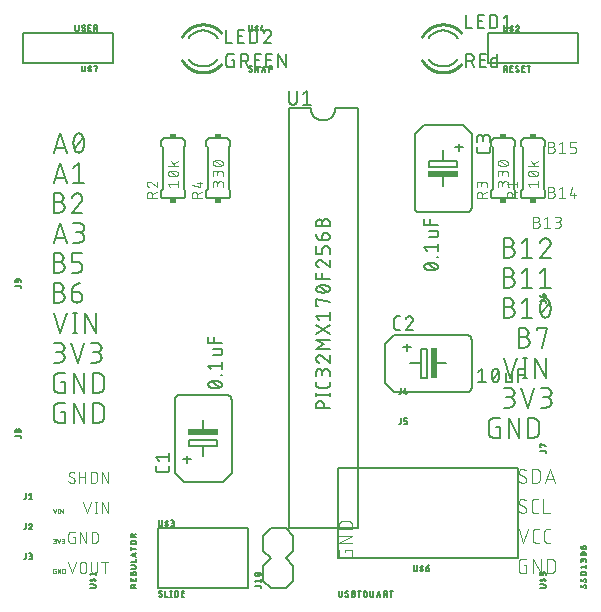
<source format=gbr>
G04 EAGLE Gerber RS-274X export*
G75*
%MOMM*%
%FSLAX34Y34*%
%LPD*%
%INSilkscreen Top*%
%IPPOS*%
%AMOC8*
5,1,8,0,0,1.08239X$1,22.5*%
G01*
%ADD10C,0.152400*%
%ADD11C,0.076200*%
%ADD12C,0.025400*%
%ADD13C,0.101600*%
%ADD14R,2.540000X0.508000*%
%ADD15C,0.127000*%
%ADD16R,0.508000X2.540000*%
%ADD17C,0.203200*%
%ADD18C,0.254000*%
%ADD19R,0.508000X0.381000*%


D10*
X38862Y381762D02*
X44281Y398018D01*
X49699Y381762D01*
X48345Y385826D02*
X40217Y385826D01*
X55397Y389890D02*
X55401Y390210D01*
X55412Y390529D01*
X55431Y390849D01*
X55458Y391167D01*
X55492Y391485D01*
X55534Y391802D01*
X55584Y392118D01*
X55641Y392433D01*
X55705Y392746D01*
X55777Y393058D01*
X55856Y393368D01*
X55943Y393675D01*
X56037Y393981D01*
X56138Y394284D01*
X56247Y394585D01*
X56362Y394883D01*
X56485Y395179D01*
X56615Y395471D01*
X56752Y395760D01*
X56751Y395761D02*
X56790Y395869D01*
X56833Y395976D01*
X56879Y396081D01*
X56930Y396185D01*
X56983Y396287D01*
X57040Y396387D01*
X57101Y396485D01*
X57165Y396580D01*
X57232Y396674D01*
X57303Y396765D01*
X57376Y396854D01*
X57453Y396940D01*
X57532Y397023D01*
X57614Y397104D01*
X57699Y397182D01*
X57787Y397256D01*
X57877Y397328D01*
X57969Y397396D01*
X58064Y397462D01*
X58161Y397524D01*
X58260Y397582D01*
X58362Y397638D01*
X58464Y397689D01*
X58569Y397737D01*
X58675Y397782D01*
X58783Y397823D01*
X58892Y397860D01*
X59002Y397893D01*
X59114Y397922D01*
X59226Y397948D01*
X59339Y397970D01*
X59453Y397987D01*
X59567Y398001D01*
X59682Y398011D01*
X59797Y398017D01*
X59912Y398019D01*
X59912Y398018D02*
X60027Y398016D01*
X60142Y398010D01*
X60257Y398000D01*
X60371Y397986D01*
X60485Y397969D01*
X60598Y397947D01*
X60710Y397921D01*
X60822Y397892D01*
X60932Y397859D01*
X61041Y397822D01*
X61149Y397781D01*
X61255Y397736D01*
X61360Y397688D01*
X61462Y397637D01*
X61563Y397581D01*
X61663Y397523D01*
X61760Y397461D01*
X61854Y397396D01*
X61947Y397327D01*
X62037Y397255D01*
X62125Y397181D01*
X62210Y397103D01*
X62292Y397022D01*
X62371Y396939D01*
X62448Y396853D01*
X62521Y396764D01*
X62592Y396673D01*
X62659Y396579D01*
X62723Y396484D01*
X62784Y396386D01*
X62841Y396286D01*
X62894Y396184D01*
X62945Y396080D01*
X62991Y395975D01*
X63034Y395868D01*
X63073Y395760D01*
X63072Y395760D02*
X63209Y395471D01*
X63339Y395179D01*
X63462Y394883D01*
X63577Y394585D01*
X63686Y394284D01*
X63787Y393981D01*
X63881Y393675D01*
X63968Y393368D01*
X64047Y393058D01*
X64119Y392746D01*
X64183Y392433D01*
X64240Y392118D01*
X64290Y391802D01*
X64332Y391485D01*
X64366Y391167D01*
X64393Y390849D01*
X64412Y390529D01*
X64423Y390210D01*
X64427Y389890D01*
X55397Y389890D02*
X55401Y389570D01*
X55412Y389251D01*
X55431Y388931D01*
X55458Y388613D01*
X55492Y388295D01*
X55534Y387978D01*
X55584Y387662D01*
X55641Y387347D01*
X55705Y387034D01*
X55777Y386722D01*
X55856Y386412D01*
X55943Y386105D01*
X56037Y385799D01*
X56138Y385496D01*
X56247Y385195D01*
X56362Y384897D01*
X56485Y384601D01*
X56615Y384309D01*
X56752Y384020D01*
X56751Y384020D02*
X56790Y383912D01*
X56833Y383805D01*
X56879Y383700D01*
X56930Y383596D01*
X56983Y383494D01*
X57040Y383394D01*
X57101Y383296D01*
X57165Y383201D01*
X57232Y383107D01*
X57303Y383016D01*
X57376Y382927D01*
X57453Y382841D01*
X57532Y382758D01*
X57614Y382677D01*
X57699Y382599D01*
X57787Y382525D01*
X57877Y382453D01*
X57970Y382384D01*
X58064Y382319D01*
X58161Y382257D01*
X58261Y382199D01*
X58362Y382143D01*
X58464Y382092D01*
X58569Y382044D01*
X58675Y381999D01*
X58783Y381958D01*
X58892Y381921D01*
X59002Y381888D01*
X59114Y381859D01*
X59226Y381833D01*
X59339Y381811D01*
X59453Y381794D01*
X59567Y381780D01*
X59682Y381770D01*
X59797Y381764D01*
X59912Y381762D01*
X63072Y384020D02*
X63209Y384309D01*
X63339Y384601D01*
X63462Y384897D01*
X63577Y385195D01*
X63686Y385496D01*
X63787Y385799D01*
X63881Y386105D01*
X63968Y386412D01*
X64047Y386722D01*
X64119Y387034D01*
X64183Y387347D01*
X64240Y387662D01*
X64290Y387978D01*
X64332Y388295D01*
X64366Y388613D01*
X64393Y388931D01*
X64412Y389251D01*
X64423Y389570D01*
X64427Y389890D01*
X63073Y384020D02*
X63034Y383912D01*
X62991Y383805D01*
X62945Y383700D01*
X62894Y383596D01*
X62841Y383494D01*
X62784Y383394D01*
X62723Y383296D01*
X62659Y383201D01*
X62592Y383107D01*
X62521Y383016D01*
X62448Y382927D01*
X62371Y382841D01*
X62292Y382758D01*
X62210Y382677D01*
X62125Y382599D01*
X62037Y382525D01*
X61947Y382453D01*
X61854Y382384D01*
X61760Y382319D01*
X61663Y382257D01*
X61563Y382199D01*
X61462Y382143D01*
X61359Y382092D01*
X61255Y382044D01*
X61149Y381999D01*
X61041Y381958D01*
X60932Y381921D01*
X60822Y381888D01*
X60710Y381859D01*
X60598Y381833D01*
X60485Y381811D01*
X60371Y381794D01*
X60257Y381780D01*
X60142Y381770D01*
X60027Y381764D01*
X59912Y381762D01*
X56299Y385374D02*
X63524Y394406D01*
X44281Y372618D02*
X38862Y356362D01*
X49699Y356362D02*
X44281Y372618D01*
X48345Y360426D02*
X40217Y360426D01*
X55396Y369006D02*
X59912Y372618D01*
X59912Y356362D01*
X64427Y356362D02*
X55396Y356362D01*
X43378Y339993D02*
X38862Y339993D01*
X43378Y339994D02*
X43511Y339992D01*
X43643Y339986D01*
X43775Y339976D01*
X43907Y339963D01*
X44039Y339945D01*
X44169Y339924D01*
X44300Y339899D01*
X44429Y339870D01*
X44557Y339837D01*
X44685Y339801D01*
X44811Y339761D01*
X44936Y339717D01*
X45060Y339669D01*
X45182Y339618D01*
X45303Y339563D01*
X45422Y339505D01*
X45540Y339443D01*
X45655Y339378D01*
X45769Y339309D01*
X45880Y339238D01*
X45989Y339162D01*
X46096Y339084D01*
X46201Y339003D01*
X46303Y338918D01*
X46403Y338831D01*
X46500Y338741D01*
X46595Y338648D01*
X46686Y338552D01*
X46775Y338454D01*
X46861Y338353D01*
X46944Y338249D01*
X47024Y338143D01*
X47100Y338035D01*
X47174Y337925D01*
X47244Y337812D01*
X47311Y337698D01*
X47374Y337581D01*
X47434Y337463D01*
X47491Y337343D01*
X47544Y337221D01*
X47593Y337098D01*
X47639Y336974D01*
X47681Y336848D01*
X47719Y336721D01*
X47754Y336593D01*
X47785Y336464D01*
X47812Y336335D01*
X47835Y336204D01*
X47855Y336073D01*
X47870Y335941D01*
X47882Y335809D01*
X47890Y335677D01*
X47894Y335544D01*
X47894Y335412D01*
X47890Y335279D01*
X47882Y335147D01*
X47870Y335015D01*
X47855Y334883D01*
X47835Y334752D01*
X47812Y334621D01*
X47785Y334492D01*
X47754Y334363D01*
X47719Y334235D01*
X47681Y334108D01*
X47639Y333982D01*
X47593Y333858D01*
X47544Y333735D01*
X47491Y333613D01*
X47434Y333493D01*
X47374Y333375D01*
X47311Y333258D01*
X47244Y333144D01*
X47174Y333031D01*
X47100Y332921D01*
X47024Y332813D01*
X46944Y332707D01*
X46861Y332603D01*
X46775Y332502D01*
X46686Y332404D01*
X46595Y332308D01*
X46500Y332215D01*
X46403Y332125D01*
X46303Y332038D01*
X46201Y331953D01*
X46096Y331872D01*
X45989Y331794D01*
X45880Y331718D01*
X45769Y331647D01*
X45655Y331578D01*
X45540Y331513D01*
X45422Y331451D01*
X45303Y331393D01*
X45182Y331338D01*
X45060Y331287D01*
X44936Y331239D01*
X44811Y331195D01*
X44685Y331155D01*
X44557Y331119D01*
X44429Y331086D01*
X44300Y331057D01*
X44169Y331032D01*
X44039Y331011D01*
X43907Y330993D01*
X43775Y330980D01*
X43643Y330970D01*
X43511Y330964D01*
X43378Y330962D01*
X38862Y330962D01*
X38862Y347218D01*
X43378Y347218D01*
X43497Y347216D01*
X43617Y347210D01*
X43736Y347200D01*
X43854Y347186D01*
X43973Y347169D01*
X44090Y347147D01*
X44207Y347122D01*
X44322Y347092D01*
X44437Y347059D01*
X44551Y347022D01*
X44663Y346982D01*
X44774Y346937D01*
X44883Y346889D01*
X44991Y346838D01*
X45097Y346783D01*
X45201Y346724D01*
X45303Y346662D01*
X45403Y346597D01*
X45501Y346528D01*
X45597Y346456D01*
X45690Y346381D01*
X45780Y346304D01*
X45868Y346223D01*
X45953Y346139D01*
X46035Y346052D01*
X46115Y345963D01*
X46191Y345871D01*
X46265Y345777D01*
X46335Y345680D01*
X46402Y345582D01*
X46466Y345481D01*
X46526Y345377D01*
X46583Y345272D01*
X46636Y345165D01*
X46686Y345057D01*
X46732Y344947D01*
X46774Y344835D01*
X46813Y344722D01*
X46848Y344608D01*
X46879Y344493D01*
X46907Y344376D01*
X46930Y344259D01*
X46950Y344142D01*
X46966Y344023D01*
X46978Y343904D01*
X46986Y343785D01*
X46990Y343666D01*
X46990Y343546D01*
X46986Y343427D01*
X46978Y343308D01*
X46966Y343189D01*
X46950Y343070D01*
X46930Y342953D01*
X46907Y342836D01*
X46879Y342719D01*
X46848Y342604D01*
X46813Y342490D01*
X46774Y342377D01*
X46732Y342265D01*
X46686Y342155D01*
X46636Y342047D01*
X46583Y341940D01*
X46526Y341835D01*
X46466Y341731D01*
X46402Y341630D01*
X46335Y341532D01*
X46265Y341435D01*
X46191Y341341D01*
X46115Y341249D01*
X46035Y341160D01*
X45953Y341073D01*
X45868Y340989D01*
X45780Y340908D01*
X45690Y340831D01*
X45597Y340756D01*
X45501Y340684D01*
X45403Y340615D01*
X45303Y340550D01*
X45201Y340488D01*
X45097Y340429D01*
X44991Y340374D01*
X44883Y340323D01*
X44774Y340275D01*
X44663Y340230D01*
X44551Y340190D01*
X44437Y340153D01*
X44322Y340120D01*
X44207Y340090D01*
X44090Y340065D01*
X43973Y340043D01*
X43854Y340026D01*
X43736Y340012D01*
X43617Y340002D01*
X43497Y339996D01*
X43378Y339994D01*
X58728Y347218D02*
X58853Y347216D01*
X58978Y347210D01*
X59103Y347201D01*
X59227Y347187D01*
X59351Y347170D01*
X59475Y347149D01*
X59597Y347124D01*
X59719Y347095D01*
X59840Y347063D01*
X59960Y347027D01*
X60079Y346987D01*
X60196Y346944D01*
X60312Y346897D01*
X60427Y346846D01*
X60539Y346792D01*
X60651Y346734D01*
X60760Y346674D01*
X60867Y346609D01*
X60973Y346542D01*
X61076Y346471D01*
X61177Y346397D01*
X61276Y346320D01*
X61372Y346240D01*
X61466Y346157D01*
X61557Y346072D01*
X61646Y345983D01*
X61731Y345892D01*
X61814Y345798D01*
X61894Y345702D01*
X61971Y345603D01*
X62045Y345502D01*
X62116Y345399D01*
X62183Y345293D01*
X62248Y345186D01*
X62308Y345077D01*
X62366Y344965D01*
X62420Y344853D01*
X62471Y344738D01*
X62518Y344622D01*
X62561Y344505D01*
X62601Y344386D01*
X62637Y344266D01*
X62669Y344145D01*
X62698Y344023D01*
X62723Y343901D01*
X62744Y343777D01*
X62761Y343653D01*
X62775Y343529D01*
X62784Y343404D01*
X62790Y343279D01*
X62792Y343154D01*
X58728Y347218D02*
X58585Y347216D01*
X58443Y347210D01*
X58300Y347200D01*
X58158Y347187D01*
X58017Y347169D01*
X57875Y347148D01*
X57735Y347123D01*
X57595Y347094D01*
X57456Y347061D01*
X57318Y347024D01*
X57181Y346984D01*
X57046Y346940D01*
X56911Y346892D01*
X56778Y346840D01*
X56646Y346785D01*
X56516Y346726D01*
X56388Y346664D01*
X56261Y346598D01*
X56136Y346529D01*
X56013Y346457D01*
X55893Y346381D01*
X55774Y346302D01*
X55657Y346219D01*
X55543Y346134D01*
X55431Y346045D01*
X55322Y345954D01*
X55215Y345859D01*
X55110Y345762D01*
X55009Y345661D01*
X54910Y345558D01*
X54814Y345453D01*
X54721Y345344D01*
X54631Y345233D01*
X54544Y345120D01*
X54460Y345005D01*
X54380Y344887D01*
X54302Y344767D01*
X54228Y344645D01*
X54158Y344521D01*
X54090Y344395D01*
X54027Y344267D01*
X53966Y344138D01*
X53909Y344007D01*
X53856Y343875D01*
X53807Y343741D01*
X53761Y343606D01*
X61437Y339993D02*
X61531Y340085D01*
X61621Y340179D01*
X61709Y340276D01*
X61794Y340376D01*
X61876Y340478D01*
X61955Y340583D01*
X62030Y340690D01*
X62102Y340799D01*
X62171Y340910D01*
X62237Y341024D01*
X62299Y341139D01*
X62358Y341256D01*
X62413Y341375D01*
X62464Y341495D01*
X62512Y341617D01*
X62557Y341740D01*
X62597Y341864D01*
X62634Y341990D01*
X62667Y342117D01*
X62696Y342244D01*
X62722Y342373D01*
X62743Y342502D01*
X62761Y342632D01*
X62774Y342762D01*
X62784Y342892D01*
X62790Y343023D01*
X62792Y343154D01*
X61438Y339993D02*
X53761Y330962D01*
X62792Y330962D01*
X44281Y321818D02*
X38862Y305562D01*
X49699Y305562D02*
X44281Y321818D01*
X48345Y309626D02*
X40217Y309626D01*
X55396Y305562D02*
X59912Y305562D01*
X60045Y305564D01*
X60177Y305570D01*
X60309Y305580D01*
X60441Y305593D01*
X60573Y305611D01*
X60703Y305632D01*
X60834Y305657D01*
X60963Y305686D01*
X61091Y305719D01*
X61219Y305755D01*
X61345Y305795D01*
X61470Y305839D01*
X61594Y305887D01*
X61716Y305938D01*
X61837Y305993D01*
X61956Y306051D01*
X62074Y306113D01*
X62189Y306178D01*
X62303Y306247D01*
X62414Y306318D01*
X62523Y306394D01*
X62630Y306472D01*
X62735Y306553D01*
X62837Y306638D01*
X62937Y306725D01*
X63034Y306815D01*
X63129Y306908D01*
X63220Y307004D01*
X63309Y307102D01*
X63395Y307203D01*
X63478Y307307D01*
X63558Y307413D01*
X63634Y307521D01*
X63708Y307631D01*
X63778Y307744D01*
X63845Y307858D01*
X63908Y307975D01*
X63968Y308093D01*
X64025Y308213D01*
X64078Y308335D01*
X64127Y308458D01*
X64173Y308582D01*
X64215Y308708D01*
X64253Y308835D01*
X64288Y308963D01*
X64319Y309092D01*
X64346Y309221D01*
X64369Y309352D01*
X64389Y309483D01*
X64404Y309615D01*
X64416Y309747D01*
X64424Y309879D01*
X64428Y310012D01*
X64428Y310144D01*
X64424Y310277D01*
X64416Y310409D01*
X64404Y310541D01*
X64389Y310673D01*
X64369Y310804D01*
X64346Y310935D01*
X64319Y311064D01*
X64288Y311193D01*
X64253Y311321D01*
X64215Y311448D01*
X64173Y311574D01*
X64127Y311698D01*
X64078Y311821D01*
X64025Y311943D01*
X63968Y312063D01*
X63908Y312181D01*
X63845Y312298D01*
X63778Y312412D01*
X63708Y312525D01*
X63634Y312635D01*
X63558Y312743D01*
X63478Y312849D01*
X63395Y312953D01*
X63309Y313054D01*
X63220Y313152D01*
X63129Y313248D01*
X63034Y313341D01*
X62937Y313431D01*
X62837Y313518D01*
X62735Y313603D01*
X62630Y313684D01*
X62523Y313762D01*
X62414Y313838D01*
X62303Y313909D01*
X62189Y313978D01*
X62074Y314043D01*
X61956Y314105D01*
X61837Y314163D01*
X61716Y314218D01*
X61594Y314269D01*
X61470Y314317D01*
X61345Y314361D01*
X61219Y314401D01*
X61091Y314437D01*
X60963Y314470D01*
X60834Y314499D01*
X60703Y314524D01*
X60573Y314545D01*
X60441Y314563D01*
X60309Y314576D01*
X60177Y314586D01*
X60045Y314592D01*
X59912Y314594D01*
X60815Y321818D02*
X55396Y321818D01*
X60815Y321818D02*
X60934Y321816D01*
X61054Y321810D01*
X61173Y321800D01*
X61291Y321786D01*
X61410Y321769D01*
X61527Y321747D01*
X61644Y321722D01*
X61759Y321692D01*
X61874Y321659D01*
X61988Y321622D01*
X62100Y321582D01*
X62211Y321537D01*
X62320Y321489D01*
X62428Y321438D01*
X62534Y321383D01*
X62638Y321324D01*
X62740Y321262D01*
X62840Y321197D01*
X62938Y321128D01*
X63034Y321056D01*
X63127Y320981D01*
X63217Y320904D01*
X63305Y320823D01*
X63390Y320739D01*
X63472Y320652D01*
X63552Y320563D01*
X63628Y320471D01*
X63702Y320377D01*
X63772Y320280D01*
X63839Y320182D01*
X63903Y320081D01*
X63963Y319977D01*
X64020Y319872D01*
X64073Y319765D01*
X64123Y319657D01*
X64169Y319547D01*
X64211Y319435D01*
X64250Y319322D01*
X64285Y319208D01*
X64316Y319093D01*
X64344Y318976D01*
X64367Y318859D01*
X64387Y318742D01*
X64403Y318623D01*
X64415Y318504D01*
X64423Y318385D01*
X64427Y318266D01*
X64427Y318146D01*
X64423Y318027D01*
X64415Y317908D01*
X64403Y317789D01*
X64387Y317670D01*
X64367Y317553D01*
X64344Y317436D01*
X64316Y317319D01*
X64285Y317204D01*
X64250Y317090D01*
X64211Y316977D01*
X64169Y316865D01*
X64123Y316755D01*
X64073Y316647D01*
X64020Y316540D01*
X63963Y316435D01*
X63903Y316331D01*
X63839Y316230D01*
X63772Y316132D01*
X63702Y316035D01*
X63628Y315941D01*
X63552Y315849D01*
X63472Y315760D01*
X63390Y315673D01*
X63305Y315589D01*
X63217Y315508D01*
X63127Y315431D01*
X63034Y315356D01*
X62938Y315284D01*
X62840Y315215D01*
X62740Y315150D01*
X62638Y315088D01*
X62534Y315029D01*
X62428Y314974D01*
X62320Y314923D01*
X62211Y314875D01*
X62100Y314830D01*
X61988Y314790D01*
X61874Y314753D01*
X61759Y314720D01*
X61644Y314690D01*
X61527Y314665D01*
X61410Y314643D01*
X61291Y314626D01*
X61173Y314612D01*
X61054Y314602D01*
X60934Y314596D01*
X60815Y314594D01*
X60815Y314593D02*
X57203Y314593D01*
X43378Y289193D02*
X38862Y289193D01*
X43378Y289194D02*
X43511Y289192D01*
X43643Y289186D01*
X43775Y289176D01*
X43907Y289163D01*
X44039Y289145D01*
X44169Y289124D01*
X44300Y289099D01*
X44429Y289070D01*
X44557Y289037D01*
X44685Y289001D01*
X44811Y288961D01*
X44936Y288917D01*
X45060Y288869D01*
X45182Y288818D01*
X45303Y288763D01*
X45422Y288705D01*
X45540Y288643D01*
X45655Y288578D01*
X45769Y288509D01*
X45880Y288438D01*
X45989Y288362D01*
X46096Y288284D01*
X46201Y288203D01*
X46303Y288118D01*
X46403Y288031D01*
X46500Y287941D01*
X46595Y287848D01*
X46686Y287752D01*
X46775Y287654D01*
X46861Y287553D01*
X46944Y287449D01*
X47024Y287343D01*
X47100Y287235D01*
X47174Y287125D01*
X47244Y287012D01*
X47311Y286898D01*
X47374Y286781D01*
X47434Y286663D01*
X47491Y286543D01*
X47544Y286421D01*
X47593Y286298D01*
X47639Y286174D01*
X47681Y286048D01*
X47719Y285921D01*
X47754Y285793D01*
X47785Y285664D01*
X47812Y285535D01*
X47835Y285404D01*
X47855Y285273D01*
X47870Y285141D01*
X47882Y285009D01*
X47890Y284877D01*
X47894Y284744D01*
X47894Y284612D01*
X47890Y284479D01*
X47882Y284347D01*
X47870Y284215D01*
X47855Y284083D01*
X47835Y283952D01*
X47812Y283821D01*
X47785Y283692D01*
X47754Y283563D01*
X47719Y283435D01*
X47681Y283308D01*
X47639Y283182D01*
X47593Y283058D01*
X47544Y282935D01*
X47491Y282813D01*
X47434Y282693D01*
X47374Y282575D01*
X47311Y282458D01*
X47244Y282344D01*
X47174Y282231D01*
X47100Y282121D01*
X47024Y282013D01*
X46944Y281907D01*
X46861Y281803D01*
X46775Y281702D01*
X46686Y281604D01*
X46595Y281508D01*
X46500Y281415D01*
X46403Y281325D01*
X46303Y281238D01*
X46201Y281153D01*
X46096Y281072D01*
X45989Y280994D01*
X45880Y280918D01*
X45769Y280847D01*
X45655Y280778D01*
X45540Y280713D01*
X45422Y280651D01*
X45303Y280593D01*
X45182Y280538D01*
X45060Y280487D01*
X44936Y280439D01*
X44811Y280395D01*
X44685Y280355D01*
X44557Y280319D01*
X44429Y280286D01*
X44300Y280257D01*
X44169Y280232D01*
X44039Y280211D01*
X43907Y280193D01*
X43775Y280180D01*
X43643Y280170D01*
X43511Y280164D01*
X43378Y280162D01*
X38862Y280162D01*
X38862Y296418D01*
X43378Y296418D01*
X43497Y296416D01*
X43617Y296410D01*
X43736Y296400D01*
X43854Y296386D01*
X43973Y296369D01*
X44090Y296347D01*
X44207Y296322D01*
X44322Y296292D01*
X44437Y296259D01*
X44551Y296222D01*
X44663Y296182D01*
X44774Y296137D01*
X44883Y296089D01*
X44991Y296038D01*
X45097Y295983D01*
X45201Y295924D01*
X45303Y295862D01*
X45403Y295797D01*
X45501Y295728D01*
X45597Y295656D01*
X45690Y295581D01*
X45780Y295504D01*
X45868Y295423D01*
X45953Y295339D01*
X46035Y295252D01*
X46115Y295163D01*
X46191Y295071D01*
X46265Y294977D01*
X46335Y294880D01*
X46402Y294782D01*
X46466Y294681D01*
X46526Y294577D01*
X46583Y294472D01*
X46636Y294365D01*
X46686Y294257D01*
X46732Y294147D01*
X46774Y294035D01*
X46813Y293922D01*
X46848Y293808D01*
X46879Y293693D01*
X46907Y293576D01*
X46930Y293459D01*
X46950Y293342D01*
X46966Y293223D01*
X46978Y293104D01*
X46986Y292985D01*
X46990Y292866D01*
X46990Y292746D01*
X46986Y292627D01*
X46978Y292508D01*
X46966Y292389D01*
X46950Y292270D01*
X46930Y292153D01*
X46907Y292036D01*
X46879Y291919D01*
X46848Y291804D01*
X46813Y291690D01*
X46774Y291577D01*
X46732Y291465D01*
X46686Y291355D01*
X46636Y291247D01*
X46583Y291140D01*
X46526Y291035D01*
X46466Y290931D01*
X46402Y290830D01*
X46335Y290732D01*
X46265Y290635D01*
X46191Y290541D01*
X46115Y290449D01*
X46035Y290360D01*
X45953Y290273D01*
X45868Y290189D01*
X45780Y290108D01*
X45690Y290031D01*
X45597Y289956D01*
X45501Y289884D01*
X45403Y289815D01*
X45303Y289750D01*
X45201Y289688D01*
X45097Y289629D01*
X44991Y289574D01*
X44883Y289523D01*
X44774Y289475D01*
X44663Y289430D01*
X44551Y289390D01*
X44437Y289353D01*
X44322Y289320D01*
X44207Y289290D01*
X44090Y289265D01*
X43973Y289243D01*
X43854Y289226D01*
X43736Y289212D01*
X43617Y289202D01*
X43497Y289196D01*
X43378Y289194D01*
X53761Y280162D02*
X59180Y280162D01*
X59298Y280164D01*
X59416Y280170D01*
X59534Y280179D01*
X59651Y280193D01*
X59768Y280210D01*
X59885Y280231D01*
X60000Y280256D01*
X60115Y280285D01*
X60229Y280318D01*
X60341Y280354D01*
X60452Y280394D01*
X60562Y280437D01*
X60671Y280484D01*
X60778Y280534D01*
X60883Y280589D01*
X60986Y280646D01*
X61087Y280707D01*
X61187Y280771D01*
X61284Y280838D01*
X61379Y280908D01*
X61471Y280982D01*
X61562Y281058D01*
X61649Y281138D01*
X61734Y281220D01*
X61816Y281305D01*
X61896Y281392D01*
X61972Y281483D01*
X62046Y281575D01*
X62116Y281670D01*
X62183Y281767D01*
X62247Y281867D01*
X62308Y281968D01*
X62365Y282071D01*
X62420Y282176D01*
X62470Y282283D01*
X62517Y282392D01*
X62560Y282502D01*
X62600Y282613D01*
X62636Y282725D01*
X62669Y282839D01*
X62698Y282954D01*
X62723Y283069D01*
X62744Y283186D01*
X62761Y283303D01*
X62775Y283420D01*
X62784Y283538D01*
X62790Y283656D01*
X62792Y283774D01*
X62792Y285581D01*
X62790Y285699D01*
X62784Y285817D01*
X62775Y285935D01*
X62761Y286052D01*
X62744Y286169D01*
X62723Y286286D01*
X62698Y286401D01*
X62669Y286516D01*
X62636Y286630D01*
X62600Y286742D01*
X62560Y286853D01*
X62517Y286963D01*
X62470Y287072D01*
X62420Y287179D01*
X62365Y287284D01*
X62308Y287387D01*
X62247Y287488D01*
X62183Y287588D01*
X62116Y287685D01*
X62046Y287780D01*
X61972Y287872D01*
X61896Y287963D01*
X61816Y288050D01*
X61734Y288135D01*
X61649Y288217D01*
X61562Y288297D01*
X61471Y288373D01*
X61379Y288447D01*
X61284Y288517D01*
X61187Y288584D01*
X61087Y288648D01*
X60986Y288709D01*
X60883Y288766D01*
X60778Y288821D01*
X60671Y288871D01*
X60562Y288918D01*
X60452Y288961D01*
X60341Y289001D01*
X60229Y289037D01*
X60115Y289070D01*
X60000Y289099D01*
X59885Y289124D01*
X59768Y289145D01*
X59651Y289162D01*
X59534Y289176D01*
X59416Y289185D01*
X59298Y289191D01*
X59180Y289193D01*
X53761Y289193D01*
X53761Y296418D01*
X62792Y296418D01*
X43378Y263793D02*
X38862Y263793D01*
X43378Y263794D02*
X43511Y263792D01*
X43643Y263786D01*
X43775Y263776D01*
X43907Y263763D01*
X44039Y263745D01*
X44169Y263724D01*
X44300Y263699D01*
X44429Y263670D01*
X44557Y263637D01*
X44685Y263601D01*
X44811Y263561D01*
X44936Y263517D01*
X45060Y263469D01*
X45182Y263418D01*
X45303Y263363D01*
X45422Y263305D01*
X45540Y263243D01*
X45655Y263178D01*
X45769Y263109D01*
X45880Y263038D01*
X45989Y262962D01*
X46096Y262884D01*
X46201Y262803D01*
X46303Y262718D01*
X46403Y262631D01*
X46500Y262541D01*
X46595Y262448D01*
X46686Y262352D01*
X46775Y262254D01*
X46861Y262153D01*
X46944Y262049D01*
X47024Y261943D01*
X47100Y261835D01*
X47174Y261725D01*
X47244Y261612D01*
X47311Y261498D01*
X47374Y261381D01*
X47434Y261263D01*
X47491Y261143D01*
X47544Y261021D01*
X47593Y260898D01*
X47639Y260774D01*
X47681Y260648D01*
X47719Y260521D01*
X47754Y260393D01*
X47785Y260264D01*
X47812Y260135D01*
X47835Y260004D01*
X47855Y259873D01*
X47870Y259741D01*
X47882Y259609D01*
X47890Y259477D01*
X47894Y259344D01*
X47894Y259212D01*
X47890Y259079D01*
X47882Y258947D01*
X47870Y258815D01*
X47855Y258683D01*
X47835Y258552D01*
X47812Y258421D01*
X47785Y258292D01*
X47754Y258163D01*
X47719Y258035D01*
X47681Y257908D01*
X47639Y257782D01*
X47593Y257658D01*
X47544Y257535D01*
X47491Y257413D01*
X47434Y257293D01*
X47374Y257175D01*
X47311Y257058D01*
X47244Y256944D01*
X47174Y256831D01*
X47100Y256721D01*
X47024Y256613D01*
X46944Y256507D01*
X46861Y256403D01*
X46775Y256302D01*
X46686Y256204D01*
X46595Y256108D01*
X46500Y256015D01*
X46403Y255925D01*
X46303Y255838D01*
X46201Y255753D01*
X46096Y255672D01*
X45989Y255594D01*
X45880Y255518D01*
X45769Y255447D01*
X45655Y255378D01*
X45540Y255313D01*
X45422Y255251D01*
X45303Y255193D01*
X45182Y255138D01*
X45060Y255087D01*
X44936Y255039D01*
X44811Y254995D01*
X44685Y254955D01*
X44557Y254919D01*
X44429Y254886D01*
X44300Y254857D01*
X44169Y254832D01*
X44039Y254811D01*
X43907Y254793D01*
X43775Y254780D01*
X43643Y254770D01*
X43511Y254764D01*
X43378Y254762D01*
X38862Y254762D01*
X38862Y271018D01*
X43378Y271018D01*
X43497Y271016D01*
X43617Y271010D01*
X43736Y271000D01*
X43854Y270986D01*
X43973Y270969D01*
X44090Y270947D01*
X44207Y270922D01*
X44322Y270892D01*
X44437Y270859D01*
X44551Y270822D01*
X44663Y270782D01*
X44774Y270737D01*
X44883Y270689D01*
X44991Y270638D01*
X45097Y270583D01*
X45201Y270524D01*
X45303Y270462D01*
X45403Y270397D01*
X45501Y270328D01*
X45597Y270256D01*
X45690Y270181D01*
X45780Y270104D01*
X45868Y270023D01*
X45953Y269939D01*
X46035Y269852D01*
X46115Y269763D01*
X46191Y269671D01*
X46265Y269577D01*
X46335Y269480D01*
X46402Y269382D01*
X46466Y269281D01*
X46526Y269177D01*
X46583Y269072D01*
X46636Y268965D01*
X46686Y268857D01*
X46732Y268747D01*
X46774Y268635D01*
X46813Y268522D01*
X46848Y268408D01*
X46879Y268293D01*
X46907Y268176D01*
X46930Y268059D01*
X46950Y267942D01*
X46966Y267823D01*
X46978Y267704D01*
X46986Y267585D01*
X46990Y267466D01*
X46990Y267346D01*
X46986Y267227D01*
X46978Y267108D01*
X46966Y266989D01*
X46950Y266870D01*
X46930Y266753D01*
X46907Y266636D01*
X46879Y266519D01*
X46848Y266404D01*
X46813Y266290D01*
X46774Y266177D01*
X46732Y266065D01*
X46686Y265955D01*
X46636Y265847D01*
X46583Y265740D01*
X46526Y265635D01*
X46466Y265531D01*
X46402Y265430D01*
X46335Y265332D01*
X46265Y265235D01*
X46191Y265141D01*
X46115Y265049D01*
X46035Y264960D01*
X45953Y264873D01*
X45868Y264789D01*
X45780Y264708D01*
X45690Y264631D01*
X45597Y264556D01*
X45501Y264484D01*
X45403Y264415D01*
X45303Y264350D01*
X45201Y264288D01*
X45097Y264229D01*
X44991Y264174D01*
X44883Y264123D01*
X44774Y264075D01*
X44663Y264030D01*
X44551Y263990D01*
X44437Y263953D01*
X44322Y263920D01*
X44207Y263890D01*
X44090Y263865D01*
X43973Y263843D01*
X43854Y263826D01*
X43736Y263812D01*
X43617Y263802D01*
X43497Y263796D01*
X43378Y263794D01*
X53761Y263793D02*
X59180Y263793D01*
X59298Y263791D01*
X59416Y263785D01*
X59534Y263776D01*
X59651Y263762D01*
X59768Y263745D01*
X59885Y263724D01*
X60000Y263699D01*
X60115Y263670D01*
X60229Y263637D01*
X60341Y263601D01*
X60452Y263561D01*
X60562Y263518D01*
X60671Y263471D01*
X60778Y263421D01*
X60883Y263366D01*
X60986Y263309D01*
X61087Y263248D01*
X61187Y263184D01*
X61284Y263117D01*
X61379Y263047D01*
X61471Y262973D01*
X61562Y262897D01*
X61649Y262817D01*
X61734Y262735D01*
X61816Y262650D01*
X61896Y262563D01*
X61972Y262472D01*
X62046Y262380D01*
X62116Y262285D01*
X62183Y262188D01*
X62247Y262088D01*
X62308Y261987D01*
X62365Y261884D01*
X62420Y261779D01*
X62470Y261672D01*
X62517Y261563D01*
X62560Y261453D01*
X62600Y261342D01*
X62636Y261230D01*
X62669Y261116D01*
X62698Y261001D01*
X62723Y260886D01*
X62744Y260769D01*
X62761Y260652D01*
X62775Y260535D01*
X62784Y260417D01*
X62790Y260299D01*
X62792Y260181D01*
X62792Y259278D01*
X62793Y259278D02*
X62791Y259145D01*
X62785Y259013D01*
X62775Y258881D01*
X62762Y258749D01*
X62744Y258617D01*
X62723Y258487D01*
X62698Y258356D01*
X62669Y258227D01*
X62636Y258099D01*
X62600Y257971D01*
X62560Y257845D01*
X62516Y257720D01*
X62468Y257596D01*
X62417Y257474D01*
X62362Y257353D01*
X62304Y257234D01*
X62242Y257116D01*
X62177Y257001D01*
X62108Y256887D01*
X62037Y256776D01*
X61961Y256667D01*
X61883Y256560D01*
X61802Y256455D01*
X61717Y256353D01*
X61630Y256253D01*
X61540Y256156D01*
X61447Y256061D01*
X61351Y255970D01*
X61253Y255881D01*
X61152Y255795D01*
X61048Y255712D01*
X60942Y255632D01*
X60834Y255556D01*
X60724Y255482D01*
X60611Y255412D01*
X60497Y255345D01*
X60380Y255282D01*
X60262Y255222D01*
X60142Y255165D01*
X60020Y255112D01*
X59897Y255063D01*
X59773Y255017D01*
X59647Y254975D01*
X59520Y254937D01*
X59392Y254902D01*
X59263Y254871D01*
X59134Y254844D01*
X59003Y254821D01*
X58872Y254801D01*
X58740Y254786D01*
X58608Y254774D01*
X58476Y254766D01*
X58343Y254762D01*
X58211Y254762D01*
X58078Y254766D01*
X57946Y254774D01*
X57814Y254786D01*
X57682Y254801D01*
X57551Y254821D01*
X57420Y254844D01*
X57291Y254871D01*
X57162Y254902D01*
X57034Y254937D01*
X56907Y254975D01*
X56781Y255017D01*
X56657Y255063D01*
X56534Y255112D01*
X56412Y255165D01*
X56292Y255222D01*
X56174Y255282D01*
X56057Y255345D01*
X55943Y255412D01*
X55830Y255482D01*
X55720Y255556D01*
X55612Y255632D01*
X55506Y255712D01*
X55402Y255795D01*
X55301Y255881D01*
X55203Y255970D01*
X55107Y256061D01*
X55014Y256156D01*
X54924Y256253D01*
X54837Y256353D01*
X54752Y256455D01*
X54671Y256560D01*
X54593Y256667D01*
X54517Y256776D01*
X54446Y256887D01*
X54377Y257001D01*
X54312Y257116D01*
X54250Y257234D01*
X54192Y257353D01*
X54137Y257474D01*
X54086Y257596D01*
X54038Y257720D01*
X53994Y257845D01*
X53954Y257971D01*
X53918Y258099D01*
X53885Y258227D01*
X53856Y258356D01*
X53831Y258487D01*
X53810Y258617D01*
X53792Y258749D01*
X53779Y258881D01*
X53769Y259013D01*
X53763Y259145D01*
X53761Y259278D01*
X53761Y263793D01*
X53763Y263970D01*
X53770Y264148D01*
X53781Y264325D01*
X53796Y264501D01*
X53815Y264677D01*
X53839Y264853D01*
X53867Y265028D01*
X53900Y265203D01*
X53937Y265376D01*
X53978Y265549D01*
X54023Y265720D01*
X54072Y265890D01*
X54126Y266059D01*
X54183Y266227D01*
X54245Y266393D01*
X54311Y266558D01*
X54381Y266721D01*
X54455Y266882D01*
X54532Y267041D01*
X54614Y267199D01*
X54700Y267354D01*
X54789Y267507D01*
X54882Y267658D01*
X54979Y267807D01*
X55079Y267953D01*
X55183Y268097D01*
X55290Y268238D01*
X55401Y268376D01*
X55515Y268512D01*
X55633Y268645D01*
X55753Y268775D01*
X55877Y268902D01*
X56004Y269026D01*
X56134Y269146D01*
X56267Y269264D01*
X56402Y269378D01*
X56541Y269489D01*
X56682Y269596D01*
X56826Y269700D01*
X56972Y269800D01*
X57121Y269897D01*
X57272Y269990D01*
X57425Y270079D01*
X57580Y270165D01*
X57738Y270247D01*
X57897Y270324D01*
X58058Y270398D01*
X58221Y270468D01*
X58386Y270534D01*
X58552Y270596D01*
X58720Y270653D01*
X58889Y270707D01*
X59059Y270756D01*
X59230Y270801D01*
X59403Y270842D01*
X59576Y270879D01*
X59751Y270912D01*
X59926Y270940D01*
X60102Y270964D01*
X60278Y270983D01*
X60454Y270998D01*
X60631Y271009D01*
X60809Y271016D01*
X60986Y271018D01*
X38862Y245618D02*
X44281Y229362D01*
X49699Y245618D01*
X56786Y245618D02*
X56786Y229362D01*
X58592Y229362D02*
X54979Y229362D01*
X54979Y245618D02*
X58592Y245618D01*
X65296Y245618D02*
X65296Y229362D01*
X74327Y229362D02*
X65296Y245618D01*
X74327Y245618D02*
X74327Y229362D01*
X43378Y203962D02*
X38862Y203962D01*
X43378Y203962D02*
X43511Y203964D01*
X43643Y203970D01*
X43775Y203980D01*
X43907Y203993D01*
X44039Y204011D01*
X44169Y204032D01*
X44300Y204057D01*
X44429Y204086D01*
X44557Y204119D01*
X44685Y204155D01*
X44811Y204195D01*
X44936Y204239D01*
X45060Y204287D01*
X45182Y204338D01*
X45303Y204393D01*
X45422Y204451D01*
X45540Y204513D01*
X45655Y204578D01*
X45769Y204647D01*
X45880Y204718D01*
X45989Y204794D01*
X46096Y204872D01*
X46201Y204953D01*
X46303Y205038D01*
X46403Y205125D01*
X46500Y205215D01*
X46595Y205308D01*
X46686Y205404D01*
X46775Y205502D01*
X46861Y205603D01*
X46944Y205707D01*
X47024Y205813D01*
X47100Y205921D01*
X47174Y206031D01*
X47244Y206144D01*
X47311Y206258D01*
X47374Y206375D01*
X47434Y206493D01*
X47491Y206613D01*
X47544Y206735D01*
X47593Y206858D01*
X47639Y206982D01*
X47681Y207108D01*
X47719Y207235D01*
X47754Y207363D01*
X47785Y207492D01*
X47812Y207621D01*
X47835Y207752D01*
X47855Y207883D01*
X47870Y208015D01*
X47882Y208147D01*
X47890Y208279D01*
X47894Y208412D01*
X47894Y208544D01*
X47890Y208677D01*
X47882Y208809D01*
X47870Y208941D01*
X47855Y209073D01*
X47835Y209204D01*
X47812Y209335D01*
X47785Y209464D01*
X47754Y209593D01*
X47719Y209721D01*
X47681Y209848D01*
X47639Y209974D01*
X47593Y210098D01*
X47544Y210221D01*
X47491Y210343D01*
X47434Y210463D01*
X47374Y210581D01*
X47311Y210698D01*
X47244Y210812D01*
X47174Y210925D01*
X47100Y211035D01*
X47024Y211143D01*
X46944Y211249D01*
X46861Y211353D01*
X46775Y211454D01*
X46686Y211552D01*
X46595Y211648D01*
X46500Y211741D01*
X46403Y211831D01*
X46303Y211918D01*
X46201Y212003D01*
X46096Y212084D01*
X45989Y212162D01*
X45880Y212238D01*
X45769Y212309D01*
X45655Y212378D01*
X45540Y212443D01*
X45422Y212505D01*
X45303Y212563D01*
X45182Y212618D01*
X45060Y212669D01*
X44936Y212717D01*
X44811Y212761D01*
X44685Y212801D01*
X44557Y212837D01*
X44429Y212870D01*
X44300Y212899D01*
X44169Y212924D01*
X44039Y212945D01*
X43907Y212963D01*
X43775Y212976D01*
X43643Y212986D01*
X43511Y212992D01*
X43378Y212994D01*
X44281Y220218D02*
X38862Y220218D01*
X44281Y220218D02*
X44400Y220216D01*
X44520Y220210D01*
X44639Y220200D01*
X44757Y220186D01*
X44876Y220169D01*
X44993Y220147D01*
X45110Y220122D01*
X45225Y220092D01*
X45340Y220059D01*
X45454Y220022D01*
X45566Y219982D01*
X45677Y219937D01*
X45786Y219889D01*
X45894Y219838D01*
X46000Y219783D01*
X46104Y219724D01*
X46206Y219662D01*
X46306Y219597D01*
X46404Y219528D01*
X46500Y219456D01*
X46593Y219381D01*
X46683Y219304D01*
X46771Y219223D01*
X46856Y219139D01*
X46938Y219052D01*
X47018Y218963D01*
X47094Y218871D01*
X47168Y218777D01*
X47238Y218680D01*
X47305Y218582D01*
X47369Y218481D01*
X47429Y218377D01*
X47486Y218272D01*
X47539Y218165D01*
X47589Y218057D01*
X47635Y217947D01*
X47677Y217835D01*
X47716Y217722D01*
X47751Y217608D01*
X47782Y217493D01*
X47810Y217376D01*
X47833Y217259D01*
X47853Y217142D01*
X47869Y217023D01*
X47881Y216904D01*
X47889Y216785D01*
X47893Y216666D01*
X47893Y216546D01*
X47889Y216427D01*
X47881Y216308D01*
X47869Y216189D01*
X47853Y216070D01*
X47833Y215953D01*
X47810Y215836D01*
X47782Y215719D01*
X47751Y215604D01*
X47716Y215490D01*
X47677Y215377D01*
X47635Y215265D01*
X47589Y215155D01*
X47539Y215047D01*
X47486Y214940D01*
X47429Y214835D01*
X47369Y214731D01*
X47305Y214630D01*
X47238Y214532D01*
X47168Y214435D01*
X47094Y214341D01*
X47018Y214249D01*
X46938Y214160D01*
X46856Y214073D01*
X46771Y213989D01*
X46683Y213908D01*
X46593Y213831D01*
X46500Y213756D01*
X46404Y213684D01*
X46306Y213615D01*
X46206Y213550D01*
X46104Y213488D01*
X46000Y213429D01*
X45894Y213374D01*
X45786Y213323D01*
X45677Y213275D01*
X45566Y213230D01*
X45454Y213190D01*
X45340Y213153D01*
X45225Y213120D01*
X45110Y213090D01*
X44993Y213065D01*
X44876Y213043D01*
X44757Y213026D01*
X44639Y213012D01*
X44520Y213002D01*
X44400Y212996D01*
X44281Y212994D01*
X44281Y212993D02*
X40668Y212993D01*
X53590Y220218D02*
X59009Y203962D01*
X64427Y220218D01*
X70124Y203962D02*
X74640Y203962D01*
X74773Y203964D01*
X74905Y203970D01*
X75037Y203980D01*
X75169Y203993D01*
X75301Y204011D01*
X75431Y204032D01*
X75562Y204057D01*
X75691Y204086D01*
X75819Y204119D01*
X75947Y204155D01*
X76073Y204195D01*
X76198Y204239D01*
X76322Y204287D01*
X76444Y204338D01*
X76565Y204393D01*
X76684Y204451D01*
X76802Y204513D01*
X76917Y204578D01*
X77031Y204647D01*
X77142Y204718D01*
X77251Y204794D01*
X77358Y204872D01*
X77463Y204953D01*
X77565Y205038D01*
X77665Y205125D01*
X77762Y205215D01*
X77857Y205308D01*
X77948Y205404D01*
X78037Y205502D01*
X78123Y205603D01*
X78206Y205707D01*
X78286Y205813D01*
X78362Y205921D01*
X78436Y206031D01*
X78506Y206144D01*
X78573Y206258D01*
X78636Y206375D01*
X78696Y206493D01*
X78753Y206613D01*
X78806Y206735D01*
X78855Y206858D01*
X78901Y206982D01*
X78943Y207108D01*
X78981Y207235D01*
X79016Y207363D01*
X79047Y207492D01*
X79074Y207621D01*
X79097Y207752D01*
X79117Y207883D01*
X79132Y208015D01*
X79144Y208147D01*
X79152Y208279D01*
X79156Y208412D01*
X79156Y208544D01*
X79152Y208677D01*
X79144Y208809D01*
X79132Y208941D01*
X79117Y209073D01*
X79097Y209204D01*
X79074Y209335D01*
X79047Y209464D01*
X79016Y209593D01*
X78981Y209721D01*
X78943Y209848D01*
X78901Y209974D01*
X78855Y210098D01*
X78806Y210221D01*
X78753Y210343D01*
X78696Y210463D01*
X78636Y210581D01*
X78573Y210698D01*
X78506Y210812D01*
X78436Y210925D01*
X78362Y211035D01*
X78286Y211143D01*
X78206Y211249D01*
X78123Y211353D01*
X78037Y211454D01*
X77948Y211552D01*
X77857Y211648D01*
X77762Y211741D01*
X77665Y211831D01*
X77565Y211918D01*
X77463Y212003D01*
X77358Y212084D01*
X77251Y212162D01*
X77142Y212238D01*
X77031Y212309D01*
X76917Y212378D01*
X76802Y212443D01*
X76684Y212505D01*
X76565Y212563D01*
X76444Y212618D01*
X76322Y212669D01*
X76198Y212717D01*
X76073Y212761D01*
X75947Y212801D01*
X75819Y212837D01*
X75691Y212870D01*
X75562Y212899D01*
X75431Y212924D01*
X75301Y212945D01*
X75169Y212963D01*
X75037Y212976D01*
X74905Y212986D01*
X74773Y212992D01*
X74640Y212994D01*
X75543Y220218D02*
X70124Y220218D01*
X75543Y220218D02*
X75662Y220216D01*
X75782Y220210D01*
X75901Y220200D01*
X76019Y220186D01*
X76138Y220169D01*
X76255Y220147D01*
X76372Y220122D01*
X76487Y220092D01*
X76602Y220059D01*
X76716Y220022D01*
X76828Y219982D01*
X76939Y219937D01*
X77048Y219889D01*
X77156Y219838D01*
X77262Y219783D01*
X77366Y219724D01*
X77468Y219662D01*
X77568Y219597D01*
X77666Y219528D01*
X77762Y219456D01*
X77855Y219381D01*
X77945Y219304D01*
X78033Y219223D01*
X78118Y219139D01*
X78200Y219052D01*
X78280Y218963D01*
X78356Y218871D01*
X78430Y218777D01*
X78500Y218680D01*
X78567Y218582D01*
X78631Y218481D01*
X78691Y218377D01*
X78748Y218272D01*
X78801Y218165D01*
X78851Y218057D01*
X78897Y217947D01*
X78939Y217835D01*
X78978Y217722D01*
X79013Y217608D01*
X79044Y217493D01*
X79072Y217376D01*
X79095Y217259D01*
X79115Y217142D01*
X79131Y217023D01*
X79143Y216904D01*
X79151Y216785D01*
X79155Y216666D01*
X79155Y216546D01*
X79151Y216427D01*
X79143Y216308D01*
X79131Y216189D01*
X79115Y216070D01*
X79095Y215953D01*
X79072Y215836D01*
X79044Y215719D01*
X79013Y215604D01*
X78978Y215490D01*
X78939Y215377D01*
X78897Y215265D01*
X78851Y215155D01*
X78801Y215047D01*
X78748Y214940D01*
X78691Y214835D01*
X78631Y214731D01*
X78567Y214630D01*
X78500Y214532D01*
X78430Y214435D01*
X78356Y214341D01*
X78280Y214249D01*
X78200Y214160D01*
X78118Y214073D01*
X78033Y213989D01*
X77945Y213908D01*
X77855Y213831D01*
X77762Y213756D01*
X77666Y213684D01*
X77568Y213615D01*
X77468Y213550D01*
X77366Y213488D01*
X77262Y213429D01*
X77156Y213374D01*
X77048Y213323D01*
X76939Y213275D01*
X76828Y213230D01*
X76716Y213190D01*
X76602Y213153D01*
X76487Y213120D01*
X76372Y213090D01*
X76255Y213065D01*
X76138Y213043D01*
X76019Y213026D01*
X75901Y213012D01*
X75782Y213002D01*
X75662Y212996D01*
X75543Y212994D01*
X75543Y212993D02*
X71931Y212993D01*
X47893Y187593D02*
X45184Y187593D01*
X47893Y187593D02*
X47893Y178562D01*
X42474Y178562D01*
X42356Y178564D01*
X42238Y178570D01*
X42120Y178579D01*
X42003Y178593D01*
X41886Y178610D01*
X41769Y178631D01*
X41654Y178656D01*
X41539Y178685D01*
X41425Y178718D01*
X41313Y178754D01*
X41202Y178794D01*
X41092Y178837D01*
X40983Y178884D01*
X40876Y178934D01*
X40771Y178989D01*
X40668Y179046D01*
X40567Y179107D01*
X40467Y179171D01*
X40370Y179238D01*
X40275Y179308D01*
X40183Y179382D01*
X40092Y179458D01*
X40005Y179538D01*
X39920Y179620D01*
X39838Y179705D01*
X39758Y179792D01*
X39682Y179883D01*
X39608Y179975D01*
X39538Y180070D01*
X39471Y180167D01*
X39407Y180267D01*
X39346Y180368D01*
X39289Y180471D01*
X39234Y180576D01*
X39184Y180683D01*
X39137Y180792D01*
X39094Y180902D01*
X39054Y181013D01*
X39018Y181125D01*
X38985Y181239D01*
X38956Y181354D01*
X38931Y181469D01*
X38910Y181586D01*
X38893Y181703D01*
X38879Y181820D01*
X38870Y181938D01*
X38864Y182056D01*
X38862Y182174D01*
X38862Y191206D01*
X38864Y191324D01*
X38870Y191442D01*
X38879Y191560D01*
X38893Y191677D01*
X38910Y191794D01*
X38931Y191911D01*
X38956Y192026D01*
X38985Y192141D01*
X39018Y192255D01*
X39054Y192367D01*
X39094Y192478D01*
X39137Y192588D01*
X39184Y192697D01*
X39234Y192804D01*
X39288Y192909D01*
X39346Y193012D01*
X39407Y193113D01*
X39471Y193213D01*
X39538Y193310D01*
X39608Y193405D01*
X39682Y193497D01*
X39758Y193588D01*
X39838Y193675D01*
X39920Y193760D01*
X40005Y193842D01*
X40092Y193922D01*
X40183Y193998D01*
X40275Y194072D01*
X40370Y194142D01*
X40467Y194209D01*
X40567Y194273D01*
X40668Y194334D01*
X40771Y194391D01*
X40876Y194445D01*
X40983Y194496D01*
X41092Y194543D01*
X41202Y194586D01*
X41313Y194626D01*
X41425Y194662D01*
X41539Y194695D01*
X41654Y194724D01*
X41769Y194749D01*
X41886Y194770D01*
X42003Y194787D01*
X42120Y194801D01*
X42238Y194810D01*
X42356Y194816D01*
X42474Y194818D01*
X47893Y194818D01*
X55535Y194818D02*
X55535Y178562D01*
X64566Y178562D02*
X55535Y194818D01*
X64566Y194818D02*
X64566Y178562D01*
X72209Y178562D02*
X72209Y194818D01*
X76724Y194818D01*
X76855Y194816D01*
X76987Y194810D01*
X77118Y194801D01*
X77248Y194787D01*
X77379Y194770D01*
X77508Y194749D01*
X77637Y194725D01*
X77765Y194696D01*
X77893Y194664D01*
X78019Y194628D01*
X78144Y194589D01*
X78269Y194546D01*
X78391Y194499D01*
X78513Y194449D01*
X78633Y194395D01*
X78751Y194338D01*
X78867Y194277D01*
X78982Y194213D01*
X79095Y194146D01*
X79206Y194075D01*
X79314Y194001D01*
X79421Y193924D01*
X79525Y193844D01*
X79627Y193761D01*
X79726Y193676D01*
X79823Y193587D01*
X79917Y193495D01*
X80009Y193401D01*
X80098Y193304D01*
X80183Y193205D01*
X80266Y193103D01*
X80346Y192999D01*
X80423Y192892D01*
X80497Y192784D01*
X80568Y192673D01*
X80635Y192560D01*
X80699Y192445D01*
X80760Y192329D01*
X80817Y192211D01*
X80871Y192091D01*
X80921Y191969D01*
X80968Y191847D01*
X81011Y191722D01*
X81050Y191597D01*
X81086Y191471D01*
X81118Y191343D01*
X81147Y191215D01*
X81171Y191086D01*
X81192Y190957D01*
X81209Y190826D01*
X81223Y190696D01*
X81232Y190565D01*
X81238Y190433D01*
X81240Y190302D01*
X81240Y183078D01*
X81238Y182947D01*
X81232Y182815D01*
X81223Y182684D01*
X81209Y182554D01*
X81192Y182423D01*
X81171Y182294D01*
X81147Y182165D01*
X81118Y182037D01*
X81086Y181909D01*
X81050Y181783D01*
X81011Y181658D01*
X80968Y181533D01*
X80921Y181411D01*
X80871Y181289D01*
X80817Y181169D01*
X80760Y181051D01*
X80699Y180935D01*
X80635Y180820D01*
X80568Y180707D01*
X80497Y180596D01*
X80423Y180488D01*
X80346Y180381D01*
X80266Y180277D01*
X80183Y180175D01*
X80098Y180076D01*
X80009Y179979D01*
X79917Y179885D01*
X79823Y179793D01*
X79726Y179704D01*
X79627Y179619D01*
X79525Y179536D01*
X79421Y179456D01*
X79314Y179379D01*
X79206Y179305D01*
X79095Y179234D01*
X78982Y179167D01*
X78867Y179103D01*
X78751Y179042D01*
X78633Y178985D01*
X78513Y178931D01*
X78391Y178881D01*
X78269Y178834D01*
X78144Y178791D01*
X78019Y178752D01*
X77893Y178716D01*
X77765Y178684D01*
X77637Y178655D01*
X77508Y178631D01*
X77378Y178610D01*
X77248Y178593D01*
X77118Y178579D01*
X76987Y178570D01*
X76855Y178564D01*
X76724Y178562D01*
X72209Y178562D01*
X47893Y162193D02*
X45184Y162193D01*
X47893Y162193D02*
X47893Y153162D01*
X42474Y153162D01*
X42356Y153164D01*
X42238Y153170D01*
X42120Y153179D01*
X42003Y153193D01*
X41886Y153210D01*
X41769Y153231D01*
X41654Y153256D01*
X41539Y153285D01*
X41425Y153318D01*
X41313Y153354D01*
X41202Y153394D01*
X41092Y153437D01*
X40983Y153484D01*
X40876Y153534D01*
X40771Y153589D01*
X40668Y153646D01*
X40567Y153707D01*
X40467Y153771D01*
X40370Y153838D01*
X40275Y153908D01*
X40183Y153982D01*
X40092Y154058D01*
X40005Y154138D01*
X39920Y154220D01*
X39838Y154305D01*
X39758Y154392D01*
X39682Y154483D01*
X39608Y154575D01*
X39538Y154670D01*
X39471Y154767D01*
X39407Y154867D01*
X39346Y154968D01*
X39289Y155071D01*
X39234Y155176D01*
X39184Y155283D01*
X39137Y155392D01*
X39094Y155502D01*
X39054Y155613D01*
X39018Y155725D01*
X38985Y155839D01*
X38956Y155954D01*
X38931Y156069D01*
X38910Y156186D01*
X38893Y156303D01*
X38879Y156420D01*
X38870Y156538D01*
X38864Y156656D01*
X38862Y156774D01*
X38862Y165806D01*
X38864Y165924D01*
X38870Y166042D01*
X38879Y166160D01*
X38893Y166277D01*
X38910Y166394D01*
X38931Y166511D01*
X38956Y166626D01*
X38985Y166741D01*
X39018Y166855D01*
X39054Y166967D01*
X39094Y167078D01*
X39137Y167188D01*
X39184Y167297D01*
X39234Y167404D01*
X39288Y167509D01*
X39346Y167612D01*
X39407Y167713D01*
X39471Y167813D01*
X39538Y167910D01*
X39608Y168005D01*
X39682Y168097D01*
X39758Y168188D01*
X39838Y168275D01*
X39920Y168360D01*
X40005Y168442D01*
X40092Y168522D01*
X40183Y168598D01*
X40275Y168672D01*
X40370Y168742D01*
X40467Y168809D01*
X40567Y168873D01*
X40668Y168934D01*
X40771Y168991D01*
X40876Y169045D01*
X40983Y169096D01*
X41092Y169143D01*
X41202Y169186D01*
X41313Y169226D01*
X41425Y169262D01*
X41539Y169295D01*
X41654Y169324D01*
X41769Y169349D01*
X41886Y169370D01*
X42003Y169387D01*
X42120Y169401D01*
X42238Y169410D01*
X42356Y169416D01*
X42474Y169418D01*
X47893Y169418D01*
X55535Y169418D02*
X55535Y153162D01*
X64566Y153162D02*
X55535Y169418D01*
X64566Y169418D02*
X64566Y153162D01*
X72209Y153162D02*
X72209Y169418D01*
X76724Y169418D01*
X76855Y169416D01*
X76987Y169410D01*
X77118Y169401D01*
X77248Y169387D01*
X77379Y169370D01*
X77508Y169349D01*
X77637Y169325D01*
X77765Y169296D01*
X77893Y169264D01*
X78019Y169228D01*
X78144Y169189D01*
X78269Y169146D01*
X78391Y169099D01*
X78513Y169049D01*
X78633Y168995D01*
X78751Y168938D01*
X78867Y168877D01*
X78982Y168813D01*
X79095Y168746D01*
X79206Y168675D01*
X79314Y168601D01*
X79421Y168524D01*
X79525Y168444D01*
X79627Y168361D01*
X79726Y168276D01*
X79823Y168187D01*
X79917Y168095D01*
X80009Y168001D01*
X80098Y167904D01*
X80183Y167805D01*
X80266Y167703D01*
X80346Y167599D01*
X80423Y167492D01*
X80497Y167384D01*
X80568Y167273D01*
X80635Y167160D01*
X80699Y167045D01*
X80760Y166929D01*
X80817Y166811D01*
X80871Y166691D01*
X80921Y166569D01*
X80968Y166447D01*
X81011Y166322D01*
X81050Y166197D01*
X81086Y166071D01*
X81118Y165943D01*
X81147Y165815D01*
X81171Y165686D01*
X81192Y165557D01*
X81209Y165426D01*
X81223Y165296D01*
X81232Y165165D01*
X81238Y165033D01*
X81240Y164902D01*
X81240Y157678D01*
X81238Y157547D01*
X81232Y157415D01*
X81223Y157284D01*
X81209Y157154D01*
X81192Y157023D01*
X81171Y156894D01*
X81147Y156765D01*
X81118Y156637D01*
X81086Y156509D01*
X81050Y156383D01*
X81011Y156258D01*
X80968Y156133D01*
X80921Y156011D01*
X80871Y155889D01*
X80817Y155769D01*
X80760Y155651D01*
X80699Y155535D01*
X80635Y155420D01*
X80568Y155307D01*
X80497Y155196D01*
X80423Y155088D01*
X80346Y154981D01*
X80266Y154877D01*
X80183Y154775D01*
X80098Y154676D01*
X80009Y154579D01*
X79917Y154485D01*
X79823Y154393D01*
X79726Y154304D01*
X79627Y154219D01*
X79525Y154136D01*
X79421Y154056D01*
X79314Y153979D01*
X79206Y153905D01*
X79095Y153834D01*
X78982Y153767D01*
X78867Y153703D01*
X78751Y153642D01*
X78633Y153585D01*
X78513Y153531D01*
X78391Y153481D01*
X78269Y153434D01*
X78144Y153391D01*
X78019Y153352D01*
X77893Y153316D01*
X77765Y153284D01*
X77637Y153255D01*
X77508Y153231D01*
X77378Y153210D01*
X77248Y153193D01*
X77118Y153179D01*
X76987Y153170D01*
X76855Y153164D01*
X76724Y153162D01*
X72209Y153162D01*
X413484Y149493D02*
X416193Y149493D01*
X416193Y140462D01*
X410774Y140462D01*
X410656Y140464D01*
X410538Y140470D01*
X410420Y140479D01*
X410303Y140493D01*
X410186Y140510D01*
X410069Y140531D01*
X409954Y140556D01*
X409839Y140585D01*
X409725Y140618D01*
X409613Y140654D01*
X409502Y140694D01*
X409392Y140737D01*
X409283Y140784D01*
X409176Y140834D01*
X409071Y140889D01*
X408968Y140946D01*
X408867Y141007D01*
X408767Y141071D01*
X408670Y141138D01*
X408575Y141208D01*
X408483Y141282D01*
X408392Y141358D01*
X408305Y141438D01*
X408220Y141520D01*
X408138Y141605D01*
X408058Y141692D01*
X407982Y141783D01*
X407908Y141875D01*
X407838Y141970D01*
X407771Y142067D01*
X407707Y142167D01*
X407646Y142268D01*
X407589Y142371D01*
X407534Y142476D01*
X407484Y142583D01*
X407437Y142692D01*
X407394Y142802D01*
X407354Y142913D01*
X407318Y143025D01*
X407285Y143139D01*
X407256Y143254D01*
X407231Y143369D01*
X407210Y143486D01*
X407193Y143603D01*
X407179Y143720D01*
X407170Y143838D01*
X407164Y143956D01*
X407162Y144074D01*
X407162Y153106D01*
X407164Y153224D01*
X407170Y153342D01*
X407179Y153460D01*
X407193Y153577D01*
X407210Y153694D01*
X407231Y153811D01*
X407256Y153926D01*
X407285Y154041D01*
X407318Y154155D01*
X407354Y154267D01*
X407394Y154378D01*
X407437Y154488D01*
X407484Y154597D01*
X407534Y154704D01*
X407588Y154809D01*
X407646Y154912D01*
X407707Y155013D01*
X407771Y155113D01*
X407838Y155210D01*
X407908Y155305D01*
X407982Y155397D01*
X408058Y155488D01*
X408138Y155575D01*
X408220Y155660D01*
X408305Y155742D01*
X408392Y155822D01*
X408483Y155898D01*
X408575Y155972D01*
X408670Y156042D01*
X408767Y156109D01*
X408867Y156173D01*
X408968Y156234D01*
X409071Y156291D01*
X409176Y156345D01*
X409283Y156396D01*
X409392Y156443D01*
X409502Y156486D01*
X409613Y156526D01*
X409725Y156562D01*
X409839Y156595D01*
X409954Y156624D01*
X410069Y156649D01*
X410186Y156670D01*
X410303Y156687D01*
X410420Y156701D01*
X410538Y156710D01*
X410656Y156716D01*
X410774Y156718D01*
X416193Y156718D01*
X423835Y156718D02*
X423835Y140462D01*
X432866Y140462D02*
X423835Y156718D01*
X432866Y156718D02*
X432866Y140462D01*
X440509Y140462D02*
X440509Y156718D01*
X445024Y156718D01*
X445155Y156716D01*
X445287Y156710D01*
X445418Y156701D01*
X445548Y156687D01*
X445679Y156670D01*
X445808Y156649D01*
X445937Y156625D01*
X446065Y156596D01*
X446193Y156564D01*
X446319Y156528D01*
X446444Y156489D01*
X446569Y156446D01*
X446691Y156399D01*
X446813Y156349D01*
X446933Y156295D01*
X447051Y156238D01*
X447167Y156177D01*
X447282Y156113D01*
X447395Y156046D01*
X447506Y155975D01*
X447614Y155901D01*
X447721Y155824D01*
X447825Y155744D01*
X447927Y155661D01*
X448026Y155576D01*
X448123Y155487D01*
X448217Y155395D01*
X448309Y155301D01*
X448398Y155204D01*
X448483Y155105D01*
X448566Y155003D01*
X448646Y154899D01*
X448723Y154792D01*
X448797Y154684D01*
X448868Y154573D01*
X448935Y154460D01*
X448999Y154345D01*
X449060Y154229D01*
X449117Y154111D01*
X449171Y153991D01*
X449221Y153869D01*
X449268Y153747D01*
X449311Y153622D01*
X449350Y153497D01*
X449386Y153371D01*
X449418Y153243D01*
X449447Y153115D01*
X449471Y152986D01*
X449492Y152857D01*
X449509Y152726D01*
X449523Y152596D01*
X449532Y152465D01*
X449538Y152333D01*
X449540Y152202D01*
X449540Y144978D01*
X449538Y144847D01*
X449532Y144715D01*
X449523Y144584D01*
X449509Y144454D01*
X449492Y144323D01*
X449471Y144194D01*
X449447Y144065D01*
X449418Y143937D01*
X449386Y143809D01*
X449350Y143683D01*
X449311Y143558D01*
X449268Y143433D01*
X449221Y143311D01*
X449171Y143189D01*
X449117Y143069D01*
X449060Y142951D01*
X448999Y142835D01*
X448935Y142720D01*
X448868Y142607D01*
X448797Y142496D01*
X448723Y142388D01*
X448646Y142281D01*
X448566Y142177D01*
X448483Y142075D01*
X448398Y141976D01*
X448309Y141879D01*
X448217Y141785D01*
X448123Y141693D01*
X448026Y141604D01*
X447927Y141519D01*
X447825Y141436D01*
X447721Y141356D01*
X447614Y141279D01*
X447506Y141205D01*
X447395Y141134D01*
X447282Y141067D01*
X447167Y141003D01*
X447051Y140942D01*
X446933Y140885D01*
X446813Y140831D01*
X446691Y140781D01*
X446569Y140734D01*
X446444Y140691D01*
X446319Y140652D01*
X446193Y140616D01*
X446065Y140584D01*
X445937Y140555D01*
X445808Y140531D01*
X445678Y140510D01*
X445548Y140493D01*
X445418Y140479D01*
X445287Y140470D01*
X445155Y140464D01*
X445024Y140462D01*
X440509Y140462D01*
X424378Y165862D02*
X419862Y165862D01*
X424378Y165862D02*
X424511Y165864D01*
X424643Y165870D01*
X424775Y165880D01*
X424907Y165893D01*
X425039Y165911D01*
X425169Y165932D01*
X425300Y165957D01*
X425429Y165986D01*
X425557Y166019D01*
X425685Y166055D01*
X425811Y166095D01*
X425936Y166139D01*
X426060Y166187D01*
X426182Y166238D01*
X426303Y166293D01*
X426422Y166351D01*
X426540Y166413D01*
X426655Y166478D01*
X426769Y166547D01*
X426880Y166618D01*
X426989Y166694D01*
X427096Y166772D01*
X427201Y166853D01*
X427303Y166938D01*
X427403Y167025D01*
X427500Y167115D01*
X427595Y167208D01*
X427686Y167304D01*
X427775Y167402D01*
X427861Y167503D01*
X427944Y167607D01*
X428024Y167713D01*
X428100Y167821D01*
X428174Y167931D01*
X428244Y168044D01*
X428311Y168158D01*
X428374Y168275D01*
X428434Y168393D01*
X428491Y168513D01*
X428544Y168635D01*
X428593Y168758D01*
X428639Y168882D01*
X428681Y169008D01*
X428719Y169135D01*
X428754Y169263D01*
X428785Y169392D01*
X428812Y169521D01*
X428835Y169652D01*
X428855Y169783D01*
X428870Y169915D01*
X428882Y170047D01*
X428890Y170179D01*
X428894Y170312D01*
X428894Y170444D01*
X428890Y170577D01*
X428882Y170709D01*
X428870Y170841D01*
X428855Y170973D01*
X428835Y171104D01*
X428812Y171235D01*
X428785Y171364D01*
X428754Y171493D01*
X428719Y171621D01*
X428681Y171748D01*
X428639Y171874D01*
X428593Y171998D01*
X428544Y172121D01*
X428491Y172243D01*
X428434Y172363D01*
X428374Y172481D01*
X428311Y172598D01*
X428244Y172712D01*
X428174Y172825D01*
X428100Y172935D01*
X428024Y173043D01*
X427944Y173149D01*
X427861Y173253D01*
X427775Y173354D01*
X427686Y173452D01*
X427595Y173548D01*
X427500Y173641D01*
X427403Y173731D01*
X427303Y173818D01*
X427201Y173903D01*
X427096Y173984D01*
X426989Y174062D01*
X426880Y174138D01*
X426769Y174209D01*
X426655Y174278D01*
X426540Y174343D01*
X426422Y174405D01*
X426303Y174463D01*
X426182Y174518D01*
X426060Y174569D01*
X425936Y174617D01*
X425811Y174661D01*
X425685Y174701D01*
X425557Y174737D01*
X425429Y174770D01*
X425300Y174799D01*
X425169Y174824D01*
X425039Y174845D01*
X424907Y174863D01*
X424775Y174876D01*
X424643Y174886D01*
X424511Y174892D01*
X424378Y174894D01*
X425281Y182118D02*
X419862Y182118D01*
X425281Y182118D02*
X425400Y182116D01*
X425520Y182110D01*
X425639Y182100D01*
X425757Y182086D01*
X425876Y182069D01*
X425993Y182047D01*
X426110Y182022D01*
X426225Y181992D01*
X426340Y181959D01*
X426454Y181922D01*
X426566Y181882D01*
X426677Y181837D01*
X426786Y181789D01*
X426894Y181738D01*
X427000Y181683D01*
X427104Y181624D01*
X427206Y181562D01*
X427306Y181497D01*
X427404Y181428D01*
X427500Y181356D01*
X427593Y181281D01*
X427683Y181204D01*
X427771Y181123D01*
X427856Y181039D01*
X427938Y180952D01*
X428018Y180863D01*
X428094Y180771D01*
X428168Y180677D01*
X428238Y180580D01*
X428305Y180482D01*
X428369Y180381D01*
X428429Y180277D01*
X428486Y180172D01*
X428539Y180065D01*
X428589Y179957D01*
X428635Y179847D01*
X428677Y179735D01*
X428716Y179622D01*
X428751Y179508D01*
X428782Y179393D01*
X428810Y179276D01*
X428833Y179159D01*
X428853Y179042D01*
X428869Y178923D01*
X428881Y178804D01*
X428889Y178685D01*
X428893Y178566D01*
X428893Y178446D01*
X428889Y178327D01*
X428881Y178208D01*
X428869Y178089D01*
X428853Y177970D01*
X428833Y177853D01*
X428810Y177736D01*
X428782Y177619D01*
X428751Y177504D01*
X428716Y177390D01*
X428677Y177277D01*
X428635Y177165D01*
X428589Y177055D01*
X428539Y176947D01*
X428486Y176840D01*
X428429Y176735D01*
X428369Y176631D01*
X428305Y176530D01*
X428238Y176432D01*
X428168Y176335D01*
X428094Y176241D01*
X428018Y176149D01*
X427938Y176060D01*
X427856Y175973D01*
X427771Y175889D01*
X427683Y175808D01*
X427593Y175731D01*
X427500Y175656D01*
X427404Y175584D01*
X427306Y175515D01*
X427206Y175450D01*
X427104Y175388D01*
X427000Y175329D01*
X426894Y175274D01*
X426786Y175223D01*
X426677Y175175D01*
X426566Y175130D01*
X426454Y175090D01*
X426340Y175053D01*
X426225Y175020D01*
X426110Y174990D01*
X425993Y174965D01*
X425876Y174943D01*
X425757Y174926D01*
X425639Y174912D01*
X425520Y174902D01*
X425400Y174896D01*
X425281Y174894D01*
X425281Y174893D02*
X421668Y174893D01*
X434590Y182118D02*
X440009Y165862D01*
X445427Y182118D01*
X451124Y165862D02*
X455640Y165862D01*
X455773Y165864D01*
X455905Y165870D01*
X456037Y165880D01*
X456169Y165893D01*
X456301Y165911D01*
X456431Y165932D01*
X456562Y165957D01*
X456691Y165986D01*
X456819Y166019D01*
X456947Y166055D01*
X457073Y166095D01*
X457198Y166139D01*
X457322Y166187D01*
X457444Y166238D01*
X457565Y166293D01*
X457684Y166351D01*
X457802Y166413D01*
X457917Y166478D01*
X458031Y166547D01*
X458142Y166618D01*
X458251Y166694D01*
X458358Y166772D01*
X458463Y166853D01*
X458565Y166938D01*
X458665Y167025D01*
X458762Y167115D01*
X458857Y167208D01*
X458948Y167304D01*
X459037Y167402D01*
X459123Y167503D01*
X459206Y167607D01*
X459286Y167713D01*
X459362Y167821D01*
X459436Y167931D01*
X459506Y168044D01*
X459573Y168158D01*
X459636Y168275D01*
X459696Y168393D01*
X459753Y168513D01*
X459806Y168635D01*
X459855Y168758D01*
X459901Y168882D01*
X459943Y169008D01*
X459981Y169135D01*
X460016Y169263D01*
X460047Y169392D01*
X460074Y169521D01*
X460097Y169652D01*
X460117Y169783D01*
X460132Y169915D01*
X460144Y170047D01*
X460152Y170179D01*
X460156Y170312D01*
X460156Y170444D01*
X460152Y170577D01*
X460144Y170709D01*
X460132Y170841D01*
X460117Y170973D01*
X460097Y171104D01*
X460074Y171235D01*
X460047Y171364D01*
X460016Y171493D01*
X459981Y171621D01*
X459943Y171748D01*
X459901Y171874D01*
X459855Y171998D01*
X459806Y172121D01*
X459753Y172243D01*
X459696Y172363D01*
X459636Y172481D01*
X459573Y172598D01*
X459506Y172712D01*
X459436Y172825D01*
X459362Y172935D01*
X459286Y173043D01*
X459206Y173149D01*
X459123Y173253D01*
X459037Y173354D01*
X458948Y173452D01*
X458857Y173548D01*
X458762Y173641D01*
X458665Y173731D01*
X458565Y173818D01*
X458463Y173903D01*
X458358Y173984D01*
X458251Y174062D01*
X458142Y174138D01*
X458031Y174209D01*
X457917Y174278D01*
X457802Y174343D01*
X457684Y174405D01*
X457565Y174463D01*
X457444Y174518D01*
X457322Y174569D01*
X457198Y174617D01*
X457073Y174661D01*
X456947Y174701D01*
X456819Y174737D01*
X456691Y174770D01*
X456562Y174799D01*
X456431Y174824D01*
X456301Y174845D01*
X456169Y174863D01*
X456037Y174876D01*
X455905Y174886D01*
X455773Y174892D01*
X455640Y174894D01*
X456543Y182118D02*
X451124Y182118D01*
X456543Y182118D02*
X456662Y182116D01*
X456782Y182110D01*
X456901Y182100D01*
X457019Y182086D01*
X457138Y182069D01*
X457255Y182047D01*
X457372Y182022D01*
X457487Y181992D01*
X457602Y181959D01*
X457716Y181922D01*
X457828Y181882D01*
X457939Y181837D01*
X458048Y181789D01*
X458156Y181738D01*
X458262Y181683D01*
X458366Y181624D01*
X458468Y181562D01*
X458568Y181497D01*
X458666Y181428D01*
X458762Y181356D01*
X458855Y181281D01*
X458945Y181204D01*
X459033Y181123D01*
X459118Y181039D01*
X459200Y180952D01*
X459280Y180863D01*
X459356Y180771D01*
X459430Y180677D01*
X459500Y180580D01*
X459567Y180482D01*
X459631Y180381D01*
X459691Y180277D01*
X459748Y180172D01*
X459801Y180065D01*
X459851Y179957D01*
X459897Y179847D01*
X459939Y179735D01*
X459978Y179622D01*
X460013Y179508D01*
X460044Y179393D01*
X460072Y179276D01*
X460095Y179159D01*
X460115Y179042D01*
X460131Y178923D01*
X460143Y178804D01*
X460151Y178685D01*
X460155Y178566D01*
X460155Y178446D01*
X460151Y178327D01*
X460143Y178208D01*
X460131Y178089D01*
X460115Y177970D01*
X460095Y177853D01*
X460072Y177736D01*
X460044Y177619D01*
X460013Y177504D01*
X459978Y177390D01*
X459939Y177277D01*
X459897Y177165D01*
X459851Y177055D01*
X459801Y176947D01*
X459748Y176840D01*
X459691Y176735D01*
X459631Y176631D01*
X459567Y176530D01*
X459500Y176432D01*
X459430Y176335D01*
X459356Y176241D01*
X459280Y176149D01*
X459200Y176060D01*
X459118Y175973D01*
X459033Y175889D01*
X458945Y175808D01*
X458855Y175731D01*
X458762Y175656D01*
X458666Y175584D01*
X458568Y175515D01*
X458468Y175450D01*
X458366Y175388D01*
X458262Y175329D01*
X458156Y175274D01*
X458048Y175223D01*
X457939Y175175D01*
X457828Y175130D01*
X457716Y175090D01*
X457602Y175053D01*
X457487Y175020D01*
X457372Y174990D01*
X457255Y174965D01*
X457138Y174943D01*
X457019Y174926D01*
X456901Y174912D01*
X456782Y174902D01*
X456662Y174896D01*
X456543Y174894D01*
X456543Y174893D02*
X452931Y174893D01*
X425281Y191262D02*
X419862Y207518D01*
X430699Y207518D02*
X425281Y191262D01*
X437786Y191262D02*
X437786Y207518D01*
X435979Y191262D02*
X439592Y191262D01*
X439592Y207518D02*
X435979Y207518D01*
X446296Y207518D02*
X446296Y191262D01*
X455327Y191262D02*
X446296Y207518D01*
X455327Y207518D02*
X455327Y191262D01*
X437078Y225693D02*
X432562Y225693D01*
X437078Y225694D02*
X437211Y225692D01*
X437343Y225686D01*
X437475Y225676D01*
X437607Y225663D01*
X437739Y225645D01*
X437869Y225624D01*
X438000Y225599D01*
X438129Y225570D01*
X438257Y225537D01*
X438385Y225501D01*
X438511Y225461D01*
X438636Y225417D01*
X438760Y225369D01*
X438882Y225318D01*
X439003Y225263D01*
X439122Y225205D01*
X439240Y225143D01*
X439355Y225078D01*
X439469Y225009D01*
X439580Y224938D01*
X439689Y224862D01*
X439796Y224784D01*
X439901Y224703D01*
X440003Y224618D01*
X440103Y224531D01*
X440200Y224441D01*
X440295Y224348D01*
X440386Y224252D01*
X440475Y224154D01*
X440561Y224053D01*
X440644Y223949D01*
X440724Y223843D01*
X440800Y223735D01*
X440874Y223625D01*
X440944Y223512D01*
X441011Y223398D01*
X441074Y223281D01*
X441134Y223163D01*
X441191Y223043D01*
X441244Y222921D01*
X441293Y222798D01*
X441339Y222674D01*
X441381Y222548D01*
X441419Y222421D01*
X441454Y222293D01*
X441485Y222164D01*
X441512Y222035D01*
X441535Y221904D01*
X441555Y221773D01*
X441570Y221641D01*
X441582Y221509D01*
X441590Y221377D01*
X441594Y221244D01*
X441594Y221112D01*
X441590Y220979D01*
X441582Y220847D01*
X441570Y220715D01*
X441555Y220583D01*
X441535Y220452D01*
X441512Y220321D01*
X441485Y220192D01*
X441454Y220063D01*
X441419Y219935D01*
X441381Y219808D01*
X441339Y219682D01*
X441293Y219558D01*
X441244Y219435D01*
X441191Y219313D01*
X441134Y219193D01*
X441074Y219075D01*
X441011Y218958D01*
X440944Y218844D01*
X440874Y218731D01*
X440800Y218621D01*
X440724Y218513D01*
X440644Y218407D01*
X440561Y218303D01*
X440475Y218202D01*
X440386Y218104D01*
X440295Y218008D01*
X440200Y217915D01*
X440103Y217825D01*
X440003Y217738D01*
X439901Y217653D01*
X439796Y217572D01*
X439689Y217494D01*
X439580Y217418D01*
X439469Y217347D01*
X439355Y217278D01*
X439240Y217213D01*
X439122Y217151D01*
X439003Y217093D01*
X438882Y217038D01*
X438760Y216987D01*
X438636Y216939D01*
X438511Y216895D01*
X438385Y216855D01*
X438257Y216819D01*
X438129Y216786D01*
X438000Y216757D01*
X437869Y216732D01*
X437739Y216711D01*
X437607Y216693D01*
X437475Y216680D01*
X437343Y216670D01*
X437211Y216664D01*
X437078Y216662D01*
X432562Y216662D01*
X432562Y232918D01*
X437078Y232918D01*
X437197Y232916D01*
X437317Y232910D01*
X437436Y232900D01*
X437554Y232886D01*
X437673Y232869D01*
X437790Y232847D01*
X437907Y232822D01*
X438022Y232792D01*
X438137Y232759D01*
X438251Y232722D01*
X438363Y232682D01*
X438474Y232637D01*
X438583Y232589D01*
X438691Y232538D01*
X438797Y232483D01*
X438901Y232424D01*
X439003Y232362D01*
X439103Y232297D01*
X439201Y232228D01*
X439297Y232156D01*
X439390Y232081D01*
X439480Y232004D01*
X439568Y231923D01*
X439653Y231839D01*
X439735Y231752D01*
X439815Y231663D01*
X439891Y231571D01*
X439965Y231477D01*
X440035Y231380D01*
X440102Y231282D01*
X440166Y231181D01*
X440226Y231077D01*
X440283Y230972D01*
X440336Y230865D01*
X440386Y230757D01*
X440432Y230647D01*
X440474Y230535D01*
X440513Y230422D01*
X440548Y230308D01*
X440579Y230193D01*
X440607Y230076D01*
X440630Y229959D01*
X440650Y229842D01*
X440666Y229723D01*
X440678Y229604D01*
X440686Y229485D01*
X440690Y229366D01*
X440690Y229246D01*
X440686Y229127D01*
X440678Y229008D01*
X440666Y228889D01*
X440650Y228770D01*
X440630Y228653D01*
X440607Y228536D01*
X440579Y228419D01*
X440548Y228304D01*
X440513Y228190D01*
X440474Y228077D01*
X440432Y227965D01*
X440386Y227855D01*
X440336Y227747D01*
X440283Y227640D01*
X440226Y227535D01*
X440166Y227431D01*
X440102Y227330D01*
X440035Y227232D01*
X439965Y227135D01*
X439891Y227041D01*
X439815Y226949D01*
X439735Y226860D01*
X439653Y226773D01*
X439568Y226689D01*
X439480Y226608D01*
X439390Y226531D01*
X439297Y226456D01*
X439201Y226384D01*
X439103Y226315D01*
X439003Y226250D01*
X438901Y226188D01*
X438797Y226129D01*
X438691Y226074D01*
X438583Y226023D01*
X438474Y225975D01*
X438363Y225930D01*
X438251Y225890D01*
X438137Y225853D01*
X438022Y225820D01*
X437907Y225790D01*
X437790Y225765D01*
X437673Y225743D01*
X437554Y225726D01*
X437436Y225712D01*
X437317Y225702D01*
X437197Y225696D01*
X437078Y225694D01*
X447461Y231112D02*
X447461Y232918D01*
X456492Y232918D01*
X451977Y216662D01*
X424378Y251093D02*
X419862Y251093D01*
X424378Y251094D02*
X424511Y251092D01*
X424643Y251086D01*
X424775Y251076D01*
X424907Y251063D01*
X425039Y251045D01*
X425169Y251024D01*
X425300Y250999D01*
X425429Y250970D01*
X425557Y250937D01*
X425685Y250901D01*
X425811Y250861D01*
X425936Y250817D01*
X426060Y250769D01*
X426182Y250718D01*
X426303Y250663D01*
X426422Y250605D01*
X426540Y250543D01*
X426655Y250478D01*
X426769Y250409D01*
X426880Y250338D01*
X426989Y250262D01*
X427096Y250184D01*
X427201Y250103D01*
X427303Y250018D01*
X427403Y249931D01*
X427500Y249841D01*
X427595Y249748D01*
X427686Y249652D01*
X427775Y249554D01*
X427861Y249453D01*
X427944Y249349D01*
X428024Y249243D01*
X428100Y249135D01*
X428174Y249025D01*
X428244Y248912D01*
X428311Y248798D01*
X428374Y248681D01*
X428434Y248563D01*
X428491Y248443D01*
X428544Y248321D01*
X428593Y248198D01*
X428639Y248074D01*
X428681Y247948D01*
X428719Y247821D01*
X428754Y247693D01*
X428785Y247564D01*
X428812Y247435D01*
X428835Y247304D01*
X428855Y247173D01*
X428870Y247041D01*
X428882Y246909D01*
X428890Y246777D01*
X428894Y246644D01*
X428894Y246512D01*
X428890Y246379D01*
X428882Y246247D01*
X428870Y246115D01*
X428855Y245983D01*
X428835Y245852D01*
X428812Y245721D01*
X428785Y245592D01*
X428754Y245463D01*
X428719Y245335D01*
X428681Y245208D01*
X428639Y245082D01*
X428593Y244958D01*
X428544Y244835D01*
X428491Y244713D01*
X428434Y244593D01*
X428374Y244475D01*
X428311Y244358D01*
X428244Y244244D01*
X428174Y244131D01*
X428100Y244021D01*
X428024Y243913D01*
X427944Y243807D01*
X427861Y243703D01*
X427775Y243602D01*
X427686Y243504D01*
X427595Y243408D01*
X427500Y243315D01*
X427403Y243225D01*
X427303Y243138D01*
X427201Y243053D01*
X427096Y242972D01*
X426989Y242894D01*
X426880Y242818D01*
X426769Y242747D01*
X426655Y242678D01*
X426540Y242613D01*
X426422Y242551D01*
X426303Y242493D01*
X426182Y242438D01*
X426060Y242387D01*
X425936Y242339D01*
X425811Y242295D01*
X425685Y242255D01*
X425557Y242219D01*
X425429Y242186D01*
X425300Y242157D01*
X425169Y242132D01*
X425039Y242111D01*
X424907Y242093D01*
X424775Y242080D01*
X424643Y242070D01*
X424511Y242064D01*
X424378Y242062D01*
X419862Y242062D01*
X419862Y258318D01*
X424378Y258318D01*
X424497Y258316D01*
X424617Y258310D01*
X424736Y258300D01*
X424854Y258286D01*
X424973Y258269D01*
X425090Y258247D01*
X425207Y258222D01*
X425322Y258192D01*
X425437Y258159D01*
X425551Y258122D01*
X425663Y258082D01*
X425774Y258037D01*
X425883Y257989D01*
X425991Y257938D01*
X426097Y257883D01*
X426201Y257824D01*
X426303Y257762D01*
X426403Y257697D01*
X426501Y257628D01*
X426597Y257556D01*
X426690Y257481D01*
X426780Y257404D01*
X426868Y257323D01*
X426953Y257239D01*
X427035Y257152D01*
X427115Y257063D01*
X427191Y256971D01*
X427265Y256877D01*
X427335Y256780D01*
X427402Y256682D01*
X427466Y256581D01*
X427526Y256477D01*
X427583Y256372D01*
X427636Y256265D01*
X427686Y256157D01*
X427732Y256047D01*
X427774Y255935D01*
X427813Y255822D01*
X427848Y255708D01*
X427879Y255593D01*
X427907Y255476D01*
X427930Y255359D01*
X427950Y255242D01*
X427966Y255123D01*
X427978Y255004D01*
X427986Y254885D01*
X427990Y254766D01*
X427990Y254646D01*
X427986Y254527D01*
X427978Y254408D01*
X427966Y254289D01*
X427950Y254170D01*
X427930Y254053D01*
X427907Y253936D01*
X427879Y253819D01*
X427848Y253704D01*
X427813Y253590D01*
X427774Y253477D01*
X427732Y253365D01*
X427686Y253255D01*
X427636Y253147D01*
X427583Y253040D01*
X427526Y252935D01*
X427466Y252831D01*
X427402Y252730D01*
X427335Y252632D01*
X427265Y252535D01*
X427191Y252441D01*
X427115Y252349D01*
X427035Y252260D01*
X426953Y252173D01*
X426868Y252089D01*
X426780Y252008D01*
X426690Y251931D01*
X426597Y251856D01*
X426501Y251784D01*
X426403Y251715D01*
X426303Y251650D01*
X426201Y251588D01*
X426097Y251529D01*
X425991Y251474D01*
X425883Y251423D01*
X425774Y251375D01*
X425663Y251330D01*
X425551Y251290D01*
X425437Y251253D01*
X425322Y251220D01*
X425207Y251190D01*
X425090Y251165D01*
X424973Y251143D01*
X424854Y251126D01*
X424736Y251112D01*
X424617Y251102D01*
X424497Y251096D01*
X424378Y251094D01*
X434761Y254706D02*
X439277Y258318D01*
X439277Y242062D01*
X443792Y242062D02*
X434761Y242062D01*
X450393Y250190D02*
X450397Y250510D01*
X450408Y250829D01*
X450427Y251149D01*
X450454Y251467D01*
X450488Y251785D01*
X450530Y252102D01*
X450580Y252418D01*
X450637Y252733D01*
X450701Y253046D01*
X450773Y253358D01*
X450852Y253668D01*
X450939Y253975D01*
X451033Y254281D01*
X451134Y254584D01*
X451243Y254885D01*
X451358Y255183D01*
X451481Y255479D01*
X451611Y255771D01*
X451748Y256060D01*
X451747Y256061D02*
X451786Y256169D01*
X451829Y256276D01*
X451875Y256381D01*
X451926Y256485D01*
X451979Y256587D01*
X452036Y256687D01*
X452097Y256785D01*
X452161Y256880D01*
X452228Y256974D01*
X452299Y257065D01*
X452372Y257154D01*
X452449Y257240D01*
X452528Y257323D01*
X452610Y257404D01*
X452695Y257482D01*
X452783Y257556D01*
X452873Y257628D01*
X452965Y257696D01*
X453060Y257762D01*
X453157Y257824D01*
X453256Y257882D01*
X453358Y257938D01*
X453460Y257989D01*
X453565Y258037D01*
X453671Y258082D01*
X453779Y258123D01*
X453888Y258160D01*
X453998Y258193D01*
X454110Y258222D01*
X454222Y258248D01*
X454335Y258270D01*
X454449Y258287D01*
X454563Y258301D01*
X454678Y258311D01*
X454793Y258317D01*
X454908Y258319D01*
X454908Y258318D02*
X455023Y258316D01*
X455138Y258310D01*
X455253Y258300D01*
X455367Y258286D01*
X455481Y258269D01*
X455594Y258247D01*
X455706Y258221D01*
X455818Y258192D01*
X455928Y258159D01*
X456037Y258122D01*
X456145Y258081D01*
X456251Y258036D01*
X456356Y257988D01*
X456458Y257937D01*
X456559Y257881D01*
X456659Y257823D01*
X456756Y257761D01*
X456850Y257696D01*
X456943Y257627D01*
X457033Y257555D01*
X457121Y257481D01*
X457206Y257403D01*
X457288Y257322D01*
X457367Y257239D01*
X457444Y257153D01*
X457517Y257064D01*
X457588Y256973D01*
X457655Y256879D01*
X457719Y256784D01*
X457780Y256686D01*
X457837Y256586D01*
X457890Y256484D01*
X457941Y256380D01*
X457987Y256275D01*
X458030Y256168D01*
X458069Y256060D01*
X458068Y256060D02*
X458205Y255771D01*
X458335Y255479D01*
X458458Y255183D01*
X458573Y254885D01*
X458682Y254584D01*
X458783Y254281D01*
X458877Y253975D01*
X458964Y253668D01*
X459043Y253358D01*
X459115Y253046D01*
X459179Y252733D01*
X459236Y252418D01*
X459286Y252102D01*
X459328Y251785D01*
X459362Y251467D01*
X459389Y251149D01*
X459408Y250829D01*
X459419Y250510D01*
X459423Y250190D01*
X450393Y250190D02*
X450397Y249870D01*
X450408Y249551D01*
X450427Y249231D01*
X450454Y248913D01*
X450488Y248595D01*
X450530Y248278D01*
X450580Y247962D01*
X450637Y247647D01*
X450701Y247334D01*
X450773Y247022D01*
X450852Y246712D01*
X450939Y246405D01*
X451033Y246099D01*
X451134Y245796D01*
X451243Y245495D01*
X451358Y245197D01*
X451481Y244901D01*
X451611Y244609D01*
X451748Y244320D01*
X451747Y244320D02*
X451786Y244212D01*
X451829Y244105D01*
X451875Y244000D01*
X451926Y243896D01*
X451979Y243794D01*
X452036Y243694D01*
X452097Y243596D01*
X452161Y243501D01*
X452228Y243407D01*
X452299Y243316D01*
X452372Y243227D01*
X452449Y243141D01*
X452528Y243058D01*
X452610Y242977D01*
X452695Y242899D01*
X452783Y242825D01*
X452873Y242753D01*
X452966Y242684D01*
X453060Y242619D01*
X453157Y242557D01*
X453257Y242499D01*
X453358Y242443D01*
X453460Y242392D01*
X453565Y242344D01*
X453671Y242299D01*
X453779Y242258D01*
X453888Y242221D01*
X453998Y242188D01*
X454110Y242159D01*
X454222Y242133D01*
X454335Y242111D01*
X454449Y242094D01*
X454563Y242080D01*
X454678Y242070D01*
X454793Y242064D01*
X454908Y242062D01*
X458068Y244320D02*
X458205Y244609D01*
X458335Y244901D01*
X458458Y245197D01*
X458573Y245495D01*
X458682Y245796D01*
X458783Y246099D01*
X458877Y246405D01*
X458964Y246712D01*
X459043Y247022D01*
X459115Y247334D01*
X459179Y247647D01*
X459236Y247962D01*
X459286Y248278D01*
X459328Y248595D01*
X459362Y248913D01*
X459389Y249231D01*
X459408Y249551D01*
X459419Y249870D01*
X459423Y250190D01*
X458069Y244320D02*
X458030Y244212D01*
X457987Y244105D01*
X457941Y244000D01*
X457890Y243896D01*
X457837Y243794D01*
X457780Y243694D01*
X457719Y243596D01*
X457655Y243501D01*
X457588Y243407D01*
X457517Y243316D01*
X457444Y243227D01*
X457367Y243141D01*
X457288Y243058D01*
X457206Y242977D01*
X457121Y242899D01*
X457033Y242825D01*
X456943Y242753D01*
X456850Y242684D01*
X456756Y242619D01*
X456659Y242557D01*
X456559Y242499D01*
X456458Y242443D01*
X456355Y242392D01*
X456251Y242344D01*
X456145Y242299D01*
X456037Y242258D01*
X455928Y242221D01*
X455818Y242188D01*
X455706Y242159D01*
X455594Y242133D01*
X455481Y242111D01*
X455367Y242094D01*
X455253Y242080D01*
X455138Y242070D01*
X455023Y242064D01*
X454908Y242062D01*
X451296Y245674D02*
X458520Y254706D01*
X424378Y276493D02*
X419862Y276493D01*
X424378Y276494D02*
X424511Y276492D01*
X424643Y276486D01*
X424775Y276476D01*
X424907Y276463D01*
X425039Y276445D01*
X425169Y276424D01*
X425300Y276399D01*
X425429Y276370D01*
X425557Y276337D01*
X425685Y276301D01*
X425811Y276261D01*
X425936Y276217D01*
X426060Y276169D01*
X426182Y276118D01*
X426303Y276063D01*
X426422Y276005D01*
X426540Y275943D01*
X426655Y275878D01*
X426769Y275809D01*
X426880Y275738D01*
X426989Y275662D01*
X427096Y275584D01*
X427201Y275503D01*
X427303Y275418D01*
X427403Y275331D01*
X427500Y275241D01*
X427595Y275148D01*
X427686Y275052D01*
X427775Y274954D01*
X427861Y274853D01*
X427944Y274749D01*
X428024Y274643D01*
X428100Y274535D01*
X428174Y274425D01*
X428244Y274312D01*
X428311Y274198D01*
X428374Y274081D01*
X428434Y273963D01*
X428491Y273843D01*
X428544Y273721D01*
X428593Y273598D01*
X428639Y273474D01*
X428681Y273348D01*
X428719Y273221D01*
X428754Y273093D01*
X428785Y272964D01*
X428812Y272835D01*
X428835Y272704D01*
X428855Y272573D01*
X428870Y272441D01*
X428882Y272309D01*
X428890Y272177D01*
X428894Y272044D01*
X428894Y271912D01*
X428890Y271779D01*
X428882Y271647D01*
X428870Y271515D01*
X428855Y271383D01*
X428835Y271252D01*
X428812Y271121D01*
X428785Y270992D01*
X428754Y270863D01*
X428719Y270735D01*
X428681Y270608D01*
X428639Y270482D01*
X428593Y270358D01*
X428544Y270235D01*
X428491Y270113D01*
X428434Y269993D01*
X428374Y269875D01*
X428311Y269758D01*
X428244Y269644D01*
X428174Y269531D01*
X428100Y269421D01*
X428024Y269313D01*
X427944Y269207D01*
X427861Y269103D01*
X427775Y269002D01*
X427686Y268904D01*
X427595Y268808D01*
X427500Y268715D01*
X427403Y268625D01*
X427303Y268538D01*
X427201Y268453D01*
X427096Y268372D01*
X426989Y268294D01*
X426880Y268218D01*
X426769Y268147D01*
X426655Y268078D01*
X426540Y268013D01*
X426422Y267951D01*
X426303Y267893D01*
X426182Y267838D01*
X426060Y267787D01*
X425936Y267739D01*
X425811Y267695D01*
X425685Y267655D01*
X425557Y267619D01*
X425429Y267586D01*
X425300Y267557D01*
X425169Y267532D01*
X425039Y267511D01*
X424907Y267493D01*
X424775Y267480D01*
X424643Y267470D01*
X424511Y267464D01*
X424378Y267462D01*
X419862Y267462D01*
X419862Y283718D01*
X424378Y283718D01*
X424497Y283716D01*
X424617Y283710D01*
X424736Y283700D01*
X424854Y283686D01*
X424973Y283669D01*
X425090Y283647D01*
X425207Y283622D01*
X425322Y283592D01*
X425437Y283559D01*
X425551Y283522D01*
X425663Y283482D01*
X425774Y283437D01*
X425883Y283389D01*
X425991Y283338D01*
X426097Y283283D01*
X426201Y283224D01*
X426303Y283162D01*
X426403Y283097D01*
X426501Y283028D01*
X426597Y282956D01*
X426690Y282881D01*
X426780Y282804D01*
X426868Y282723D01*
X426953Y282639D01*
X427035Y282552D01*
X427115Y282463D01*
X427191Y282371D01*
X427265Y282277D01*
X427335Y282180D01*
X427402Y282082D01*
X427466Y281981D01*
X427526Y281877D01*
X427583Y281772D01*
X427636Y281665D01*
X427686Y281557D01*
X427732Y281447D01*
X427774Y281335D01*
X427813Y281222D01*
X427848Y281108D01*
X427879Y280993D01*
X427907Y280876D01*
X427930Y280759D01*
X427950Y280642D01*
X427966Y280523D01*
X427978Y280404D01*
X427986Y280285D01*
X427990Y280166D01*
X427990Y280046D01*
X427986Y279927D01*
X427978Y279808D01*
X427966Y279689D01*
X427950Y279570D01*
X427930Y279453D01*
X427907Y279336D01*
X427879Y279219D01*
X427848Y279104D01*
X427813Y278990D01*
X427774Y278877D01*
X427732Y278765D01*
X427686Y278655D01*
X427636Y278547D01*
X427583Y278440D01*
X427526Y278335D01*
X427466Y278231D01*
X427402Y278130D01*
X427335Y278032D01*
X427265Y277935D01*
X427191Y277841D01*
X427115Y277749D01*
X427035Y277660D01*
X426953Y277573D01*
X426868Y277489D01*
X426780Y277408D01*
X426690Y277331D01*
X426597Y277256D01*
X426501Y277184D01*
X426403Y277115D01*
X426303Y277050D01*
X426201Y276988D01*
X426097Y276929D01*
X425991Y276874D01*
X425883Y276823D01*
X425774Y276775D01*
X425663Y276730D01*
X425551Y276690D01*
X425437Y276653D01*
X425322Y276620D01*
X425207Y276590D01*
X425090Y276565D01*
X424973Y276543D01*
X424854Y276526D01*
X424736Y276512D01*
X424617Y276502D01*
X424497Y276496D01*
X424378Y276494D01*
X434761Y280106D02*
X439277Y283718D01*
X439277Y267462D01*
X443792Y267462D02*
X434761Y267462D01*
X450392Y280106D02*
X454908Y283718D01*
X454908Y267462D01*
X450392Y267462D02*
X459424Y267462D01*
X424378Y301893D02*
X419862Y301893D01*
X424378Y301894D02*
X424511Y301892D01*
X424643Y301886D01*
X424775Y301876D01*
X424907Y301863D01*
X425039Y301845D01*
X425169Y301824D01*
X425300Y301799D01*
X425429Y301770D01*
X425557Y301737D01*
X425685Y301701D01*
X425811Y301661D01*
X425936Y301617D01*
X426060Y301569D01*
X426182Y301518D01*
X426303Y301463D01*
X426422Y301405D01*
X426540Y301343D01*
X426655Y301278D01*
X426769Y301209D01*
X426880Y301138D01*
X426989Y301062D01*
X427096Y300984D01*
X427201Y300903D01*
X427303Y300818D01*
X427403Y300731D01*
X427500Y300641D01*
X427595Y300548D01*
X427686Y300452D01*
X427775Y300354D01*
X427861Y300253D01*
X427944Y300149D01*
X428024Y300043D01*
X428100Y299935D01*
X428174Y299825D01*
X428244Y299712D01*
X428311Y299598D01*
X428374Y299481D01*
X428434Y299363D01*
X428491Y299243D01*
X428544Y299121D01*
X428593Y298998D01*
X428639Y298874D01*
X428681Y298748D01*
X428719Y298621D01*
X428754Y298493D01*
X428785Y298364D01*
X428812Y298235D01*
X428835Y298104D01*
X428855Y297973D01*
X428870Y297841D01*
X428882Y297709D01*
X428890Y297577D01*
X428894Y297444D01*
X428894Y297312D01*
X428890Y297179D01*
X428882Y297047D01*
X428870Y296915D01*
X428855Y296783D01*
X428835Y296652D01*
X428812Y296521D01*
X428785Y296392D01*
X428754Y296263D01*
X428719Y296135D01*
X428681Y296008D01*
X428639Y295882D01*
X428593Y295758D01*
X428544Y295635D01*
X428491Y295513D01*
X428434Y295393D01*
X428374Y295275D01*
X428311Y295158D01*
X428244Y295044D01*
X428174Y294931D01*
X428100Y294821D01*
X428024Y294713D01*
X427944Y294607D01*
X427861Y294503D01*
X427775Y294402D01*
X427686Y294304D01*
X427595Y294208D01*
X427500Y294115D01*
X427403Y294025D01*
X427303Y293938D01*
X427201Y293853D01*
X427096Y293772D01*
X426989Y293694D01*
X426880Y293618D01*
X426769Y293547D01*
X426655Y293478D01*
X426540Y293413D01*
X426422Y293351D01*
X426303Y293293D01*
X426182Y293238D01*
X426060Y293187D01*
X425936Y293139D01*
X425811Y293095D01*
X425685Y293055D01*
X425557Y293019D01*
X425429Y292986D01*
X425300Y292957D01*
X425169Y292932D01*
X425039Y292911D01*
X424907Y292893D01*
X424775Y292880D01*
X424643Y292870D01*
X424511Y292864D01*
X424378Y292862D01*
X419862Y292862D01*
X419862Y309118D01*
X424378Y309118D01*
X424497Y309116D01*
X424617Y309110D01*
X424736Y309100D01*
X424854Y309086D01*
X424973Y309069D01*
X425090Y309047D01*
X425207Y309022D01*
X425322Y308992D01*
X425437Y308959D01*
X425551Y308922D01*
X425663Y308882D01*
X425774Y308837D01*
X425883Y308789D01*
X425991Y308738D01*
X426097Y308683D01*
X426201Y308624D01*
X426303Y308562D01*
X426403Y308497D01*
X426501Y308428D01*
X426597Y308356D01*
X426690Y308281D01*
X426780Y308204D01*
X426868Y308123D01*
X426953Y308039D01*
X427035Y307952D01*
X427115Y307863D01*
X427191Y307771D01*
X427265Y307677D01*
X427335Y307580D01*
X427402Y307482D01*
X427466Y307381D01*
X427526Y307277D01*
X427583Y307172D01*
X427636Y307065D01*
X427686Y306957D01*
X427732Y306847D01*
X427774Y306735D01*
X427813Y306622D01*
X427848Y306508D01*
X427879Y306393D01*
X427907Y306276D01*
X427930Y306159D01*
X427950Y306042D01*
X427966Y305923D01*
X427978Y305804D01*
X427986Y305685D01*
X427990Y305566D01*
X427990Y305446D01*
X427986Y305327D01*
X427978Y305208D01*
X427966Y305089D01*
X427950Y304970D01*
X427930Y304853D01*
X427907Y304736D01*
X427879Y304619D01*
X427848Y304504D01*
X427813Y304390D01*
X427774Y304277D01*
X427732Y304165D01*
X427686Y304055D01*
X427636Y303947D01*
X427583Y303840D01*
X427526Y303735D01*
X427466Y303631D01*
X427402Y303530D01*
X427335Y303432D01*
X427265Y303335D01*
X427191Y303241D01*
X427115Y303149D01*
X427035Y303060D01*
X426953Y302973D01*
X426868Y302889D01*
X426780Y302808D01*
X426690Y302731D01*
X426597Y302656D01*
X426501Y302584D01*
X426403Y302515D01*
X426303Y302450D01*
X426201Y302388D01*
X426097Y302329D01*
X425991Y302274D01*
X425883Y302223D01*
X425774Y302175D01*
X425663Y302130D01*
X425551Y302090D01*
X425437Y302053D01*
X425322Y302020D01*
X425207Y301990D01*
X425090Y301965D01*
X424973Y301943D01*
X424854Y301926D01*
X424736Y301912D01*
X424617Y301902D01*
X424497Y301896D01*
X424378Y301894D01*
X434761Y305506D02*
X439277Y309118D01*
X439277Y292862D01*
X443792Y292862D02*
X434761Y292862D01*
X455360Y309118D02*
X455485Y309116D01*
X455610Y309110D01*
X455735Y309101D01*
X455859Y309087D01*
X455983Y309070D01*
X456107Y309049D01*
X456229Y309024D01*
X456351Y308995D01*
X456472Y308963D01*
X456592Y308927D01*
X456711Y308887D01*
X456828Y308844D01*
X456944Y308797D01*
X457059Y308746D01*
X457171Y308692D01*
X457283Y308634D01*
X457392Y308574D01*
X457499Y308509D01*
X457605Y308442D01*
X457708Y308371D01*
X457809Y308297D01*
X457908Y308220D01*
X458004Y308140D01*
X458098Y308057D01*
X458189Y307972D01*
X458278Y307883D01*
X458363Y307792D01*
X458446Y307698D01*
X458526Y307602D01*
X458603Y307503D01*
X458677Y307402D01*
X458748Y307299D01*
X458815Y307193D01*
X458880Y307086D01*
X458940Y306977D01*
X458998Y306865D01*
X459052Y306753D01*
X459103Y306638D01*
X459150Y306522D01*
X459193Y306405D01*
X459233Y306286D01*
X459269Y306166D01*
X459301Y306045D01*
X459330Y305923D01*
X459355Y305801D01*
X459376Y305677D01*
X459393Y305553D01*
X459407Y305429D01*
X459416Y305304D01*
X459422Y305179D01*
X459424Y305054D01*
X455360Y309118D02*
X455217Y309116D01*
X455075Y309110D01*
X454932Y309100D01*
X454790Y309087D01*
X454649Y309069D01*
X454507Y309048D01*
X454367Y309023D01*
X454227Y308994D01*
X454088Y308961D01*
X453950Y308924D01*
X453813Y308884D01*
X453678Y308840D01*
X453543Y308792D01*
X453410Y308740D01*
X453278Y308685D01*
X453148Y308626D01*
X453020Y308564D01*
X452893Y308498D01*
X452768Y308429D01*
X452645Y308357D01*
X452525Y308281D01*
X452406Y308202D01*
X452289Y308119D01*
X452175Y308034D01*
X452063Y307945D01*
X451954Y307854D01*
X451847Y307759D01*
X451742Y307662D01*
X451641Y307561D01*
X451542Y307458D01*
X451446Y307353D01*
X451353Y307244D01*
X451263Y307133D01*
X451176Y307020D01*
X451092Y306905D01*
X451012Y306787D01*
X450934Y306667D01*
X450860Y306545D01*
X450790Y306421D01*
X450722Y306295D01*
X450659Y306167D01*
X450598Y306038D01*
X450541Y305907D01*
X450488Y305775D01*
X450439Y305641D01*
X450393Y305506D01*
X458068Y301893D02*
X458162Y301985D01*
X458252Y302079D01*
X458340Y302176D01*
X458425Y302276D01*
X458507Y302378D01*
X458586Y302483D01*
X458661Y302590D01*
X458733Y302699D01*
X458802Y302810D01*
X458868Y302924D01*
X458930Y303039D01*
X458989Y303156D01*
X459044Y303275D01*
X459095Y303395D01*
X459143Y303517D01*
X459188Y303640D01*
X459228Y303764D01*
X459265Y303890D01*
X459298Y304017D01*
X459327Y304144D01*
X459353Y304273D01*
X459374Y304402D01*
X459392Y304532D01*
X459405Y304662D01*
X459415Y304792D01*
X459421Y304923D01*
X459423Y305054D01*
X458069Y301893D02*
X450392Y292862D01*
X459424Y292862D01*
D11*
X447492Y323102D02*
X444881Y323102D01*
X447492Y323103D02*
X447593Y323101D01*
X447694Y323095D01*
X447795Y323085D01*
X447895Y323072D01*
X447995Y323054D01*
X448094Y323033D01*
X448192Y323007D01*
X448289Y322978D01*
X448385Y322946D01*
X448479Y322909D01*
X448572Y322869D01*
X448664Y322825D01*
X448753Y322778D01*
X448841Y322727D01*
X448927Y322673D01*
X449010Y322616D01*
X449092Y322556D01*
X449170Y322492D01*
X449247Y322426D01*
X449320Y322356D01*
X449391Y322284D01*
X449459Y322209D01*
X449524Y322131D01*
X449586Y322051D01*
X449645Y321969D01*
X449701Y321884D01*
X449753Y321797D01*
X449802Y321709D01*
X449848Y321618D01*
X449889Y321526D01*
X449928Y321432D01*
X449962Y321337D01*
X449993Y321241D01*
X450020Y321143D01*
X450044Y321045D01*
X450063Y320945D01*
X450079Y320845D01*
X450091Y320745D01*
X450099Y320644D01*
X450103Y320543D01*
X450103Y320441D01*
X450099Y320340D01*
X450091Y320239D01*
X450079Y320139D01*
X450063Y320039D01*
X450044Y319939D01*
X450020Y319841D01*
X449993Y319743D01*
X449962Y319647D01*
X449928Y319552D01*
X449889Y319458D01*
X449848Y319366D01*
X449802Y319275D01*
X449753Y319187D01*
X449701Y319100D01*
X449645Y319015D01*
X449586Y318933D01*
X449524Y318853D01*
X449459Y318775D01*
X449391Y318700D01*
X449320Y318628D01*
X449247Y318558D01*
X449170Y318492D01*
X449092Y318428D01*
X449010Y318368D01*
X448927Y318311D01*
X448841Y318257D01*
X448753Y318206D01*
X448664Y318159D01*
X448572Y318115D01*
X448479Y318075D01*
X448385Y318038D01*
X448289Y318006D01*
X448192Y317977D01*
X448094Y317951D01*
X447995Y317930D01*
X447895Y317912D01*
X447795Y317899D01*
X447694Y317889D01*
X447593Y317883D01*
X447492Y317881D01*
X444881Y317881D01*
X444881Y327279D01*
X447492Y327279D01*
X447582Y327277D01*
X447671Y327271D01*
X447761Y327262D01*
X447850Y327248D01*
X447938Y327231D01*
X448025Y327210D01*
X448112Y327185D01*
X448197Y327156D01*
X448281Y327124D01*
X448363Y327089D01*
X448444Y327049D01*
X448523Y327007D01*
X448600Y326961D01*
X448675Y326911D01*
X448748Y326859D01*
X448819Y326803D01*
X448887Y326745D01*
X448952Y326683D01*
X449015Y326619D01*
X449075Y326552D01*
X449132Y326483D01*
X449186Y326411D01*
X449237Y326337D01*
X449285Y326261D01*
X449329Y326183D01*
X449370Y326103D01*
X449408Y326021D01*
X449442Y325938D01*
X449472Y325853D01*
X449499Y325767D01*
X449522Y325681D01*
X449541Y325593D01*
X449556Y325504D01*
X449568Y325415D01*
X449576Y325326D01*
X449580Y325236D01*
X449580Y325146D01*
X449576Y325056D01*
X449568Y324967D01*
X449556Y324878D01*
X449541Y324789D01*
X449522Y324701D01*
X449499Y324615D01*
X449472Y324529D01*
X449442Y324444D01*
X449408Y324361D01*
X449370Y324279D01*
X449329Y324199D01*
X449285Y324121D01*
X449237Y324045D01*
X449186Y323971D01*
X449132Y323899D01*
X449075Y323830D01*
X449015Y323763D01*
X448952Y323699D01*
X448887Y323637D01*
X448819Y323579D01*
X448748Y323523D01*
X448675Y323471D01*
X448600Y323421D01*
X448523Y323375D01*
X448444Y323333D01*
X448363Y323293D01*
X448281Y323258D01*
X448197Y323226D01*
X448112Y323197D01*
X448025Y323172D01*
X447938Y323151D01*
X447850Y323134D01*
X447761Y323120D01*
X447671Y323111D01*
X447582Y323105D01*
X447492Y323103D01*
X453589Y325191D02*
X456199Y327279D01*
X456199Y317881D01*
X453589Y317881D02*
X458810Y317881D01*
X462733Y317881D02*
X465343Y317881D01*
X465444Y317883D01*
X465545Y317889D01*
X465646Y317899D01*
X465746Y317912D01*
X465846Y317930D01*
X465945Y317951D01*
X466043Y317977D01*
X466140Y318006D01*
X466236Y318038D01*
X466330Y318075D01*
X466423Y318115D01*
X466515Y318159D01*
X466604Y318206D01*
X466692Y318257D01*
X466778Y318311D01*
X466861Y318368D01*
X466943Y318428D01*
X467021Y318492D01*
X467098Y318558D01*
X467171Y318628D01*
X467242Y318700D01*
X467310Y318775D01*
X467375Y318853D01*
X467437Y318933D01*
X467496Y319015D01*
X467552Y319100D01*
X467604Y319187D01*
X467653Y319275D01*
X467699Y319366D01*
X467740Y319458D01*
X467779Y319552D01*
X467813Y319647D01*
X467844Y319743D01*
X467871Y319841D01*
X467895Y319939D01*
X467914Y320039D01*
X467930Y320139D01*
X467942Y320239D01*
X467950Y320340D01*
X467954Y320441D01*
X467954Y320543D01*
X467950Y320644D01*
X467942Y320745D01*
X467930Y320845D01*
X467914Y320945D01*
X467895Y321045D01*
X467871Y321143D01*
X467844Y321241D01*
X467813Y321337D01*
X467779Y321432D01*
X467740Y321526D01*
X467699Y321618D01*
X467653Y321709D01*
X467604Y321797D01*
X467552Y321884D01*
X467496Y321969D01*
X467437Y322051D01*
X467375Y322131D01*
X467310Y322209D01*
X467242Y322284D01*
X467171Y322356D01*
X467098Y322426D01*
X467021Y322492D01*
X466943Y322556D01*
X466861Y322616D01*
X466778Y322673D01*
X466692Y322727D01*
X466604Y322778D01*
X466515Y322825D01*
X466423Y322869D01*
X466330Y322909D01*
X466236Y322946D01*
X466140Y322978D01*
X466043Y323007D01*
X465945Y323033D01*
X465846Y323054D01*
X465746Y323072D01*
X465646Y323085D01*
X465545Y323095D01*
X465444Y323101D01*
X465343Y323103D01*
X465866Y327279D02*
X462733Y327279D01*
X465866Y327279D02*
X465956Y327277D01*
X466045Y327271D01*
X466135Y327262D01*
X466224Y327248D01*
X466312Y327231D01*
X466399Y327210D01*
X466486Y327185D01*
X466571Y327156D01*
X466655Y327124D01*
X466737Y327089D01*
X466818Y327049D01*
X466897Y327007D01*
X466974Y326961D01*
X467049Y326911D01*
X467122Y326859D01*
X467193Y326803D01*
X467261Y326745D01*
X467326Y326683D01*
X467389Y326619D01*
X467449Y326552D01*
X467506Y326483D01*
X467560Y326411D01*
X467611Y326337D01*
X467659Y326261D01*
X467703Y326183D01*
X467744Y326103D01*
X467782Y326021D01*
X467816Y325938D01*
X467846Y325853D01*
X467873Y325767D01*
X467896Y325681D01*
X467915Y325593D01*
X467930Y325504D01*
X467942Y325415D01*
X467950Y325326D01*
X467954Y325236D01*
X467954Y325146D01*
X467950Y325056D01*
X467942Y324967D01*
X467930Y324878D01*
X467915Y324789D01*
X467896Y324701D01*
X467873Y324615D01*
X467846Y324529D01*
X467816Y324444D01*
X467782Y324361D01*
X467744Y324279D01*
X467703Y324199D01*
X467659Y324121D01*
X467611Y324045D01*
X467560Y323971D01*
X467506Y323899D01*
X467449Y323830D01*
X467389Y323763D01*
X467326Y323699D01*
X467261Y323637D01*
X467193Y323579D01*
X467122Y323523D01*
X467049Y323471D01*
X466974Y323421D01*
X466897Y323375D01*
X466818Y323333D01*
X466737Y323293D01*
X466655Y323258D01*
X466571Y323226D01*
X466486Y323197D01*
X466399Y323172D01*
X466312Y323151D01*
X466224Y323134D01*
X466135Y323120D01*
X466045Y323111D01*
X465956Y323105D01*
X465866Y323103D01*
X465866Y323102D02*
X463777Y323102D01*
X460192Y348502D02*
X457581Y348502D01*
X460192Y348503D02*
X460293Y348501D01*
X460394Y348495D01*
X460495Y348485D01*
X460595Y348472D01*
X460695Y348454D01*
X460794Y348433D01*
X460892Y348407D01*
X460989Y348378D01*
X461085Y348346D01*
X461179Y348309D01*
X461272Y348269D01*
X461364Y348225D01*
X461453Y348178D01*
X461541Y348127D01*
X461627Y348073D01*
X461710Y348016D01*
X461792Y347956D01*
X461870Y347892D01*
X461947Y347826D01*
X462020Y347756D01*
X462091Y347684D01*
X462159Y347609D01*
X462224Y347531D01*
X462286Y347451D01*
X462345Y347369D01*
X462401Y347284D01*
X462453Y347197D01*
X462502Y347109D01*
X462548Y347018D01*
X462589Y346926D01*
X462628Y346832D01*
X462662Y346737D01*
X462693Y346641D01*
X462720Y346543D01*
X462744Y346445D01*
X462763Y346345D01*
X462779Y346245D01*
X462791Y346145D01*
X462799Y346044D01*
X462803Y345943D01*
X462803Y345841D01*
X462799Y345740D01*
X462791Y345639D01*
X462779Y345539D01*
X462763Y345439D01*
X462744Y345339D01*
X462720Y345241D01*
X462693Y345143D01*
X462662Y345047D01*
X462628Y344952D01*
X462589Y344858D01*
X462548Y344766D01*
X462502Y344675D01*
X462453Y344587D01*
X462401Y344500D01*
X462345Y344415D01*
X462286Y344333D01*
X462224Y344253D01*
X462159Y344175D01*
X462091Y344100D01*
X462020Y344028D01*
X461947Y343958D01*
X461870Y343892D01*
X461792Y343828D01*
X461710Y343768D01*
X461627Y343711D01*
X461541Y343657D01*
X461453Y343606D01*
X461364Y343559D01*
X461272Y343515D01*
X461179Y343475D01*
X461085Y343438D01*
X460989Y343406D01*
X460892Y343377D01*
X460794Y343351D01*
X460695Y343330D01*
X460595Y343312D01*
X460495Y343299D01*
X460394Y343289D01*
X460293Y343283D01*
X460192Y343281D01*
X457581Y343281D01*
X457581Y352679D01*
X460192Y352679D01*
X460282Y352677D01*
X460371Y352671D01*
X460461Y352662D01*
X460550Y352648D01*
X460638Y352631D01*
X460725Y352610D01*
X460812Y352585D01*
X460897Y352556D01*
X460981Y352524D01*
X461063Y352489D01*
X461144Y352449D01*
X461223Y352407D01*
X461300Y352361D01*
X461375Y352311D01*
X461448Y352259D01*
X461519Y352203D01*
X461587Y352145D01*
X461652Y352083D01*
X461715Y352019D01*
X461775Y351952D01*
X461832Y351883D01*
X461886Y351811D01*
X461937Y351737D01*
X461985Y351661D01*
X462029Y351583D01*
X462070Y351503D01*
X462108Y351421D01*
X462142Y351338D01*
X462172Y351253D01*
X462199Y351167D01*
X462222Y351081D01*
X462241Y350993D01*
X462256Y350904D01*
X462268Y350815D01*
X462276Y350726D01*
X462280Y350636D01*
X462280Y350546D01*
X462276Y350456D01*
X462268Y350367D01*
X462256Y350278D01*
X462241Y350189D01*
X462222Y350101D01*
X462199Y350015D01*
X462172Y349929D01*
X462142Y349844D01*
X462108Y349761D01*
X462070Y349679D01*
X462029Y349599D01*
X461985Y349521D01*
X461937Y349445D01*
X461886Y349371D01*
X461832Y349299D01*
X461775Y349230D01*
X461715Y349163D01*
X461652Y349099D01*
X461587Y349037D01*
X461519Y348979D01*
X461448Y348923D01*
X461375Y348871D01*
X461300Y348821D01*
X461223Y348775D01*
X461144Y348733D01*
X461063Y348693D01*
X460981Y348658D01*
X460897Y348626D01*
X460812Y348597D01*
X460725Y348572D01*
X460638Y348551D01*
X460550Y348534D01*
X460461Y348520D01*
X460371Y348511D01*
X460282Y348505D01*
X460192Y348503D01*
X466289Y350591D02*
X468899Y352679D01*
X468899Y343281D01*
X466289Y343281D02*
X471510Y343281D01*
X475433Y345369D02*
X477521Y352679D01*
X475433Y345369D02*
X480654Y345369D01*
X479088Y347458D02*
X479088Y343281D01*
X460192Y386602D02*
X457581Y386602D01*
X460192Y386603D02*
X460293Y386601D01*
X460394Y386595D01*
X460495Y386585D01*
X460595Y386572D01*
X460695Y386554D01*
X460794Y386533D01*
X460892Y386507D01*
X460989Y386478D01*
X461085Y386446D01*
X461179Y386409D01*
X461272Y386369D01*
X461364Y386325D01*
X461453Y386278D01*
X461541Y386227D01*
X461627Y386173D01*
X461710Y386116D01*
X461792Y386056D01*
X461870Y385992D01*
X461947Y385926D01*
X462020Y385856D01*
X462091Y385784D01*
X462159Y385709D01*
X462224Y385631D01*
X462286Y385551D01*
X462345Y385469D01*
X462401Y385384D01*
X462453Y385297D01*
X462502Y385209D01*
X462548Y385118D01*
X462589Y385026D01*
X462628Y384932D01*
X462662Y384837D01*
X462693Y384741D01*
X462720Y384643D01*
X462744Y384545D01*
X462763Y384445D01*
X462779Y384345D01*
X462791Y384245D01*
X462799Y384144D01*
X462803Y384043D01*
X462803Y383941D01*
X462799Y383840D01*
X462791Y383739D01*
X462779Y383639D01*
X462763Y383539D01*
X462744Y383439D01*
X462720Y383341D01*
X462693Y383243D01*
X462662Y383147D01*
X462628Y383052D01*
X462589Y382958D01*
X462548Y382866D01*
X462502Y382775D01*
X462453Y382687D01*
X462401Y382600D01*
X462345Y382515D01*
X462286Y382433D01*
X462224Y382353D01*
X462159Y382275D01*
X462091Y382200D01*
X462020Y382128D01*
X461947Y382058D01*
X461870Y381992D01*
X461792Y381928D01*
X461710Y381868D01*
X461627Y381811D01*
X461541Y381757D01*
X461453Y381706D01*
X461364Y381659D01*
X461272Y381615D01*
X461179Y381575D01*
X461085Y381538D01*
X460989Y381506D01*
X460892Y381477D01*
X460794Y381451D01*
X460695Y381430D01*
X460595Y381412D01*
X460495Y381399D01*
X460394Y381389D01*
X460293Y381383D01*
X460192Y381381D01*
X457581Y381381D01*
X457581Y390779D01*
X460192Y390779D01*
X460282Y390777D01*
X460371Y390771D01*
X460461Y390762D01*
X460550Y390748D01*
X460638Y390731D01*
X460725Y390710D01*
X460812Y390685D01*
X460897Y390656D01*
X460981Y390624D01*
X461063Y390589D01*
X461144Y390549D01*
X461223Y390507D01*
X461300Y390461D01*
X461375Y390411D01*
X461448Y390359D01*
X461519Y390303D01*
X461587Y390245D01*
X461652Y390183D01*
X461715Y390119D01*
X461775Y390052D01*
X461832Y389983D01*
X461886Y389911D01*
X461937Y389837D01*
X461985Y389761D01*
X462029Y389683D01*
X462070Y389603D01*
X462108Y389521D01*
X462142Y389438D01*
X462172Y389353D01*
X462199Y389267D01*
X462222Y389181D01*
X462241Y389093D01*
X462256Y389004D01*
X462268Y388915D01*
X462276Y388826D01*
X462280Y388736D01*
X462280Y388646D01*
X462276Y388556D01*
X462268Y388467D01*
X462256Y388378D01*
X462241Y388289D01*
X462222Y388201D01*
X462199Y388115D01*
X462172Y388029D01*
X462142Y387944D01*
X462108Y387861D01*
X462070Y387779D01*
X462029Y387699D01*
X461985Y387621D01*
X461937Y387545D01*
X461886Y387471D01*
X461832Y387399D01*
X461775Y387330D01*
X461715Y387263D01*
X461652Y387199D01*
X461587Y387137D01*
X461519Y387079D01*
X461448Y387023D01*
X461375Y386971D01*
X461300Y386921D01*
X461223Y386875D01*
X461144Y386833D01*
X461063Y386793D01*
X460981Y386758D01*
X460897Y386726D01*
X460812Y386697D01*
X460725Y386672D01*
X460638Y386651D01*
X460550Y386634D01*
X460461Y386620D01*
X460371Y386611D01*
X460282Y386605D01*
X460192Y386603D01*
X466289Y388691D02*
X468899Y390779D01*
X468899Y381381D01*
X466289Y381381D02*
X471510Y381381D01*
X475433Y381381D02*
X478566Y381381D01*
X478655Y381383D01*
X478743Y381389D01*
X478831Y381398D01*
X478919Y381411D01*
X479006Y381428D01*
X479092Y381448D01*
X479177Y381473D01*
X479262Y381500D01*
X479345Y381532D01*
X479426Y381566D01*
X479506Y381605D01*
X479584Y381646D01*
X479661Y381691D01*
X479735Y381739D01*
X479808Y381790D01*
X479878Y381844D01*
X479945Y381902D01*
X480011Y381962D01*
X480073Y382024D01*
X480133Y382090D01*
X480191Y382157D01*
X480245Y382227D01*
X480296Y382300D01*
X480344Y382374D01*
X480389Y382451D01*
X480430Y382529D01*
X480469Y382609D01*
X480503Y382690D01*
X480535Y382773D01*
X480562Y382858D01*
X480587Y382943D01*
X480607Y383029D01*
X480624Y383116D01*
X480637Y383204D01*
X480646Y383292D01*
X480652Y383380D01*
X480654Y383469D01*
X480654Y384514D01*
X480652Y384603D01*
X480646Y384691D01*
X480637Y384779D01*
X480624Y384867D01*
X480607Y384954D01*
X480587Y385040D01*
X480562Y385125D01*
X480535Y385210D01*
X480503Y385293D01*
X480469Y385374D01*
X480430Y385454D01*
X480389Y385532D01*
X480344Y385609D01*
X480296Y385683D01*
X480245Y385756D01*
X480191Y385826D01*
X480133Y385893D01*
X480073Y385959D01*
X480011Y386021D01*
X479945Y386081D01*
X479878Y386139D01*
X479808Y386193D01*
X479735Y386244D01*
X479661Y386292D01*
X479584Y386337D01*
X479506Y386378D01*
X479426Y386417D01*
X479345Y386451D01*
X479262Y386483D01*
X479177Y386510D01*
X479092Y386535D01*
X479006Y386555D01*
X478919Y386572D01*
X478831Y386585D01*
X478743Y386594D01*
X478655Y386600D01*
X478566Y386602D01*
X475433Y386602D01*
X475433Y390779D01*
X480654Y390779D01*
X56402Y104069D02*
X56400Y103980D01*
X56394Y103892D01*
X56385Y103804D01*
X56372Y103716D01*
X56355Y103629D01*
X56335Y103543D01*
X56310Y103458D01*
X56283Y103373D01*
X56251Y103290D01*
X56217Y103209D01*
X56178Y103129D01*
X56137Y103051D01*
X56092Y102974D01*
X56044Y102900D01*
X55993Y102827D01*
X55939Y102757D01*
X55881Y102690D01*
X55821Y102624D01*
X55759Y102562D01*
X55693Y102502D01*
X55626Y102444D01*
X55556Y102390D01*
X55483Y102339D01*
X55409Y102291D01*
X55332Y102246D01*
X55254Y102205D01*
X55174Y102166D01*
X55093Y102132D01*
X55010Y102100D01*
X54925Y102073D01*
X54840Y102048D01*
X54754Y102028D01*
X54667Y102011D01*
X54579Y101998D01*
X54491Y101989D01*
X54403Y101983D01*
X54314Y101981D01*
X54185Y101983D01*
X54056Y101989D01*
X53927Y101998D01*
X53799Y102011D01*
X53671Y102028D01*
X53544Y102049D01*
X53417Y102073D01*
X53291Y102101D01*
X53166Y102133D01*
X53042Y102168D01*
X52919Y102207D01*
X52797Y102250D01*
X52677Y102296D01*
X52558Y102346D01*
X52440Y102399D01*
X52324Y102455D01*
X52210Y102515D01*
X52097Y102578D01*
X51987Y102645D01*
X51878Y102714D01*
X51772Y102787D01*
X51667Y102863D01*
X51565Y102942D01*
X51466Y103024D01*
X51368Y103108D01*
X51273Y103196D01*
X51181Y103286D01*
X51442Y109291D02*
X51444Y109380D01*
X51450Y109468D01*
X51459Y109556D01*
X51472Y109644D01*
X51489Y109731D01*
X51509Y109817D01*
X51534Y109902D01*
X51561Y109987D01*
X51593Y110070D01*
X51627Y110151D01*
X51666Y110231D01*
X51707Y110309D01*
X51752Y110386D01*
X51800Y110460D01*
X51851Y110533D01*
X51905Y110603D01*
X51963Y110670D01*
X52023Y110736D01*
X52085Y110798D01*
X52151Y110858D01*
X52218Y110916D01*
X52288Y110970D01*
X52361Y111021D01*
X52435Y111069D01*
X52512Y111114D01*
X52590Y111155D01*
X52670Y111194D01*
X52751Y111228D01*
X52834Y111260D01*
X52919Y111287D01*
X53004Y111312D01*
X53090Y111332D01*
X53177Y111349D01*
X53265Y111362D01*
X53353Y111371D01*
X53441Y111377D01*
X53530Y111379D01*
X53650Y111377D01*
X53770Y111372D01*
X53890Y111362D01*
X54009Y111350D01*
X54128Y111333D01*
X54246Y111313D01*
X54364Y111289D01*
X54480Y111262D01*
X54596Y111231D01*
X54711Y111197D01*
X54825Y111159D01*
X54938Y111117D01*
X55049Y111072D01*
X55159Y111024D01*
X55267Y110973D01*
X55374Y110918D01*
X55479Y110860D01*
X55582Y110798D01*
X55683Y110734D01*
X55783Y110666D01*
X55880Y110596D01*
X52486Y107464D02*
X52408Y107512D01*
X52332Y107564D01*
X52259Y107618D01*
X52188Y107676D01*
X52119Y107737D01*
X52053Y107801D01*
X51990Y107868D01*
X51930Y107937D01*
X51873Y108009D01*
X51819Y108083D01*
X51769Y108160D01*
X51721Y108239D01*
X51678Y108319D01*
X51637Y108402D01*
X51601Y108486D01*
X51568Y108571D01*
X51539Y108658D01*
X51513Y108747D01*
X51491Y108836D01*
X51474Y108926D01*
X51460Y109016D01*
X51450Y109108D01*
X51444Y109199D01*
X51442Y109291D01*
X55358Y105896D02*
X55436Y105848D01*
X55512Y105796D01*
X55585Y105742D01*
X55656Y105684D01*
X55725Y105623D01*
X55791Y105559D01*
X55854Y105492D01*
X55914Y105423D01*
X55971Y105351D01*
X56025Y105277D01*
X56075Y105200D01*
X56123Y105121D01*
X56166Y105041D01*
X56207Y104958D01*
X56243Y104874D01*
X56276Y104789D01*
X56305Y104702D01*
X56331Y104613D01*
X56353Y104524D01*
X56370Y104434D01*
X56384Y104344D01*
X56394Y104252D01*
X56400Y104161D01*
X56402Y104069D01*
X55358Y105897D02*
X52486Y107463D01*
X60325Y111379D02*
X60325Y101981D01*
X60325Y107202D02*
X65546Y107202D01*
X65546Y111379D02*
X65546Y101981D01*
X70079Y101981D02*
X70079Y111379D01*
X72689Y111379D01*
X72789Y111377D01*
X72889Y111371D01*
X72988Y111362D01*
X73088Y111348D01*
X73186Y111331D01*
X73284Y111310D01*
X73381Y111286D01*
X73477Y111257D01*
X73572Y111225D01*
X73665Y111190D01*
X73757Y111151D01*
X73848Y111108D01*
X73936Y111062D01*
X74023Y111012D01*
X74108Y110960D01*
X74191Y110904D01*
X74272Y110845D01*
X74350Y110782D01*
X74426Y110717D01*
X74500Y110649D01*
X74570Y110579D01*
X74638Y110505D01*
X74703Y110429D01*
X74766Y110351D01*
X74825Y110270D01*
X74881Y110187D01*
X74933Y110102D01*
X74983Y110015D01*
X75029Y109927D01*
X75072Y109836D01*
X75111Y109744D01*
X75146Y109651D01*
X75178Y109556D01*
X75207Y109460D01*
X75231Y109363D01*
X75252Y109265D01*
X75269Y109167D01*
X75283Y109067D01*
X75292Y108968D01*
X75298Y108868D01*
X75300Y108768D01*
X75300Y104592D01*
X75298Y104492D01*
X75292Y104392D01*
X75283Y104293D01*
X75269Y104193D01*
X75252Y104095D01*
X75231Y103997D01*
X75207Y103900D01*
X75178Y103804D01*
X75146Y103709D01*
X75111Y103616D01*
X75072Y103524D01*
X75029Y103433D01*
X74983Y103345D01*
X74933Y103258D01*
X74881Y103173D01*
X74825Y103090D01*
X74766Y103009D01*
X74703Y102931D01*
X74638Y102855D01*
X74570Y102781D01*
X74500Y102711D01*
X74426Y102643D01*
X74350Y102578D01*
X74272Y102515D01*
X74191Y102456D01*
X74108Y102400D01*
X74023Y102348D01*
X73936Y102298D01*
X73848Y102252D01*
X73757Y102209D01*
X73665Y102170D01*
X73572Y102135D01*
X73477Y102103D01*
X73381Y102074D01*
X73284Y102050D01*
X73186Y102029D01*
X73088Y102012D01*
X72988Y101998D01*
X72889Y101989D01*
X72789Y101983D01*
X72689Y101981D01*
X70079Y101981D01*
X79832Y101981D02*
X79832Y111379D01*
X85053Y101981D01*
X85053Y111379D01*
X63881Y85979D02*
X67014Y76581D01*
X70146Y85979D01*
X74329Y85979D02*
X74329Y76581D01*
X73285Y76581D02*
X75373Y76581D01*
X75373Y85979D02*
X73285Y85979D01*
X79338Y85979D02*
X79338Y76581D01*
X84559Y76581D02*
X79338Y85979D01*
X84559Y85979D02*
X84559Y76581D01*
X56402Y56402D02*
X54836Y56402D01*
X56402Y56402D02*
X56402Y51181D01*
X53269Y51181D01*
X53180Y51183D01*
X53092Y51189D01*
X53004Y51198D01*
X52916Y51211D01*
X52829Y51228D01*
X52743Y51248D01*
X52658Y51273D01*
X52573Y51300D01*
X52490Y51332D01*
X52409Y51366D01*
X52329Y51405D01*
X52251Y51446D01*
X52174Y51491D01*
X52100Y51539D01*
X52027Y51590D01*
X51957Y51644D01*
X51890Y51702D01*
X51824Y51762D01*
X51762Y51824D01*
X51702Y51890D01*
X51644Y51957D01*
X51590Y52027D01*
X51539Y52100D01*
X51491Y52174D01*
X51446Y52251D01*
X51405Y52329D01*
X51366Y52409D01*
X51332Y52490D01*
X51300Y52573D01*
X51273Y52658D01*
X51248Y52743D01*
X51228Y52829D01*
X51211Y52916D01*
X51198Y53004D01*
X51189Y53092D01*
X51183Y53180D01*
X51181Y53269D01*
X51181Y58491D01*
X51183Y58582D01*
X51189Y58673D01*
X51199Y58764D01*
X51213Y58854D01*
X51230Y58943D01*
X51252Y59031D01*
X51278Y59119D01*
X51307Y59205D01*
X51340Y59290D01*
X51377Y59373D01*
X51417Y59455D01*
X51461Y59535D01*
X51508Y59613D01*
X51559Y59689D01*
X51612Y59762D01*
X51669Y59833D01*
X51730Y59902D01*
X51793Y59967D01*
X51858Y60030D01*
X51927Y60090D01*
X51998Y60148D01*
X52071Y60201D01*
X52147Y60252D01*
X52225Y60299D01*
X52305Y60343D01*
X52387Y60383D01*
X52470Y60420D01*
X52555Y60453D01*
X52641Y60482D01*
X52729Y60508D01*
X52817Y60530D01*
X52906Y60547D01*
X52996Y60561D01*
X53087Y60571D01*
X53178Y60577D01*
X53269Y60579D01*
X56402Y60579D01*
X60935Y60579D02*
X60935Y51181D01*
X66156Y51181D02*
X60935Y60579D01*
X66156Y60579D02*
X66156Y51181D01*
X70688Y51181D02*
X70688Y60579D01*
X73299Y60579D01*
X73399Y60577D01*
X73499Y60571D01*
X73598Y60562D01*
X73698Y60548D01*
X73796Y60531D01*
X73894Y60510D01*
X73991Y60486D01*
X74087Y60457D01*
X74182Y60425D01*
X74275Y60390D01*
X74367Y60351D01*
X74458Y60308D01*
X74546Y60262D01*
X74633Y60212D01*
X74718Y60160D01*
X74801Y60104D01*
X74882Y60045D01*
X74960Y59982D01*
X75036Y59917D01*
X75110Y59849D01*
X75180Y59779D01*
X75248Y59705D01*
X75313Y59629D01*
X75376Y59551D01*
X75435Y59470D01*
X75491Y59387D01*
X75543Y59302D01*
X75593Y59215D01*
X75639Y59127D01*
X75682Y59036D01*
X75721Y58944D01*
X75756Y58851D01*
X75788Y58756D01*
X75817Y58660D01*
X75841Y58563D01*
X75862Y58465D01*
X75879Y58367D01*
X75893Y58267D01*
X75902Y58168D01*
X75908Y58068D01*
X75910Y57968D01*
X75909Y57968D02*
X75909Y53792D01*
X75910Y53792D02*
X75908Y53692D01*
X75902Y53592D01*
X75893Y53493D01*
X75879Y53393D01*
X75862Y53295D01*
X75841Y53197D01*
X75817Y53100D01*
X75788Y53004D01*
X75756Y52909D01*
X75721Y52816D01*
X75682Y52724D01*
X75639Y52633D01*
X75593Y52545D01*
X75543Y52458D01*
X75491Y52373D01*
X75435Y52290D01*
X75376Y52209D01*
X75313Y52131D01*
X75248Y52055D01*
X75180Y51981D01*
X75110Y51911D01*
X75036Y51843D01*
X74960Y51778D01*
X74882Y51715D01*
X74801Y51656D01*
X74718Y51600D01*
X74633Y51548D01*
X74546Y51498D01*
X74458Y51452D01*
X74367Y51409D01*
X74275Y51370D01*
X74182Y51335D01*
X74087Y51303D01*
X73991Y51274D01*
X73894Y51250D01*
X73796Y51229D01*
X73698Y51212D01*
X73598Y51198D01*
X73499Y51189D01*
X73399Y51183D01*
X73299Y51181D01*
X70688Y51181D01*
X51181Y35179D02*
X54314Y25781D01*
X57446Y35179D01*
X60847Y32568D02*
X60847Y28392D01*
X60847Y32568D02*
X60849Y32669D01*
X60855Y32770D01*
X60865Y32871D01*
X60878Y32971D01*
X60896Y33071D01*
X60917Y33170D01*
X60943Y33268D01*
X60972Y33365D01*
X61004Y33461D01*
X61041Y33555D01*
X61081Y33648D01*
X61125Y33740D01*
X61172Y33829D01*
X61223Y33917D01*
X61277Y34003D01*
X61334Y34086D01*
X61394Y34168D01*
X61458Y34246D01*
X61524Y34323D01*
X61594Y34396D01*
X61666Y34467D01*
X61741Y34535D01*
X61819Y34600D01*
X61899Y34662D01*
X61981Y34721D01*
X62066Y34777D01*
X62153Y34829D01*
X62241Y34878D01*
X62332Y34924D01*
X62424Y34965D01*
X62518Y35004D01*
X62613Y35038D01*
X62709Y35069D01*
X62807Y35096D01*
X62905Y35120D01*
X63005Y35139D01*
X63105Y35155D01*
X63205Y35167D01*
X63306Y35175D01*
X63407Y35179D01*
X63509Y35179D01*
X63610Y35175D01*
X63711Y35167D01*
X63811Y35155D01*
X63911Y35139D01*
X64011Y35120D01*
X64109Y35096D01*
X64207Y35069D01*
X64303Y35038D01*
X64398Y35004D01*
X64492Y34965D01*
X64584Y34924D01*
X64675Y34878D01*
X64764Y34829D01*
X64850Y34777D01*
X64935Y34721D01*
X65017Y34662D01*
X65097Y34600D01*
X65175Y34535D01*
X65250Y34467D01*
X65322Y34396D01*
X65392Y34323D01*
X65458Y34246D01*
X65522Y34168D01*
X65582Y34086D01*
X65639Y34003D01*
X65693Y33917D01*
X65744Y33829D01*
X65791Y33740D01*
X65835Y33648D01*
X65875Y33555D01*
X65912Y33461D01*
X65944Y33365D01*
X65973Y33268D01*
X65999Y33170D01*
X66020Y33071D01*
X66038Y32971D01*
X66051Y32871D01*
X66061Y32770D01*
X66067Y32669D01*
X66069Y32568D01*
X66068Y32568D02*
X66068Y28392D01*
X66069Y28392D02*
X66067Y28291D01*
X66061Y28190D01*
X66051Y28089D01*
X66038Y27989D01*
X66020Y27889D01*
X65999Y27790D01*
X65973Y27692D01*
X65944Y27595D01*
X65912Y27499D01*
X65875Y27405D01*
X65835Y27312D01*
X65791Y27220D01*
X65744Y27131D01*
X65693Y27043D01*
X65639Y26957D01*
X65582Y26874D01*
X65522Y26792D01*
X65458Y26714D01*
X65392Y26637D01*
X65322Y26564D01*
X65250Y26493D01*
X65175Y26425D01*
X65097Y26360D01*
X65017Y26298D01*
X64935Y26239D01*
X64850Y26183D01*
X64763Y26131D01*
X64675Y26082D01*
X64584Y26036D01*
X64492Y25995D01*
X64398Y25956D01*
X64303Y25922D01*
X64207Y25891D01*
X64109Y25864D01*
X64011Y25840D01*
X63911Y25821D01*
X63811Y25805D01*
X63711Y25793D01*
X63610Y25785D01*
X63509Y25781D01*
X63407Y25781D01*
X63306Y25785D01*
X63205Y25793D01*
X63105Y25805D01*
X63005Y25821D01*
X62905Y25840D01*
X62807Y25864D01*
X62709Y25891D01*
X62613Y25922D01*
X62518Y25956D01*
X62424Y25995D01*
X62332Y26036D01*
X62241Y26082D01*
X62152Y26131D01*
X62066Y26183D01*
X61981Y26239D01*
X61899Y26298D01*
X61819Y26360D01*
X61741Y26425D01*
X61666Y26493D01*
X61594Y26564D01*
X61524Y26637D01*
X61458Y26714D01*
X61394Y26792D01*
X61334Y26874D01*
X61277Y26957D01*
X61223Y27043D01*
X61172Y27131D01*
X61125Y27220D01*
X61081Y27312D01*
X61041Y27405D01*
X61004Y27499D01*
X60972Y27595D01*
X60943Y27692D01*
X60917Y27790D01*
X60896Y27889D01*
X60878Y27989D01*
X60865Y28089D01*
X60855Y28190D01*
X60849Y28291D01*
X60847Y28392D01*
X70296Y28392D02*
X70296Y35179D01*
X70295Y28392D02*
X70297Y28291D01*
X70303Y28190D01*
X70313Y28089D01*
X70326Y27989D01*
X70344Y27889D01*
X70365Y27790D01*
X70391Y27692D01*
X70420Y27595D01*
X70452Y27499D01*
X70489Y27405D01*
X70529Y27312D01*
X70573Y27220D01*
X70620Y27131D01*
X70671Y27043D01*
X70725Y26957D01*
X70782Y26874D01*
X70842Y26792D01*
X70906Y26714D01*
X70972Y26637D01*
X71042Y26564D01*
X71114Y26493D01*
X71189Y26425D01*
X71267Y26360D01*
X71347Y26298D01*
X71429Y26239D01*
X71514Y26183D01*
X71601Y26131D01*
X71689Y26082D01*
X71780Y26036D01*
X71872Y25995D01*
X71966Y25956D01*
X72061Y25922D01*
X72157Y25891D01*
X72255Y25864D01*
X72353Y25840D01*
X72453Y25821D01*
X72553Y25805D01*
X72653Y25793D01*
X72754Y25785D01*
X72855Y25781D01*
X72957Y25781D01*
X73058Y25785D01*
X73159Y25793D01*
X73259Y25805D01*
X73359Y25821D01*
X73459Y25840D01*
X73557Y25864D01*
X73655Y25891D01*
X73751Y25922D01*
X73846Y25956D01*
X73940Y25995D01*
X74032Y26036D01*
X74123Y26082D01*
X74211Y26131D01*
X74298Y26183D01*
X74383Y26239D01*
X74465Y26298D01*
X74545Y26360D01*
X74623Y26425D01*
X74698Y26493D01*
X74770Y26564D01*
X74840Y26637D01*
X74906Y26714D01*
X74970Y26792D01*
X75030Y26874D01*
X75087Y26957D01*
X75141Y27043D01*
X75192Y27131D01*
X75239Y27220D01*
X75283Y27312D01*
X75323Y27405D01*
X75360Y27499D01*
X75392Y27595D01*
X75421Y27692D01*
X75447Y27790D01*
X75468Y27889D01*
X75486Y27989D01*
X75499Y28089D01*
X75509Y28190D01*
X75515Y28291D01*
X75517Y28392D01*
X75517Y35179D01*
X81746Y35179D02*
X81746Y25781D01*
X79135Y35179D02*
X84356Y35179D01*
D12*
X39497Y76327D02*
X38227Y80137D01*
X40767Y80137D02*
X39497Y76327D01*
X42423Y76327D02*
X42423Y80137D01*
X42000Y76327D02*
X42846Y76327D01*
X42846Y80137D02*
X42000Y80137D01*
X44413Y80137D02*
X44413Y76327D01*
X46529Y76327D02*
X44413Y80137D01*
X46529Y80137D02*
X46529Y76327D01*
X40344Y27644D02*
X39709Y27644D01*
X40344Y27644D02*
X40344Y25527D01*
X39074Y25527D01*
X39019Y25529D01*
X38963Y25534D01*
X38909Y25543D01*
X38855Y25556D01*
X38802Y25572D01*
X38750Y25591D01*
X38699Y25614D01*
X38651Y25640D01*
X38603Y25670D01*
X38558Y25702D01*
X38516Y25737D01*
X38475Y25775D01*
X38437Y25816D01*
X38402Y25858D01*
X38370Y25903D01*
X38340Y25951D01*
X38314Y25999D01*
X38291Y26050D01*
X38272Y26102D01*
X38256Y26155D01*
X38243Y26209D01*
X38234Y26263D01*
X38229Y26319D01*
X38227Y26374D01*
X38227Y28490D01*
X38229Y28548D01*
X38235Y28605D01*
X38245Y28662D01*
X38258Y28719D01*
X38276Y28774D01*
X38297Y28827D01*
X38322Y28880D01*
X38350Y28930D01*
X38382Y28978D01*
X38417Y29025D01*
X38455Y29068D01*
X38496Y29109D01*
X38539Y29147D01*
X38586Y29182D01*
X38634Y29214D01*
X38684Y29242D01*
X38737Y29267D01*
X38790Y29288D01*
X38845Y29306D01*
X38902Y29319D01*
X38959Y29329D01*
X39016Y29335D01*
X39074Y29337D01*
X40344Y29337D01*
X42128Y29337D02*
X42128Y25527D01*
X44245Y25527D02*
X42128Y29337D01*
X44245Y29337D02*
X44245Y25527D01*
X46030Y25527D02*
X46030Y29337D01*
X47088Y29337D01*
X47152Y29335D01*
X47216Y29329D01*
X47279Y29320D01*
X47341Y29306D01*
X47403Y29289D01*
X47463Y29268D01*
X47522Y29244D01*
X47580Y29216D01*
X47635Y29184D01*
X47689Y29150D01*
X47740Y29112D01*
X47790Y29071D01*
X47836Y29027D01*
X47880Y28981D01*
X47921Y28931D01*
X47959Y28880D01*
X47993Y28826D01*
X48025Y28771D01*
X48053Y28713D01*
X48077Y28654D01*
X48098Y28594D01*
X48115Y28532D01*
X48129Y28470D01*
X48138Y28407D01*
X48144Y28343D01*
X48146Y28279D01*
X48146Y26585D01*
X48144Y26521D01*
X48138Y26457D01*
X48129Y26394D01*
X48115Y26332D01*
X48098Y26270D01*
X48077Y26210D01*
X48053Y26151D01*
X48025Y26093D01*
X47993Y26038D01*
X47959Y25984D01*
X47921Y25933D01*
X47880Y25883D01*
X47836Y25837D01*
X47790Y25793D01*
X47740Y25752D01*
X47689Y25714D01*
X47635Y25680D01*
X47580Y25648D01*
X47522Y25620D01*
X47463Y25596D01*
X47403Y25575D01*
X47341Y25558D01*
X47279Y25544D01*
X47216Y25535D01*
X47152Y25529D01*
X47088Y25527D01*
X46030Y25527D01*
X39285Y50927D02*
X38227Y50927D01*
X39285Y50927D02*
X39349Y50929D01*
X39413Y50935D01*
X39476Y50944D01*
X39538Y50958D01*
X39600Y50975D01*
X39660Y50996D01*
X39719Y51020D01*
X39777Y51048D01*
X39832Y51080D01*
X39886Y51114D01*
X39937Y51152D01*
X39987Y51193D01*
X40033Y51237D01*
X40077Y51283D01*
X40118Y51333D01*
X40156Y51384D01*
X40190Y51438D01*
X40222Y51493D01*
X40250Y51551D01*
X40274Y51610D01*
X40295Y51670D01*
X40312Y51732D01*
X40326Y51794D01*
X40335Y51857D01*
X40341Y51921D01*
X40343Y51985D01*
X40341Y52049D01*
X40335Y52113D01*
X40326Y52176D01*
X40312Y52238D01*
X40295Y52300D01*
X40274Y52360D01*
X40250Y52419D01*
X40222Y52477D01*
X40190Y52532D01*
X40156Y52586D01*
X40118Y52637D01*
X40077Y52687D01*
X40033Y52733D01*
X39987Y52777D01*
X39937Y52818D01*
X39886Y52856D01*
X39832Y52890D01*
X39777Y52922D01*
X39719Y52950D01*
X39660Y52974D01*
X39600Y52995D01*
X39538Y53012D01*
X39476Y53026D01*
X39413Y53035D01*
X39349Y53041D01*
X39285Y53043D01*
X39497Y54737D02*
X38227Y54737D01*
X39497Y54737D02*
X39554Y54735D01*
X39610Y54729D01*
X39666Y54720D01*
X39721Y54707D01*
X39775Y54690D01*
X39828Y54670D01*
X39879Y54646D01*
X39929Y54619D01*
X39976Y54588D01*
X40022Y54555D01*
X40065Y54518D01*
X40106Y54479D01*
X40144Y54437D01*
X40179Y54392D01*
X40211Y54346D01*
X40240Y54297D01*
X40265Y54247D01*
X40287Y54194D01*
X40306Y54141D01*
X40321Y54086D01*
X40332Y54031D01*
X40340Y53975D01*
X40344Y53918D01*
X40344Y53862D01*
X40340Y53805D01*
X40332Y53749D01*
X40321Y53694D01*
X40306Y53639D01*
X40287Y53586D01*
X40265Y53533D01*
X40240Y53483D01*
X40211Y53434D01*
X40179Y53388D01*
X40144Y53343D01*
X40106Y53301D01*
X40065Y53262D01*
X40022Y53225D01*
X39976Y53192D01*
X39929Y53161D01*
X39879Y53134D01*
X39828Y53110D01*
X39775Y53090D01*
X39721Y53073D01*
X39666Y53060D01*
X39610Y53051D01*
X39554Y53045D01*
X39497Y53043D01*
X39497Y53044D02*
X38650Y53044D01*
X41673Y54737D02*
X42943Y50927D01*
X44213Y54737D01*
X45542Y50927D02*
X46600Y50927D01*
X46664Y50929D01*
X46728Y50935D01*
X46791Y50944D01*
X46853Y50958D01*
X46915Y50975D01*
X46975Y50996D01*
X47034Y51020D01*
X47092Y51048D01*
X47147Y51080D01*
X47201Y51114D01*
X47252Y51152D01*
X47302Y51193D01*
X47348Y51237D01*
X47392Y51283D01*
X47433Y51333D01*
X47471Y51384D01*
X47505Y51438D01*
X47537Y51493D01*
X47565Y51551D01*
X47589Y51610D01*
X47610Y51670D01*
X47627Y51732D01*
X47641Y51794D01*
X47650Y51857D01*
X47656Y51921D01*
X47658Y51985D01*
X47656Y52049D01*
X47650Y52113D01*
X47641Y52176D01*
X47627Y52238D01*
X47610Y52300D01*
X47589Y52360D01*
X47565Y52419D01*
X47537Y52477D01*
X47505Y52532D01*
X47471Y52586D01*
X47433Y52637D01*
X47392Y52687D01*
X47348Y52733D01*
X47302Y52777D01*
X47252Y52818D01*
X47201Y52856D01*
X47147Y52890D01*
X47092Y52922D01*
X47034Y52950D01*
X46975Y52974D01*
X46915Y52995D01*
X46853Y53012D01*
X46791Y53026D01*
X46728Y53035D01*
X46664Y53041D01*
X46600Y53043D01*
X46812Y54737D02*
X45542Y54737D01*
X46812Y54737D02*
X46869Y54735D01*
X46925Y54729D01*
X46981Y54720D01*
X47036Y54707D01*
X47090Y54690D01*
X47143Y54670D01*
X47194Y54646D01*
X47244Y54619D01*
X47291Y54588D01*
X47337Y54555D01*
X47380Y54518D01*
X47421Y54479D01*
X47459Y54437D01*
X47494Y54392D01*
X47526Y54346D01*
X47555Y54297D01*
X47580Y54247D01*
X47602Y54194D01*
X47621Y54141D01*
X47636Y54086D01*
X47647Y54031D01*
X47655Y53975D01*
X47659Y53918D01*
X47659Y53862D01*
X47655Y53805D01*
X47647Y53749D01*
X47636Y53694D01*
X47621Y53639D01*
X47602Y53586D01*
X47580Y53533D01*
X47555Y53483D01*
X47526Y53434D01*
X47494Y53388D01*
X47459Y53343D01*
X47421Y53301D01*
X47380Y53262D01*
X47337Y53225D01*
X47291Y53192D01*
X47244Y53161D01*
X47194Y53134D01*
X47143Y53110D01*
X47090Y53090D01*
X47036Y53073D01*
X46981Y53060D01*
X46925Y53051D01*
X46869Y53045D01*
X46812Y53043D01*
X46812Y53044D02*
X45965Y53044D01*
D13*
X436203Y102108D02*
X436302Y102110D01*
X436402Y102116D01*
X436501Y102125D01*
X436599Y102138D01*
X436697Y102155D01*
X436795Y102176D01*
X436891Y102201D01*
X436986Y102229D01*
X437080Y102261D01*
X437173Y102296D01*
X437265Y102335D01*
X437355Y102378D01*
X437443Y102423D01*
X437530Y102473D01*
X437614Y102525D01*
X437697Y102581D01*
X437777Y102639D01*
X437855Y102701D01*
X437930Y102766D01*
X438003Y102834D01*
X438073Y102904D01*
X438141Y102977D01*
X438206Y103052D01*
X438268Y103130D01*
X438326Y103210D01*
X438382Y103293D01*
X438434Y103377D01*
X438484Y103464D01*
X438529Y103552D01*
X438572Y103642D01*
X438611Y103734D01*
X438646Y103827D01*
X438678Y103921D01*
X438706Y104016D01*
X438731Y104112D01*
X438752Y104210D01*
X438769Y104308D01*
X438782Y104406D01*
X438791Y104505D01*
X438797Y104605D01*
X438799Y104704D01*
X436203Y102108D02*
X436059Y102110D01*
X435914Y102116D01*
X435770Y102125D01*
X435627Y102138D01*
X435483Y102155D01*
X435340Y102176D01*
X435198Y102201D01*
X435057Y102229D01*
X434916Y102261D01*
X434776Y102297D01*
X434637Y102336D01*
X434499Y102379D01*
X434363Y102426D01*
X434227Y102476D01*
X434093Y102530D01*
X433961Y102587D01*
X433830Y102648D01*
X433701Y102712D01*
X433573Y102780D01*
X433447Y102850D01*
X433323Y102925D01*
X433202Y103002D01*
X433082Y103083D01*
X432964Y103166D01*
X432849Y103253D01*
X432736Y103343D01*
X432625Y103436D01*
X432517Y103531D01*
X432411Y103630D01*
X432308Y103731D01*
X432633Y111196D02*
X432635Y111295D01*
X432641Y111395D01*
X432650Y111494D01*
X432663Y111592D01*
X432680Y111690D01*
X432701Y111788D01*
X432726Y111884D01*
X432754Y111979D01*
X432786Y112073D01*
X432821Y112166D01*
X432860Y112258D01*
X432903Y112348D01*
X432948Y112436D01*
X432998Y112523D01*
X433050Y112607D01*
X433106Y112690D01*
X433164Y112770D01*
X433226Y112848D01*
X433291Y112923D01*
X433359Y112996D01*
X433429Y113066D01*
X433502Y113134D01*
X433577Y113199D01*
X433655Y113261D01*
X433735Y113319D01*
X433818Y113375D01*
X433902Y113427D01*
X433989Y113477D01*
X434077Y113522D01*
X434167Y113565D01*
X434259Y113604D01*
X434352Y113639D01*
X434446Y113671D01*
X434541Y113699D01*
X434638Y113724D01*
X434735Y113745D01*
X434833Y113762D01*
X434931Y113775D01*
X435030Y113784D01*
X435130Y113790D01*
X435229Y113792D01*
X435365Y113790D01*
X435501Y113784D01*
X435637Y113775D01*
X435773Y113762D01*
X435908Y113744D01*
X436042Y113724D01*
X436176Y113699D01*
X436310Y113671D01*
X436442Y113638D01*
X436573Y113603D01*
X436704Y113563D01*
X436833Y113520D01*
X436961Y113474D01*
X437087Y113423D01*
X437213Y113370D01*
X437336Y113312D01*
X437458Y113252D01*
X437578Y113188D01*
X437697Y113120D01*
X437813Y113050D01*
X437927Y112976D01*
X438040Y112899D01*
X438150Y112818D01*
X433931Y108924D02*
X433845Y108977D01*
X433761Y109034D01*
X433679Y109093D01*
X433599Y109156D01*
X433522Y109222D01*
X433447Y109290D01*
X433375Y109362D01*
X433306Y109436D01*
X433240Y109513D01*
X433177Y109592D01*
X433117Y109674D01*
X433060Y109758D01*
X433006Y109844D01*
X432956Y109932D01*
X432909Y110022D01*
X432865Y110113D01*
X432826Y110207D01*
X432789Y110301D01*
X432757Y110397D01*
X432728Y110495D01*
X432703Y110593D01*
X432682Y110692D01*
X432664Y110792D01*
X432651Y110892D01*
X432641Y110993D01*
X432635Y111095D01*
X432633Y111196D01*
X437501Y106976D02*
X437587Y106923D01*
X437671Y106866D01*
X437753Y106807D01*
X437833Y106744D01*
X437910Y106678D01*
X437985Y106610D01*
X438057Y106538D01*
X438126Y106464D01*
X438192Y106387D01*
X438255Y106308D01*
X438315Y106226D01*
X438372Y106142D01*
X438426Y106056D01*
X438476Y105968D01*
X438523Y105878D01*
X438567Y105787D01*
X438606Y105693D01*
X438643Y105599D01*
X438675Y105503D01*
X438704Y105405D01*
X438729Y105307D01*
X438750Y105208D01*
X438768Y105108D01*
X438781Y105008D01*
X438791Y104907D01*
X438797Y104805D01*
X438799Y104704D01*
X437501Y106976D02*
X433931Y108924D01*
X443738Y113792D02*
X443738Y102108D01*
X443738Y113792D02*
X446984Y113792D01*
X447097Y113790D01*
X447210Y113784D01*
X447323Y113774D01*
X447436Y113760D01*
X447548Y113743D01*
X447659Y113721D01*
X447769Y113696D01*
X447879Y113666D01*
X447987Y113633D01*
X448094Y113596D01*
X448200Y113556D01*
X448304Y113511D01*
X448407Y113463D01*
X448508Y113412D01*
X448607Y113357D01*
X448704Y113299D01*
X448799Y113237D01*
X448892Y113172D01*
X448982Y113104D01*
X449070Y113033D01*
X449156Y112958D01*
X449239Y112881D01*
X449319Y112801D01*
X449396Y112718D01*
X449471Y112632D01*
X449542Y112544D01*
X449610Y112454D01*
X449675Y112361D01*
X449737Y112266D01*
X449795Y112169D01*
X449850Y112070D01*
X449901Y111969D01*
X449949Y111866D01*
X449994Y111762D01*
X450034Y111656D01*
X450071Y111549D01*
X450104Y111441D01*
X450134Y111331D01*
X450159Y111221D01*
X450181Y111110D01*
X450198Y110998D01*
X450212Y110885D01*
X450222Y110772D01*
X450228Y110659D01*
X450230Y110546D01*
X450229Y110546D02*
X450229Y105354D01*
X450230Y105354D02*
X450228Y105241D01*
X450222Y105128D01*
X450212Y105015D01*
X450198Y104902D01*
X450181Y104790D01*
X450159Y104679D01*
X450134Y104569D01*
X450104Y104459D01*
X450071Y104351D01*
X450034Y104244D01*
X449994Y104138D01*
X449949Y104034D01*
X449901Y103931D01*
X449850Y103830D01*
X449795Y103731D01*
X449737Y103634D01*
X449675Y103539D01*
X449610Y103446D01*
X449542Y103356D01*
X449471Y103268D01*
X449396Y103182D01*
X449319Y103099D01*
X449239Y103019D01*
X449156Y102942D01*
X449070Y102867D01*
X448982Y102796D01*
X448892Y102728D01*
X448799Y102663D01*
X448704Y102601D01*
X448607Y102543D01*
X448508Y102488D01*
X448407Y102437D01*
X448304Y102389D01*
X448200Y102344D01*
X448094Y102304D01*
X447987Y102267D01*
X447879Y102234D01*
X447769Y102204D01*
X447659Y102179D01*
X447548Y102157D01*
X447436Y102140D01*
X447323Y102126D01*
X447210Y102116D01*
X447097Y102110D01*
X446984Y102108D01*
X443738Y102108D01*
X454900Y102108D02*
X458795Y113792D01*
X462689Y102108D01*
X461716Y105029D02*
X455874Y105029D01*
X438799Y79304D02*
X438797Y79205D01*
X438791Y79105D01*
X438782Y79006D01*
X438769Y78908D01*
X438752Y78810D01*
X438731Y78712D01*
X438706Y78616D01*
X438678Y78521D01*
X438646Y78427D01*
X438611Y78334D01*
X438572Y78242D01*
X438529Y78152D01*
X438484Y78064D01*
X438434Y77977D01*
X438382Y77893D01*
X438326Y77810D01*
X438268Y77730D01*
X438206Y77652D01*
X438141Y77577D01*
X438073Y77504D01*
X438003Y77434D01*
X437930Y77366D01*
X437855Y77301D01*
X437777Y77239D01*
X437697Y77181D01*
X437614Y77125D01*
X437530Y77073D01*
X437443Y77023D01*
X437355Y76978D01*
X437265Y76935D01*
X437173Y76896D01*
X437080Y76861D01*
X436986Y76829D01*
X436891Y76801D01*
X436795Y76776D01*
X436697Y76755D01*
X436599Y76738D01*
X436501Y76725D01*
X436402Y76716D01*
X436302Y76710D01*
X436203Y76708D01*
X436059Y76710D01*
X435914Y76716D01*
X435770Y76725D01*
X435627Y76738D01*
X435483Y76755D01*
X435340Y76776D01*
X435198Y76801D01*
X435057Y76829D01*
X434916Y76861D01*
X434776Y76897D01*
X434637Y76936D01*
X434499Y76979D01*
X434363Y77026D01*
X434227Y77076D01*
X434093Y77130D01*
X433961Y77187D01*
X433830Y77248D01*
X433701Y77312D01*
X433573Y77380D01*
X433447Y77450D01*
X433323Y77525D01*
X433202Y77602D01*
X433082Y77683D01*
X432964Y77766D01*
X432849Y77853D01*
X432736Y77943D01*
X432625Y78036D01*
X432517Y78131D01*
X432411Y78230D01*
X432308Y78331D01*
X432633Y85796D02*
X432635Y85895D01*
X432641Y85995D01*
X432650Y86094D01*
X432663Y86192D01*
X432680Y86290D01*
X432701Y86388D01*
X432726Y86484D01*
X432754Y86579D01*
X432786Y86673D01*
X432821Y86766D01*
X432860Y86858D01*
X432903Y86948D01*
X432948Y87036D01*
X432998Y87123D01*
X433050Y87207D01*
X433106Y87290D01*
X433164Y87370D01*
X433226Y87448D01*
X433291Y87523D01*
X433359Y87596D01*
X433429Y87666D01*
X433502Y87734D01*
X433577Y87799D01*
X433655Y87861D01*
X433735Y87919D01*
X433818Y87975D01*
X433902Y88027D01*
X433989Y88077D01*
X434077Y88122D01*
X434167Y88165D01*
X434259Y88204D01*
X434352Y88239D01*
X434446Y88271D01*
X434541Y88299D01*
X434638Y88324D01*
X434735Y88345D01*
X434833Y88362D01*
X434931Y88375D01*
X435030Y88384D01*
X435130Y88390D01*
X435229Y88392D01*
X435365Y88390D01*
X435501Y88384D01*
X435637Y88375D01*
X435773Y88362D01*
X435908Y88344D01*
X436042Y88324D01*
X436176Y88299D01*
X436310Y88271D01*
X436442Y88238D01*
X436573Y88203D01*
X436704Y88163D01*
X436833Y88120D01*
X436961Y88074D01*
X437087Y88023D01*
X437213Y87970D01*
X437336Y87912D01*
X437458Y87852D01*
X437578Y87788D01*
X437697Y87720D01*
X437813Y87650D01*
X437927Y87576D01*
X438040Y87499D01*
X438150Y87418D01*
X433931Y83524D02*
X433845Y83577D01*
X433761Y83634D01*
X433679Y83693D01*
X433599Y83756D01*
X433522Y83822D01*
X433447Y83890D01*
X433375Y83962D01*
X433306Y84036D01*
X433240Y84113D01*
X433177Y84192D01*
X433117Y84274D01*
X433060Y84358D01*
X433006Y84444D01*
X432956Y84532D01*
X432909Y84622D01*
X432865Y84713D01*
X432826Y84807D01*
X432789Y84901D01*
X432757Y84997D01*
X432728Y85095D01*
X432703Y85193D01*
X432682Y85292D01*
X432664Y85392D01*
X432651Y85492D01*
X432641Y85593D01*
X432635Y85695D01*
X432633Y85796D01*
X437501Y81576D02*
X437587Y81523D01*
X437671Y81466D01*
X437753Y81407D01*
X437833Y81344D01*
X437910Y81278D01*
X437985Y81210D01*
X438057Y81138D01*
X438126Y81064D01*
X438192Y80987D01*
X438255Y80908D01*
X438315Y80826D01*
X438372Y80742D01*
X438426Y80656D01*
X438476Y80568D01*
X438523Y80478D01*
X438567Y80387D01*
X438606Y80293D01*
X438643Y80199D01*
X438675Y80103D01*
X438704Y80005D01*
X438729Y79907D01*
X438750Y79808D01*
X438768Y79708D01*
X438781Y79608D01*
X438791Y79507D01*
X438797Y79405D01*
X438799Y79304D01*
X437501Y81576D02*
X433931Y83524D01*
X445920Y76708D02*
X448517Y76708D01*
X445920Y76708D02*
X445821Y76710D01*
X445721Y76716D01*
X445622Y76725D01*
X445524Y76738D01*
X445426Y76755D01*
X445328Y76776D01*
X445232Y76801D01*
X445137Y76829D01*
X445043Y76861D01*
X444950Y76896D01*
X444858Y76935D01*
X444768Y76978D01*
X444680Y77023D01*
X444593Y77073D01*
X444509Y77125D01*
X444426Y77181D01*
X444346Y77239D01*
X444268Y77301D01*
X444193Y77366D01*
X444120Y77434D01*
X444050Y77504D01*
X443982Y77577D01*
X443917Y77652D01*
X443855Y77730D01*
X443797Y77810D01*
X443741Y77893D01*
X443689Y77977D01*
X443639Y78064D01*
X443594Y78152D01*
X443551Y78242D01*
X443512Y78334D01*
X443477Y78427D01*
X443445Y78521D01*
X443417Y78616D01*
X443392Y78712D01*
X443371Y78810D01*
X443354Y78908D01*
X443341Y79006D01*
X443332Y79105D01*
X443326Y79205D01*
X443324Y79304D01*
X443324Y85796D01*
X443326Y85895D01*
X443332Y85995D01*
X443341Y86094D01*
X443354Y86192D01*
X443371Y86290D01*
X443392Y86388D01*
X443417Y86484D01*
X443445Y86579D01*
X443477Y86673D01*
X443512Y86766D01*
X443551Y86858D01*
X443594Y86948D01*
X443639Y87036D01*
X443689Y87123D01*
X443741Y87207D01*
X443797Y87290D01*
X443855Y87370D01*
X443917Y87448D01*
X443982Y87523D01*
X444050Y87596D01*
X444120Y87666D01*
X444193Y87734D01*
X444268Y87799D01*
X444346Y87861D01*
X444426Y87919D01*
X444509Y87975D01*
X444593Y88027D01*
X444680Y88077D01*
X444768Y88122D01*
X444858Y88165D01*
X444950Y88204D01*
X445042Y88239D01*
X445137Y88271D01*
X445232Y88299D01*
X445328Y88324D01*
X445426Y88345D01*
X445524Y88362D01*
X445622Y88375D01*
X445721Y88384D01*
X445821Y88390D01*
X445920Y88392D01*
X448517Y88392D01*
X453286Y88392D02*
X453286Y76708D01*
X458478Y76708D01*
X432308Y62992D02*
X436203Y51308D01*
X440097Y62992D01*
X446950Y51308D02*
X449547Y51308D01*
X446950Y51308D02*
X446851Y51310D01*
X446751Y51316D01*
X446652Y51325D01*
X446554Y51338D01*
X446456Y51355D01*
X446358Y51376D01*
X446262Y51401D01*
X446167Y51429D01*
X446073Y51461D01*
X445980Y51496D01*
X445888Y51535D01*
X445798Y51578D01*
X445710Y51623D01*
X445623Y51673D01*
X445539Y51725D01*
X445456Y51781D01*
X445376Y51839D01*
X445298Y51901D01*
X445223Y51966D01*
X445150Y52034D01*
X445080Y52104D01*
X445012Y52177D01*
X444947Y52252D01*
X444885Y52330D01*
X444827Y52410D01*
X444771Y52493D01*
X444719Y52577D01*
X444669Y52664D01*
X444624Y52752D01*
X444581Y52842D01*
X444542Y52934D01*
X444507Y53027D01*
X444475Y53121D01*
X444447Y53216D01*
X444422Y53312D01*
X444401Y53410D01*
X444384Y53508D01*
X444371Y53606D01*
X444362Y53705D01*
X444356Y53805D01*
X444354Y53904D01*
X444354Y60396D01*
X444356Y60495D01*
X444362Y60595D01*
X444371Y60694D01*
X444384Y60792D01*
X444401Y60890D01*
X444422Y60988D01*
X444447Y61084D01*
X444475Y61179D01*
X444507Y61273D01*
X444542Y61366D01*
X444581Y61458D01*
X444624Y61548D01*
X444669Y61636D01*
X444719Y61723D01*
X444771Y61807D01*
X444827Y61890D01*
X444885Y61970D01*
X444947Y62048D01*
X445012Y62123D01*
X445080Y62196D01*
X445150Y62266D01*
X445223Y62334D01*
X445298Y62399D01*
X445376Y62461D01*
X445456Y62519D01*
X445539Y62575D01*
X445623Y62627D01*
X445710Y62677D01*
X445798Y62722D01*
X445888Y62765D01*
X445980Y62804D01*
X446072Y62839D01*
X446167Y62871D01*
X446262Y62899D01*
X446358Y62924D01*
X446456Y62945D01*
X446554Y62962D01*
X446652Y62975D01*
X446751Y62984D01*
X446851Y62990D01*
X446950Y62992D01*
X449547Y62992D01*
X456475Y51308D02*
X459072Y51308D01*
X456475Y51308D02*
X456376Y51310D01*
X456276Y51316D01*
X456177Y51325D01*
X456079Y51338D01*
X455981Y51355D01*
X455883Y51376D01*
X455787Y51401D01*
X455692Y51429D01*
X455598Y51461D01*
X455505Y51496D01*
X455413Y51535D01*
X455323Y51578D01*
X455235Y51623D01*
X455148Y51673D01*
X455064Y51725D01*
X454981Y51781D01*
X454901Y51839D01*
X454823Y51901D01*
X454748Y51966D01*
X454675Y52034D01*
X454605Y52104D01*
X454537Y52177D01*
X454472Y52252D01*
X454410Y52330D01*
X454352Y52410D01*
X454296Y52493D01*
X454244Y52577D01*
X454194Y52664D01*
X454149Y52752D01*
X454106Y52842D01*
X454067Y52934D01*
X454032Y53027D01*
X454000Y53121D01*
X453972Y53216D01*
X453947Y53312D01*
X453926Y53410D01*
X453909Y53508D01*
X453896Y53606D01*
X453887Y53705D01*
X453881Y53805D01*
X453879Y53904D01*
X453879Y60396D01*
X453881Y60495D01*
X453887Y60595D01*
X453896Y60694D01*
X453909Y60792D01*
X453926Y60890D01*
X453947Y60988D01*
X453972Y61084D01*
X454000Y61179D01*
X454032Y61273D01*
X454067Y61366D01*
X454106Y61458D01*
X454149Y61548D01*
X454194Y61636D01*
X454244Y61723D01*
X454296Y61807D01*
X454352Y61890D01*
X454410Y61970D01*
X454472Y62048D01*
X454537Y62123D01*
X454605Y62196D01*
X454675Y62266D01*
X454748Y62334D01*
X454823Y62399D01*
X454901Y62461D01*
X454981Y62519D01*
X455064Y62575D01*
X455148Y62627D01*
X455235Y62677D01*
X455323Y62722D01*
X455413Y62765D01*
X455505Y62804D01*
X455597Y62839D01*
X455692Y62871D01*
X455787Y62899D01*
X455883Y62924D01*
X455981Y62945D01*
X456079Y62962D01*
X456177Y62975D01*
X456276Y62984D01*
X456376Y62990D01*
X456475Y62992D01*
X459072Y62992D01*
X438799Y32399D02*
X436852Y32399D01*
X438799Y32399D02*
X438799Y25908D01*
X434904Y25908D01*
X434805Y25910D01*
X434705Y25916D01*
X434606Y25925D01*
X434508Y25938D01*
X434410Y25955D01*
X434312Y25976D01*
X434216Y26001D01*
X434121Y26029D01*
X434027Y26061D01*
X433934Y26096D01*
X433842Y26135D01*
X433752Y26178D01*
X433664Y26223D01*
X433577Y26273D01*
X433493Y26325D01*
X433410Y26381D01*
X433330Y26439D01*
X433252Y26501D01*
X433177Y26566D01*
X433104Y26634D01*
X433034Y26704D01*
X432966Y26777D01*
X432901Y26852D01*
X432839Y26930D01*
X432781Y27010D01*
X432725Y27093D01*
X432673Y27177D01*
X432623Y27264D01*
X432578Y27352D01*
X432535Y27442D01*
X432496Y27534D01*
X432461Y27627D01*
X432429Y27721D01*
X432401Y27816D01*
X432376Y27912D01*
X432355Y28010D01*
X432338Y28108D01*
X432325Y28206D01*
X432316Y28305D01*
X432310Y28405D01*
X432308Y28504D01*
X432308Y34996D01*
X432310Y35095D01*
X432316Y35195D01*
X432325Y35294D01*
X432338Y35392D01*
X432355Y35490D01*
X432376Y35588D01*
X432401Y35684D01*
X432429Y35779D01*
X432461Y35873D01*
X432496Y35966D01*
X432535Y36058D01*
X432578Y36148D01*
X432623Y36236D01*
X432673Y36323D01*
X432725Y36407D01*
X432781Y36490D01*
X432839Y36570D01*
X432901Y36648D01*
X432966Y36723D01*
X433034Y36796D01*
X433104Y36866D01*
X433177Y36934D01*
X433252Y36999D01*
X433330Y37061D01*
X433410Y37119D01*
X433493Y37175D01*
X433577Y37227D01*
X433664Y37277D01*
X433752Y37322D01*
X433842Y37365D01*
X433934Y37404D01*
X434026Y37439D01*
X434121Y37471D01*
X434216Y37499D01*
X434312Y37524D01*
X434410Y37545D01*
X434508Y37562D01*
X434606Y37575D01*
X434705Y37584D01*
X434805Y37590D01*
X434904Y37592D01*
X438799Y37592D01*
X444500Y37592D02*
X444500Y25908D01*
X450991Y25908D02*
X444500Y37592D01*
X450991Y37592D02*
X450991Y25908D01*
X456692Y25908D02*
X456692Y37592D01*
X459937Y37592D01*
X460050Y37590D01*
X460163Y37584D01*
X460276Y37574D01*
X460389Y37560D01*
X460501Y37543D01*
X460612Y37521D01*
X460722Y37496D01*
X460832Y37466D01*
X460940Y37433D01*
X461047Y37396D01*
X461153Y37356D01*
X461257Y37311D01*
X461360Y37263D01*
X461461Y37212D01*
X461560Y37157D01*
X461657Y37099D01*
X461752Y37037D01*
X461845Y36972D01*
X461935Y36904D01*
X462023Y36833D01*
X462109Y36758D01*
X462192Y36681D01*
X462272Y36601D01*
X462349Y36518D01*
X462424Y36432D01*
X462495Y36344D01*
X462563Y36254D01*
X462628Y36161D01*
X462690Y36066D01*
X462748Y35969D01*
X462803Y35870D01*
X462854Y35769D01*
X462902Y35666D01*
X462947Y35562D01*
X462987Y35456D01*
X463024Y35349D01*
X463057Y35241D01*
X463087Y35131D01*
X463112Y35021D01*
X463134Y34910D01*
X463151Y34798D01*
X463165Y34685D01*
X463175Y34572D01*
X463181Y34459D01*
X463183Y34346D01*
X463183Y29154D01*
X463184Y29154D02*
X463182Y29041D01*
X463176Y28928D01*
X463166Y28815D01*
X463152Y28702D01*
X463135Y28590D01*
X463113Y28479D01*
X463088Y28369D01*
X463058Y28259D01*
X463025Y28151D01*
X462988Y28044D01*
X462948Y27938D01*
X462903Y27834D01*
X462855Y27731D01*
X462804Y27630D01*
X462749Y27531D01*
X462691Y27434D01*
X462629Y27339D01*
X462564Y27246D01*
X462496Y27156D01*
X462425Y27068D01*
X462350Y26982D01*
X462273Y26899D01*
X462193Y26819D01*
X462110Y26742D01*
X462024Y26667D01*
X461936Y26596D01*
X461846Y26528D01*
X461753Y26463D01*
X461658Y26401D01*
X461561Y26343D01*
X461462Y26288D01*
X461361Y26237D01*
X461258Y26189D01*
X461154Y26144D01*
X461048Y26104D01*
X460941Y26067D01*
X460833Y26034D01*
X460723Y26004D01*
X460613Y25979D01*
X460502Y25957D01*
X460390Y25940D01*
X460277Y25926D01*
X460164Y25916D01*
X460051Y25910D01*
X459938Y25908D01*
X459937Y25908D02*
X456692Y25908D01*
D10*
X140970Y110490D02*
X140970Y172720D01*
X144780Y176530D02*
X185420Y176530D01*
X189230Y172720D02*
X189230Y110490D01*
X148590Y102870D02*
X140970Y110490D01*
X148336Y121920D02*
X154686Y121920D01*
X151384Y125222D02*
X151384Y118618D01*
X165100Y124460D02*
X165100Y133350D01*
X177292Y133350D01*
X177292Y138430D01*
X152908Y138430D01*
X152908Y133350D01*
X165100Y133350D01*
X165100Y146050D02*
X165100Y154940D01*
X189230Y110490D02*
X181610Y102870D01*
X148590Y102870D01*
X140970Y172720D02*
X140972Y172842D01*
X140978Y172964D01*
X140988Y173086D01*
X141001Y173207D01*
X141019Y173328D01*
X141040Y173448D01*
X141066Y173568D01*
X141095Y173686D01*
X141127Y173804D01*
X141164Y173921D01*
X141204Y174036D01*
X141248Y174150D01*
X141296Y174262D01*
X141347Y174373D01*
X141402Y174482D01*
X141460Y174590D01*
X141522Y174695D01*
X141587Y174798D01*
X141655Y174900D01*
X141727Y174999D01*
X141801Y175095D01*
X141879Y175190D01*
X141960Y175281D01*
X142043Y175371D01*
X142129Y175457D01*
X142219Y175540D01*
X142310Y175621D01*
X142405Y175699D01*
X142501Y175773D01*
X142600Y175845D01*
X142702Y175913D01*
X142805Y175978D01*
X142910Y176040D01*
X143018Y176098D01*
X143127Y176153D01*
X143238Y176204D01*
X143350Y176252D01*
X143464Y176296D01*
X143579Y176336D01*
X143696Y176373D01*
X143814Y176405D01*
X143932Y176434D01*
X144052Y176460D01*
X144172Y176481D01*
X144293Y176499D01*
X144414Y176512D01*
X144536Y176522D01*
X144658Y176528D01*
X144780Y176530D01*
X185420Y176530D02*
X185542Y176528D01*
X185664Y176522D01*
X185786Y176512D01*
X185907Y176499D01*
X186028Y176481D01*
X186148Y176460D01*
X186268Y176434D01*
X186386Y176405D01*
X186504Y176373D01*
X186621Y176336D01*
X186736Y176296D01*
X186850Y176252D01*
X186962Y176204D01*
X187073Y176153D01*
X187182Y176098D01*
X187290Y176040D01*
X187395Y175978D01*
X187498Y175913D01*
X187600Y175845D01*
X187699Y175773D01*
X187795Y175699D01*
X187890Y175621D01*
X187981Y175540D01*
X188071Y175457D01*
X188157Y175371D01*
X188240Y175281D01*
X188321Y175190D01*
X188399Y175095D01*
X188473Y174999D01*
X188545Y174900D01*
X188613Y174798D01*
X188678Y174695D01*
X188740Y174590D01*
X188798Y174482D01*
X188853Y174373D01*
X188904Y174262D01*
X188952Y174150D01*
X188996Y174036D01*
X189036Y173921D01*
X189073Y173804D01*
X189105Y173686D01*
X189134Y173568D01*
X189160Y173448D01*
X189181Y173328D01*
X189199Y173207D01*
X189212Y173086D01*
X189222Y172964D01*
X189228Y172842D01*
X189230Y172720D01*
D14*
X165100Y144780D03*
D15*
X136525Y116205D02*
X136525Y113665D01*
X136523Y113565D01*
X136517Y113466D01*
X136507Y113366D01*
X136494Y113268D01*
X136476Y113169D01*
X136455Y113072D01*
X136430Y112976D01*
X136401Y112880D01*
X136368Y112786D01*
X136332Y112693D01*
X136292Y112602D01*
X136248Y112512D01*
X136201Y112424D01*
X136151Y112338D01*
X136097Y112254D01*
X136040Y112172D01*
X135980Y112093D01*
X135916Y112015D01*
X135850Y111941D01*
X135781Y111869D01*
X135709Y111800D01*
X135635Y111734D01*
X135557Y111670D01*
X135478Y111610D01*
X135396Y111553D01*
X135312Y111499D01*
X135226Y111449D01*
X135138Y111402D01*
X135048Y111358D01*
X134957Y111318D01*
X134864Y111282D01*
X134770Y111249D01*
X134674Y111220D01*
X134578Y111195D01*
X134481Y111174D01*
X134382Y111156D01*
X134284Y111143D01*
X134184Y111133D01*
X134085Y111127D01*
X133985Y111125D01*
X127635Y111125D01*
X127535Y111127D01*
X127436Y111133D01*
X127336Y111143D01*
X127238Y111156D01*
X127139Y111174D01*
X127042Y111195D01*
X126946Y111220D01*
X126850Y111249D01*
X126756Y111282D01*
X126663Y111318D01*
X126572Y111358D01*
X126482Y111402D01*
X126394Y111449D01*
X126308Y111499D01*
X126224Y111553D01*
X126142Y111610D01*
X126063Y111670D01*
X125985Y111734D01*
X125911Y111800D01*
X125839Y111869D01*
X125770Y111941D01*
X125704Y112015D01*
X125640Y112093D01*
X125580Y112172D01*
X125523Y112254D01*
X125469Y112338D01*
X125419Y112424D01*
X125372Y112512D01*
X125328Y112602D01*
X125288Y112693D01*
X125252Y112786D01*
X125219Y112880D01*
X125190Y112976D01*
X125165Y113072D01*
X125144Y113169D01*
X125126Y113268D01*
X125113Y113366D01*
X125103Y113466D01*
X125097Y113565D01*
X125095Y113665D01*
X125095Y116205D01*
X127635Y120687D02*
X125095Y123862D01*
X136525Y123862D01*
X136525Y120687D02*
X136525Y127037D01*
X171133Y183197D02*
X171336Y183101D01*
X171541Y183010D01*
X171749Y182924D01*
X171959Y182843D01*
X172170Y182766D01*
X172383Y182695D01*
X172598Y182629D01*
X172815Y182568D01*
X173033Y182512D01*
X173252Y182462D01*
X173472Y182416D01*
X173693Y182376D01*
X173915Y182341D01*
X174138Y182312D01*
X174362Y182288D01*
X174586Y182269D01*
X174810Y182256D01*
X175035Y182248D01*
X175260Y182245D01*
X171133Y183197D02*
X171045Y183229D01*
X170958Y183265D01*
X170872Y183304D01*
X170788Y183347D01*
X170706Y183393D01*
X170626Y183442D01*
X170548Y183494D01*
X170472Y183550D01*
X170398Y183608D01*
X170327Y183670D01*
X170258Y183734D01*
X170192Y183801D01*
X170129Y183870D01*
X170068Y183942D01*
X170010Y184016D01*
X169956Y184093D01*
X169904Y184171D01*
X169856Y184252D01*
X169811Y184334D01*
X169769Y184419D01*
X169731Y184505D01*
X169696Y184592D01*
X169664Y184680D01*
X169637Y184770D01*
X169612Y184861D01*
X169592Y184953D01*
X169575Y185045D01*
X169562Y185139D01*
X169553Y185232D01*
X169547Y185326D01*
X169545Y185420D01*
X169547Y185514D01*
X169553Y185608D01*
X169562Y185701D01*
X169575Y185795D01*
X169592Y185887D01*
X169612Y185979D01*
X169637Y186070D01*
X169664Y186160D01*
X169696Y186248D01*
X169731Y186335D01*
X169769Y186421D01*
X169811Y186506D01*
X169856Y186588D01*
X169904Y186669D01*
X169956Y186747D01*
X170010Y186824D01*
X170068Y186898D01*
X170129Y186970D01*
X170192Y187039D01*
X170258Y187106D01*
X170327Y187170D01*
X170398Y187232D01*
X170472Y187290D01*
X170548Y187346D01*
X170626Y187398D01*
X170706Y187447D01*
X170788Y187493D01*
X170872Y187536D01*
X170958Y187575D01*
X171045Y187611D01*
X171133Y187643D01*
X171336Y187739D01*
X171541Y187830D01*
X171749Y187916D01*
X171959Y187997D01*
X172170Y188074D01*
X172383Y188145D01*
X172598Y188211D01*
X172815Y188272D01*
X173033Y188328D01*
X173252Y188378D01*
X173472Y188424D01*
X173693Y188464D01*
X173915Y188499D01*
X174138Y188528D01*
X174362Y188552D01*
X174586Y188571D01*
X174810Y188584D01*
X175035Y188592D01*
X175260Y188595D01*
X175260Y182245D02*
X175485Y182248D01*
X175710Y182256D01*
X175934Y182269D01*
X176158Y182288D01*
X176382Y182312D01*
X176605Y182341D01*
X176827Y182376D01*
X177048Y182416D01*
X177268Y182462D01*
X177487Y182512D01*
X177705Y182568D01*
X177922Y182629D01*
X178137Y182695D01*
X178350Y182766D01*
X178561Y182843D01*
X178771Y182924D01*
X178979Y183010D01*
X179184Y183101D01*
X179387Y183197D01*
X179388Y183197D02*
X179476Y183229D01*
X179563Y183265D01*
X179649Y183304D01*
X179733Y183347D01*
X179815Y183393D01*
X179895Y183442D01*
X179973Y183494D01*
X180049Y183550D01*
X180123Y183608D01*
X180194Y183670D01*
X180263Y183734D01*
X180329Y183801D01*
X180392Y183870D01*
X180453Y183942D01*
X180511Y184016D01*
X180565Y184093D01*
X180617Y184171D01*
X180665Y184252D01*
X180710Y184334D01*
X180752Y184419D01*
X180790Y184505D01*
X180825Y184592D01*
X180857Y184680D01*
X180884Y184770D01*
X180909Y184861D01*
X180929Y184953D01*
X180946Y185045D01*
X180959Y185139D01*
X180968Y185232D01*
X180974Y185326D01*
X180976Y185420D01*
X179387Y187643D02*
X179184Y187739D01*
X178979Y187830D01*
X178771Y187916D01*
X178561Y187997D01*
X178350Y188074D01*
X178137Y188145D01*
X177922Y188211D01*
X177705Y188272D01*
X177487Y188328D01*
X177268Y188378D01*
X177048Y188424D01*
X176827Y188464D01*
X176605Y188499D01*
X176382Y188528D01*
X176158Y188552D01*
X175934Y188571D01*
X175710Y188584D01*
X175485Y188592D01*
X175260Y188595D01*
X179388Y187643D02*
X179476Y187611D01*
X179563Y187575D01*
X179649Y187536D01*
X179733Y187493D01*
X179815Y187447D01*
X179895Y187398D01*
X179973Y187346D01*
X180049Y187290D01*
X180123Y187232D01*
X180194Y187170D01*
X180263Y187106D01*
X180329Y187039D01*
X180392Y186970D01*
X180453Y186898D01*
X180511Y186824D01*
X180565Y186747D01*
X180617Y186669D01*
X180665Y186588D01*
X180710Y186506D01*
X180752Y186421D01*
X180790Y186335D01*
X180825Y186248D01*
X180857Y186160D01*
X180884Y186070D01*
X180909Y185979D01*
X180929Y185887D01*
X180946Y185795D01*
X180959Y185701D01*
X180968Y185608D01*
X180974Y185514D01*
X180976Y185420D01*
X178435Y182880D02*
X172085Y187960D01*
X180340Y193104D02*
X180975Y193104D01*
X180340Y193104D02*
X180340Y193739D01*
X180975Y193739D01*
X180975Y193104D01*
X172085Y198247D02*
X169545Y201422D01*
X180975Y201422D01*
X180975Y198247D02*
X180975Y204597D01*
X179070Y209931D02*
X173355Y209931D01*
X179070Y209931D02*
X179155Y209933D01*
X179241Y209939D01*
X179326Y209948D01*
X179410Y209962D01*
X179494Y209979D01*
X179577Y210000D01*
X179659Y210024D01*
X179739Y210052D01*
X179819Y210084D01*
X179897Y210120D01*
X179973Y210158D01*
X180047Y210201D01*
X180119Y210246D01*
X180190Y210295D01*
X180258Y210347D01*
X180323Y210401D01*
X180386Y210459D01*
X180447Y210520D01*
X180505Y210583D01*
X180559Y210648D01*
X180611Y210716D01*
X180660Y210787D01*
X180705Y210859D01*
X180748Y210933D01*
X180786Y211009D01*
X180822Y211087D01*
X180854Y211167D01*
X180882Y211247D01*
X180906Y211329D01*
X180927Y211412D01*
X180944Y211496D01*
X180958Y211580D01*
X180967Y211665D01*
X180973Y211751D01*
X180975Y211836D01*
X180975Y215011D01*
X173355Y215011D01*
X169545Y220751D02*
X180975Y220751D01*
X169545Y220751D02*
X169545Y225831D01*
X174625Y225831D02*
X174625Y220751D01*
D10*
X326390Y227330D02*
X388620Y227330D01*
X392430Y223520D02*
X392430Y182880D01*
X388620Y179070D02*
X326390Y179070D01*
X318770Y219710D02*
X326390Y227330D01*
X337820Y219964D02*
X337820Y213614D01*
X341122Y216916D02*
X334518Y216916D01*
X340360Y203200D02*
X349250Y203200D01*
X349250Y191008D01*
X354330Y191008D01*
X354330Y215392D01*
X349250Y215392D01*
X349250Y203200D01*
X361950Y203200D02*
X370840Y203200D01*
X326390Y179070D02*
X318770Y186690D01*
X318770Y219710D01*
X388620Y227330D02*
X388742Y227328D01*
X388864Y227322D01*
X388986Y227312D01*
X389107Y227299D01*
X389228Y227281D01*
X389348Y227260D01*
X389468Y227234D01*
X389586Y227205D01*
X389704Y227173D01*
X389821Y227136D01*
X389936Y227096D01*
X390050Y227052D01*
X390162Y227004D01*
X390273Y226953D01*
X390382Y226898D01*
X390490Y226840D01*
X390595Y226778D01*
X390698Y226713D01*
X390800Y226645D01*
X390899Y226573D01*
X390995Y226499D01*
X391090Y226421D01*
X391181Y226340D01*
X391271Y226257D01*
X391357Y226171D01*
X391440Y226081D01*
X391521Y225990D01*
X391599Y225895D01*
X391673Y225799D01*
X391745Y225700D01*
X391813Y225598D01*
X391878Y225495D01*
X391940Y225390D01*
X391998Y225282D01*
X392053Y225173D01*
X392104Y225062D01*
X392152Y224950D01*
X392196Y224836D01*
X392236Y224721D01*
X392273Y224604D01*
X392305Y224486D01*
X392334Y224368D01*
X392360Y224248D01*
X392381Y224128D01*
X392399Y224007D01*
X392412Y223886D01*
X392422Y223764D01*
X392428Y223642D01*
X392430Y223520D01*
X392430Y182880D02*
X392428Y182758D01*
X392422Y182636D01*
X392412Y182514D01*
X392399Y182393D01*
X392381Y182272D01*
X392360Y182152D01*
X392334Y182032D01*
X392305Y181914D01*
X392273Y181796D01*
X392236Y181679D01*
X392196Y181564D01*
X392152Y181450D01*
X392104Y181338D01*
X392053Y181227D01*
X391998Y181118D01*
X391940Y181010D01*
X391878Y180905D01*
X391813Y180802D01*
X391745Y180700D01*
X391673Y180601D01*
X391599Y180505D01*
X391521Y180410D01*
X391440Y180319D01*
X391357Y180229D01*
X391271Y180143D01*
X391181Y180060D01*
X391090Y179979D01*
X390995Y179901D01*
X390899Y179827D01*
X390800Y179755D01*
X390698Y179687D01*
X390595Y179622D01*
X390490Y179560D01*
X390382Y179502D01*
X390273Y179447D01*
X390162Y179396D01*
X390050Y179348D01*
X389936Y179304D01*
X389821Y179264D01*
X389704Y179227D01*
X389586Y179195D01*
X389468Y179166D01*
X389348Y179140D01*
X389228Y179119D01*
X389107Y179101D01*
X388986Y179088D01*
X388864Y179078D01*
X388742Y179072D01*
X388620Y179070D01*
D16*
X360680Y203200D03*
D15*
X332105Y231775D02*
X329565Y231775D01*
X329465Y231777D01*
X329366Y231783D01*
X329266Y231793D01*
X329168Y231806D01*
X329069Y231824D01*
X328972Y231845D01*
X328876Y231870D01*
X328780Y231899D01*
X328686Y231932D01*
X328593Y231968D01*
X328502Y232008D01*
X328412Y232052D01*
X328324Y232099D01*
X328238Y232149D01*
X328154Y232203D01*
X328072Y232260D01*
X327993Y232320D01*
X327915Y232384D01*
X327841Y232450D01*
X327769Y232519D01*
X327700Y232591D01*
X327634Y232665D01*
X327570Y232743D01*
X327510Y232822D01*
X327453Y232904D01*
X327399Y232988D01*
X327349Y233074D01*
X327302Y233162D01*
X327258Y233252D01*
X327218Y233343D01*
X327182Y233436D01*
X327149Y233530D01*
X327120Y233626D01*
X327095Y233722D01*
X327074Y233819D01*
X327056Y233918D01*
X327043Y234016D01*
X327033Y234116D01*
X327027Y234215D01*
X327025Y234315D01*
X327025Y240665D01*
X327027Y240765D01*
X327033Y240864D01*
X327043Y240964D01*
X327056Y241062D01*
X327074Y241161D01*
X327095Y241258D01*
X327120Y241354D01*
X327149Y241450D01*
X327182Y241544D01*
X327218Y241637D01*
X327258Y241728D01*
X327302Y241818D01*
X327349Y241906D01*
X327399Y241992D01*
X327453Y242076D01*
X327510Y242158D01*
X327570Y242237D01*
X327634Y242315D01*
X327700Y242389D01*
X327769Y242461D01*
X327841Y242530D01*
X327915Y242596D01*
X327993Y242660D01*
X328072Y242720D01*
X328154Y242777D01*
X328238Y242831D01*
X328324Y242881D01*
X328412Y242928D01*
X328502Y242972D01*
X328593Y243012D01*
X328686Y243048D01*
X328780Y243081D01*
X328876Y243110D01*
X328972Y243135D01*
X329069Y243156D01*
X329168Y243174D01*
X329266Y243187D01*
X329366Y243197D01*
X329465Y243203D01*
X329565Y243205D01*
X332105Y243205D01*
X340080Y243206D02*
X340184Y243204D01*
X340289Y243198D01*
X340393Y243189D01*
X340496Y243176D01*
X340599Y243158D01*
X340701Y243138D01*
X340803Y243113D01*
X340903Y243085D01*
X341003Y243053D01*
X341101Y243017D01*
X341198Y242978D01*
X341293Y242936D01*
X341387Y242890D01*
X341479Y242840D01*
X341569Y242788D01*
X341657Y242732D01*
X341743Y242672D01*
X341827Y242610D01*
X341908Y242545D01*
X341987Y242477D01*
X342064Y242405D01*
X342137Y242332D01*
X342209Y242255D01*
X342277Y242176D01*
X342342Y242095D01*
X342404Y242011D01*
X342464Y241925D01*
X342520Y241837D01*
X342572Y241747D01*
X342622Y241655D01*
X342668Y241561D01*
X342710Y241466D01*
X342749Y241369D01*
X342785Y241271D01*
X342817Y241171D01*
X342845Y241071D01*
X342870Y240969D01*
X342890Y240867D01*
X342908Y240764D01*
X342921Y240661D01*
X342930Y240557D01*
X342936Y240452D01*
X342938Y240348D01*
X340080Y243205D02*
X339962Y243203D01*
X339843Y243197D01*
X339725Y243188D01*
X339608Y243175D01*
X339491Y243157D01*
X339374Y243137D01*
X339258Y243112D01*
X339143Y243084D01*
X339030Y243051D01*
X338917Y243016D01*
X338805Y242976D01*
X338695Y242934D01*
X338586Y242887D01*
X338478Y242837D01*
X338373Y242784D01*
X338269Y242727D01*
X338167Y242667D01*
X338067Y242604D01*
X337969Y242537D01*
X337873Y242468D01*
X337780Y242395D01*
X337689Y242319D01*
X337600Y242241D01*
X337514Y242159D01*
X337431Y242075D01*
X337350Y241989D01*
X337273Y241899D01*
X337198Y241808D01*
X337126Y241714D01*
X337057Y241617D01*
X336992Y241519D01*
X336929Y241418D01*
X336870Y241315D01*
X336814Y241211D01*
X336762Y241105D01*
X336713Y240997D01*
X336668Y240888D01*
X336626Y240777D01*
X336588Y240665D01*
X341985Y238126D02*
X342061Y238201D01*
X342136Y238280D01*
X342207Y238361D01*
X342276Y238445D01*
X342341Y238531D01*
X342403Y238619D01*
X342463Y238709D01*
X342519Y238801D01*
X342572Y238896D01*
X342621Y238992D01*
X342667Y239090D01*
X342710Y239189D01*
X342749Y239290D01*
X342784Y239392D01*
X342816Y239495D01*
X342844Y239599D01*
X342869Y239704D01*
X342890Y239811D01*
X342907Y239917D01*
X342920Y240024D01*
X342929Y240132D01*
X342935Y240240D01*
X342937Y240348D01*
X341985Y238125D02*
X336587Y231775D01*
X342937Y231775D01*
X398145Y196215D02*
X401320Y198755D01*
X401320Y187325D01*
X398145Y187325D02*
X404495Y187325D01*
X409575Y193040D02*
X409578Y193265D01*
X409586Y193490D01*
X409599Y193714D01*
X409618Y193938D01*
X409642Y194162D01*
X409671Y194385D01*
X409706Y194607D01*
X409746Y194828D01*
X409792Y195048D01*
X409842Y195267D01*
X409898Y195485D01*
X409959Y195702D01*
X410025Y195917D01*
X410096Y196130D01*
X410173Y196341D01*
X410254Y196551D01*
X410340Y196759D01*
X410431Y196964D01*
X410527Y197167D01*
X410527Y197168D02*
X410559Y197256D01*
X410595Y197343D01*
X410634Y197429D01*
X410677Y197513D01*
X410723Y197595D01*
X410772Y197675D01*
X410824Y197753D01*
X410880Y197829D01*
X410938Y197903D01*
X411000Y197974D01*
X411064Y198043D01*
X411131Y198109D01*
X411200Y198172D01*
X411272Y198233D01*
X411346Y198291D01*
X411423Y198345D01*
X411501Y198397D01*
X411582Y198445D01*
X411664Y198490D01*
X411749Y198532D01*
X411835Y198570D01*
X411922Y198605D01*
X412010Y198637D01*
X412100Y198664D01*
X412191Y198689D01*
X412283Y198709D01*
X412375Y198726D01*
X412469Y198739D01*
X412562Y198748D01*
X412656Y198754D01*
X412750Y198756D01*
X412844Y198754D01*
X412938Y198748D01*
X413031Y198739D01*
X413125Y198726D01*
X413217Y198709D01*
X413309Y198689D01*
X413400Y198664D01*
X413490Y198637D01*
X413578Y198605D01*
X413665Y198570D01*
X413751Y198532D01*
X413836Y198490D01*
X413918Y198445D01*
X413999Y198397D01*
X414077Y198345D01*
X414154Y198291D01*
X414228Y198233D01*
X414300Y198172D01*
X414369Y198109D01*
X414436Y198043D01*
X414500Y197974D01*
X414562Y197903D01*
X414620Y197829D01*
X414676Y197753D01*
X414728Y197675D01*
X414777Y197595D01*
X414823Y197513D01*
X414866Y197429D01*
X414905Y197343D01*
X414941Y197256D01*
X414973Y197168D01*
X414973Y197167D02*
X415069Y196964D01*
X415160Y196759D01*
X415246Y196551D01*
X415327Y196341D01*
X415404Y196130D01*
X415475Y195917D01*
X415541Y195702D01*
X415602Y195485D01*
X415658Y195267D01*
X415708Y195048D01*
X415754Y194828D01*
X415794Y194607D01*
X415829Y194385D01*
X415858Y194162D01*
X415882Y193938D01*
X415901Y193714D01*
X415914Y193490D01*
X415922Y193265D01*
X415925Y193040D01*
X409575Y193040D02*
X409578Y192815D01*
X409586Y192590D01*
X409599Y192366D01*
X409618Y192142D01*
X409642Y191918D01*
X409671Y191695D01*
X409706Y191473D01*
X409746Y191252D01*
X409792Y191032D01*
X409842Y190813D01*
X409898Y190595D01*
X409959Y190378D01*
X410025Y190163D01*
X410096Y189950D01*
X410173Y189739D01*
X410254Y189529D01*
X410340Y189321D01*
X410431Y189116D01*
X410527Y188913D01*
X410559Y188825D01*
X410595Y188738D01*
X410634Y188652D01*
X410677Y188568D01*
X410723Y188486D01*
X410772Y188406D01*
X410824Y188328D01*
X410880Y188252D01*
X410938Y188178D01*
X411000Y188107D01*
X411064Y188038D01*
X411131Y187972D01*
X411200Y187909D01*
X411272Y187848D01*
X411346Y187790D01*
X411423Y187736D01*
X411501Y187684D01*
X411582Y187636D01*
X411664Y187591D01*
X411749Y187549D01*
X411835Y187511D01*
X411922Y187476D01*
X412010Y187444D01*
X412100Y187417D01*
X412191Y187392D01*
X412283Y187372D01*
X412375Y187355D01*
X412469Y187342D01*
X412562Y187333D01*
X412656Y187327D01*
X412750Y187325D01*
X414973Y188913D02*
X415069Y189116D01*
X415160Y189321D01*
X415246Y189529D01*
X415327Y189739D01*
X415404Y189950D01*
X415475Y190163D01*
X415541Y190378D01*
X415602Y190595D01*
X415658Y190813D01*
X415708Y191032D01*
X415754Y191252D01*
X415794Y191473D01*
X415829Y191695D01*
X415858Y191918D01*
X415882Y192142D01*
X415901Y192366D01*
X415914Y192590D01*
X415922Y192815D01*
X415925Y193040D01*
X414973Y188913D02*
X414941Y188825D01*
X414905Y188738D01*
X414866Y188652D01*
X414823Y188568D01*
X414777Y188486D01*
X414728Y188406D01*
X414676Y188328D01*
X414620Y188252D01*
X414562Y188178D01*
X414500Y188107D01*
X414436Y188038D01*
X414369Y187972D01*
X414300Y187909D01*
X414228Y187848D01*
X414154Y187790D01*
X414077Y187736D01*
X413999Y187684D01*
X413918Y187636D01*
X413836Y187591D01*
X413751Y187549D01*
X413665Y187511D01*
X413578Y187476D01*
X413490Y187444D01*
X413400Y187417D01*
X413309Y187392D01*
X413217Y187372D01*
X413125Y187355D01*
X413031Y187342D01*
X412938Y187333D01*
X412844Y187327D01*
X412750Y187325D01*
X410210Y189865D02*
X415290Y196215D01*
X421259Y194945D02*
X421259Y189230D01*
X421261Y189145D01*
X421267Y189059D01*
X421276Y188974D01*
X421290Y188890D01*
X421307Y188806D01*
X421328Y188723D01*
X421352Y188641D01*
X421380Y188561D01*
X421412Y188481D01*
X421448Y188403D01*
X421486Y188327D01*
X421529Y188253D01*
X421574Y188181D01*
X421623Y188110D01*
X421675Y188042D01*
X421729Y187977D01*
X421787Y187914D01*
X421848Y187853D01*
X421911Y187795D01*
X421976Y187741D01*
X422044Y187689D01*
X422115Y187640D01*
X422187Y187595D01*
X422261Y187552D01*
X422337Y187514D01*
X422415Y187478D01*
X422495Y187446D01*
X422575Y187418D01*
X422657Y187394D01*
X422740Y187373D01*
X422824Y187356D01*
X422908Y187342D01*
X422993Y187333D01*
X423079Y187327D01*
X423164Y187325D01*
X426339Y187325D01*
X426339Y194945D01*
X432079Y198755D02*
X432079Y187325D01*
X432079Y198755D02*
X437159Y198755D01*
X437159Y193675D02*
X432079Y193675D01*
D10*
X392430Y335280D02*
X392430Y397510D01*
X388620Y331470D02*
X347980Y331470D01*
X344170Y335280D02*
X344170Y397510D01*
X384810Y405130D02*
X392430Y397510D01*
X385064Y386080D02*
X378714Y386080D01*
X382016Y382778D02*
X382016Y389382D01*
X368300Y383540D02*
X368300Y374650D01*
X356108Y374650D01*
X356108Y369570D01*
X380492Y369570D01*
X380492Y374650D01*
X368300Y374650D01*
X368300Y361950D02*
X368300Y353060D01*
X344170Y397510D02*
X351790Y405130D01*
X384810Y405130D01*
X392430Y335280D02*
X392428Y335158D01*
X392422Y335036D01*
X392412Y334914D01*
X392399Y334793D01*
X392381Y334672D01*
X392360Y334552D01*
X392334Y334432D01*
X392305Y334314D01*
X392273Y334196D01*
X392236Y334079D01*
X392196Y333964D01*
X392152Y333850D01*
X392104Y333738D01*
X392053Y333627D01*
X391998Y333518D01*
X391940Y333410D01*
X391878Y333305D01*
X391813Y333202D01*
X391745Y333100D01*
X391673Y333001D01*
X391599Y332905D01*
X391521Y332810D01*
X391440Y332719D01*
X391357Y332629D01*
X391271Y332543D01*
X391181Y332460D01*
X391090Y332379D01*
X390995Y332301D01*
X390899Y332227D01*
X390800Y332155D01*
X390698Y332087D01*
X390595Y332022D01*
X390490Y331960D01*
X390382Y331902D01*
X390273Y331847D01*
X390162Y331796D01*
X390050Y331748D01*
X389936Y331704D01*
X389821Y331664D01*
X389704Y331627D01*
X389586Y331595D01*
X389468Y331566D01*
X389348Y331540D01*
X389228Y331519D01*
X389107Y331501D01*
X388986Y331488D01*
X388864Y331478D01*
X388742Y331472D01*
X388620Y331470D01*
X347980Y331470D02*
X347858Y331472D01*
X347736Y331478D01*
X347614Y331488D01*
X347493Y331501D01*
X347372Y331519D01*
X347252Y331540D01*
X347132Y331566D01*
X347014Y331595D01*
X346896Y331627D01*
X346779Y331664D01*
X346664Y331704D01*
X346550Y331748D01*
X346438Y331796D01*
X346327Y331847D01*
X346218Y331902D01*
X346110Y331960D01*
X346005Y332022D01*
X345902Y332087D01*
X345800Y332155D01*
X345701Y332227D01*
X345605Y332301D01*
X345510Y332379D01*
X345419Y332460D01*
X345329Y332543D01*
X345243Y332629D01*
X345160Y332719D01*
X345079Y332810D01*
X345001Y332905D01*
X344927Y333001D01*
X344855Y333100D01*
X344787Y333202D01*
X344722Y333305D01*
X344660Y333410D01*
X344602Y333518D01*
X344547Y333627D01*
X344496Y333738D01*
X344448Y333850D01*
X344404Y333964D01*
X344364Y334079D01*
X344327Y334196D01*
X344295Y334314D01*
X344266Y334432D01*
X344240Y334552D01*
X344219Y334672D01*
X344201Y334793D01*
X344188Y334914D01*
X344178Y335036D01*
X344172Y335158D01*
X344170Y335280D01*
D14*
X368300Y363220D03*
D15*
X408305Y383503D02*
X408305Y386043D01*
X408305Y383503D02*
X408303Y383403D01*
X408297Y383304D01*
X408287Y383204D01*
X408274Y383106D01*
X408256Y383007D01*
X408235Y382910D01*
X408210Y382814D01*
X408181Y382718D01*
X408148Y382624D01*
X408112Y382531D01*
X408072Y382440D01*
X408028Y382350D01*
X407981Y382262D01*
X407931Y382176D01*
X407877Y382092D01*
X407820Y382010D01*
X407760Y381931D01*
X407696Y381853D01*
X407630Y381779D01*
X407561Y381707D01*
X407489Y381638D01*
X407415Y381572D01*
X407337Y381508D01*
X407258Y381448D01*
X407176Y381391D01*
X407092Y381337D01*
X407006Y381287D01*
X406918Y381240D01*
X406828Y381196D01*
X406737Y381156D01*
X406644Y381120D01*
X406550Y381087D01*
X406454Y381058D01*
X406358Y381033D01*
X406261Y381012D01*
X406162Y380994D01*
X406064Y380981D01*
X405964Y380971D01*
X405865Y380965D01*
X405765Y380963D01*
X399415Y380963D01*
X399315Y380965D01*
X399216Y380971D01*
X399116Y380981D01*
X399018Y380994D01*
X398919Y381012D01*
X398822Y381033D01*
X398726Y381058D01*
X398630Y381087D01*
X398536Y381120D01*
X398443Y381156D01*
X398352Y381196D01*
X398262Y381240D01*
X398174Y381287D01*
X398088Y381337D01*
X398004Y381391D01*
X397922Y381448D01*
X397843Y381508D01*
X397765Y381572D01*
X397691Y381638D01*
X397619Y381707D01*
X397550Y381779D01*
X397484Y381853D01*
X397420Y381931D01*
X397360Y382010D01*
X397303Y382092D01*
X397249Y382176D01*
X397199Y382262D01*
X397152Y382350D01*
X397108Y382440D01*
X397068Y382531D01*
X397032Y382624D01*
X396999Y382718D01*
X396970Y382814D01*
X396945Y382910D01*
X396924Y383007D01*
X396906Y383106D01*
X396893Y383204D01*
X396883Y383304D01*
X396877Y383403D01*
X396875Y383503D01*
X396875Y386043D01*
X408305Y390525D02*
X408305Y393700D01*
X408303Y393811D01*
X408297Y393921D01*
X408288Y394032D01*
X408274Y394142D01*
X408257Y394251D01*
X408236Y394360D01*
X408211Y394468D01*
X408182Y394575D01*
X408150Y394681D01*
X408114Y394786D01*
X408074Y394889D01*
X408031Y394991D01*
X407984Y395092D01*
X407933Y395191D01*
X407880Y395288D01*
X407823Y395382D01*
X407762Y395475D01*
X407699Y395566D01*
X407632Y395655D01*
X407562Y395741D01*
X407489Y395824D01*
X407414Y395906D01*
X407336Y395984D01*
X407254Y396059D01*
X407171Y396132D01*
X407085Y396202D01*
X406996Y396269D01*
X406905Y396332D01*
X406812Y396393D01*
X406718Y396450D01*
X406621Y396503D01*
X406522Y396554D01*
X406421Y396601D01*
X406319Y396644D01*
X406216Y396684D01*
X406111Y396720D01*
X406005Y396752D01*
X405898Y396781D01*
X405790Y396806D01*
X405681Y396827D01*
X405572Y396844D01*
X405462Y396858D01*
X405351Y396867D01*
X405241Y396873D01*
X405130Y396875D01*
X405019Y396873D01*
X404909Y396867D01*
X404798Y396858D01*
X404688Y396844D01*
X404579Y396827D01*
X404470Y396806D01*
X404362Y396781D01*
X404255Y396752D01*
X404149Y396720D01*
X404044Y396684D01*
X403941Y396644D01*
X403839Y396601D01*
X403738Y396554D01*
X403639Y396503D01*
X403543Y396450D01*
X403448Y396393D01*
X403355Y396332D01*
X403264Y396269D01*
X403175Y396202D01*
X403089Y396132D01*
X403006Y396059D01*
X402924Y395984D01*
X402846Y395906D01*
X402771Y395824D01*
X402698Y395741D01*
X402628Y395655D01*
X402561Y395566D01*
X402498Y395475D01*
X402437Y395382D01*
X402380Y395288D01*
X402327Y395191D01*
X402276Y395092D01*
X402229Y394991D01*
X402186Y394889D01*
X402146Y394786D01*
X402110Y394681D01*
X402078Y394575D01*
X402049Y394468D01*
X402024Y394360D01*
X402003Y394251D01*
X401986Y394142D01*
X401972Y394032D01*
X401963Y393921D01*
X401957Y393811D01*
X401955Y393700D01*
X396875Y394335D02*
X396875Y390525D01*
X396875Y394335D02*
X396877Y394435D01*
X396883Y394534D01*
X396893Y394634D01*
X396906Y394732D01*
X396924Y394831D01*
X396945Y394928D01*
X396970Y395024D01*
X396999Y395120D01*
X397032Y395214D01*
X397068Y395307D01*
X397108Y395398D01*
X397152Y395488D01*
X397199Y395576D01*
X397249Y395662D01*
X397303Y395746D01*
X397360Y395828D01*
X397420Y395907D01*
X397484Y395985D01*
X397550Y396059D01*
X397619Y396131D01*
X397691Y396200D01*
X397765Y396266D01*
X397843Y396330D01*
X397922Y396390D01*
X398004Y396447D01*
X398088Y396501D01*
X398174Y396551D01*
X398262Y396598D01*
X398352Y396642D01*
X398443Y396682D01*
X398536Y396718D01*
X398630Y396751D01*
X398726Y396780D01*
X398822Y396805D01*
X398919Y396826D01*
X399018Y396844D01*
X399116Y396857D01*
X399216Y396867D01*
X399315Y396873D01*
X399415Y396875D01*
X399515Y396873D01*
X399614Y396867D01*
X399714Y396857D01*
X399812Y396844D01*
X399911Y396826D01*
X400008Y396805D01*
X400104Y396780D01*
X400200Y396751D01*
X400294Y396718D01*
X400387Y396682D01*
X400478Y396642D01*
X400568Y396598D01*
X400656Y396551D01*
X400742Y396501D01*
X400826Y396447D01*
X400908Y396390D01*
X400987Y396330D01*
X401065Y396266D01*
X401139Y396200D01*
X401211Y396131D01*
X401280Y396059D01*
X401346Y395985D01*
X401410Y395907D01*
X401470Y395828D01*
X401527Y395746D01*
X401581Y395662D01*
X401631Y395576D01*
X401678Y395488D01*
X401722Y395398D01*
X401762Y395307D01*
X401798Y395214D01*
X401831Y395120D01*
X401860Y395024D01*
X401885Y394928D01*
X401906Y394831D01*
X401924Y394732D01*
X401937Y394634D01*
X401947Y394534D01*
X401953Y394435D01*
X401955Y394335D01*
X401955Y391795D01*
X358140Y282169D02*
X357915Y282172D01*
X357690Y282180D01*
X357466Y282193D01*
X357242Y282212D01*
X357018Y282236D01*
X356795Y282265D01*
X356573Y282300D01*
X356352Y282340D01*
X356132Y282386D01*
X355913Y282436D01*
X355695Y282492D01*
X355478Y282553D01*
X355263Y282619D01*
X355050Y282690D01*
X354839Y282767D01*
X354629Y282848D01*
X354421Y282934D01*
X354216Y283025D01*
X354013Y283121D01*
X353925Y283153D01*
X353838Y283189D01*
X353752Y283228D01*
X353668Y283271D01*
X353586Y283317D01*
X353506Y283366D01*
X353428Y283418D01*
X353352Y283474D01*
X353278Y283532D01*
X353207Y283594D01*
X353138Y283658D01*
X353072Y283725D01*
X353009Y283794D01*
X352948Y283866D01*
X352890Y283940D01*
X352836Y284017D01*
X352784Y284095D01*
X352736Y284176D01*
X352691Y284258D01*
X352649Y284343D01*
X352611Y284429D01*
X352576Y284516D01*
X352544Y284604D01*
X352517Y284694D01*
X352492Y284785D01*
X352472Y284877D01*
X352455Y284969D01*
X352442Y285063D01*
X352433Y285156D01*
X352427Y285250D01*
X352425Y285344D01*
X352427Y285438D01*
X352433Y285532D01*
X352442Y285625D01*
X352455Y285719D01*
X352472Y285811D01*
X352492Y285903D01*
X352517Y285994D01*
X352544Y286084D01*
X352576Y286172D01*
X352611Y286259D01*
X352649Y286345D01*
X352691Y286430D01*
X352736Y286512D01*
X352784Y286593D01*
X352836Y286671D01*
X352890Y286748D01*
X352948Y286822D01*
X353009Y286894D01*
X353072Y286963D01*
X353138Y287030D01*
X353207Y287094D01*
X353278Y287156D01*
X353352Y287214D01*
X353428Y287270D01*
X353506Y287322D01*
X353586Y287371D01*
X353668Y287417D01*
X353752Y287460D01*
X353838Y287499D01*
X353925Y287535D01*
X354013Y287567D01*
X354013Y287566D02*
X354216Y287662D01*
X354421Y287753D01*
X354629Y287839D01*
X354839Y287920D01*
X355050Y287997D01*
X355263Y288068D01*
X355478Y288134D01*
X355695Y288195D01*
X355913Y288251D01*
X356132Y288301D01*
X356352Y288347D01*
X356573Y288387D01*
X356795Y288422D01*
X357018Y288451D01*
X357242Y288475D01*
X357466Y288494D01*
X357690Y288507D01*
X357915Y288515D01*
X358140Y288518D01*
X358140Y282169D02*
X358365Y282172D01*
X358590Y282180D01*
X358814Y282193D01*
X359038Y282212D01*
X359262Y282236D01*
X359485Y282265D01*
X359707Y282300D01*
X359928Y282340D01*
X360148Y282386D01*
X360367Y282436D01*
X360585Y282492D01*
X360802Y282553D01*
X361017Y282619D01*
X361230Y282690D01*
X361441Y282767D01*
X361651Y282848D01*
X361859Y282934D01*
X362064Y283025D01*
X362267Y283121D01*
X362268Y283121D02*
X362356Y283153D01*
X362443Y283189D01*
X362529Y283228D01*
X362613Y283271D01*
X362695Y283317D01*
X362775Y283366D01*
X362853Y283418D01*
X362929Y283474D01*
X363003Y283532D01*
X363074Y283594D01*
X363143Y283658D01*
X363209Y283725D01*
X363272Y283794D01*
X363333Y283866D01*
X363391Y283940D01*
X363445Y284017D01*
X363497Y284095D01*
X363545Y284176D01*
X363590Y284258D01*
X363632Y284343D01*
X363670Y284429D01*
X363705Y284516D01*
X363737Y284604D01*
X363764Y284694D01*
X363789Y284785D01*
X363809Y284877D01*
X363826Y284969D01*
X363839Y285063D01*
X363848Y285156D01*
X363854Y285250D01*
X363856Y285344D01*
X362267Y287566D02*
X362064Y287662D01*
X361859Y287753D01*
X361651Y287839D01*
X361441Y287920D01*
X361230Y287997D01*
X361017Y288068D01*
X360802Y288134D01*
X360585Y288195D01*
X360367Y288251D01*
X360148Y288301D01*
X359928Y288347D01*
X359707Y288387D01*
X359485Y288422D01*
X359262Y288451D01*
X359038Y288475D01*
X358814Y288494D01*
X358590Y288507D01*
X358365Y288515D01*
X358140Y288518D01*
X362268Y287567D02*
X362356Y287535D01*
X362443Y287499D01*
X362529Y287460D01*
X362613Y287417D01*
X362695Y287371D01*
X362775Y287322D01*
X362853Y287270D01*
X362929Y287214D01*
X363003Y287156D01*
X363074Y287094D01*
X363143Y287030D01*
X363209Y286963D01*
X363272Y286894D01*
X363333Y286822D01*
X363391Y286748D01*
X363445Y286671D01*
X363497Y286593D01*
X363545Y286512D01*
X363590Y286430D01*
X363632Y286345D01*
X363670Y286259D01*
X363705Y286172D01*
X363737Y286084D01*
X363764Y285994D01*
X363789Y285903D01*
X363809Y285811D01*
X363826Y285719D01*
X363839Y285625D01*
X363848Y285532D01*
X363854Y285438D01*
X363856Y285344D01*
X361315Y282804D02*
X354965Y287884D01*
X363220Y293027D02*
X363855Y293027D01*
X363220Y293027D02*
X363220Y293662D01*
X363855Y293662D01*
X363855Y293027D01*
X354965Y298171D02*
X352425Y301346D01*
X363855Y301346D01*
X363855Y298171D02*
X363855Y304521D01*
X361950Y309855D02*
X356235Y309855D01*
X361950Y309855D02*
X362035Y309857D01*
X362121Y309863D01*
X362206Y309872D01*
X362290Y309886D01*
X362374Y309903D01*
X362457Y309924D01*
X362539Y309948D01*
X362619Y309976D01*
X362699Y310008D01*
X362777Y310044D01*
X362853Y310082D01*
X362927Y310125D01*
X362999Y310170D01*
X363070Y310219D01*
X363138Y310271D01*
X363203Y310325D01*
X363266Y310383D01*
X363327Y310444D01*
X363385Y310507D01*
X363439Y310572D01*
X363491Y310640D01*
X363540Y310711D01*
X363585Y310783D01*
X363628Y310857D01*
X363666Y310933D01*
X363702Y311011D01*
X363734Y311091D01*
X363762Y311171D01*
X363786Y311253D01*
X363807Y311336D01*
X363824Y311420D01*
X363838Y311504D01*
X363847Y311589D01*
X363853Y311675D01*
X363855Y311760D01*
X363855Y314935D01*
X356235Y314935D01*
X352425Y320675D02*
X363855Y320675D01*
X352425Y320675D02*
X352425Y325755D01*
X357505Y325755D02*
X357505Y320675D01*
X14944Y93091D02*
X14944Y89337D01*
X14943Y89337D02*
X14941Y89272D01*
X14935Y89208D01*
X14925Y89144D01*
X14912Y89080D01*
X14894Y89018D01*
X14873Y88957D01*
X14849Y88897D01*
X14820Y88839D01*
X14788Y88782D01*
X14753Y88728D01*
X14715Y88676D01*
X14673Y88626D01*
X14629Y88579D01*
X14582Y88535D01*
X14532Y88493D01*
X14480Y88455D01*
X14426Y88420D01*
X14369Y88388D01*
X14311Y88359D01*
X14251Y88335D01*
X14190Y88314D01*
X14128Y88296D01*
X14064Y88283D01*
X14000Y88273D01*
X13936Y88267D01*
X13871Y88265D01*
X13335Y88265D01*
X17892Y92019D02*
X19232Y93091D01*
X19232Y88265D01*
X17892Y88265D02*
X20573Y88265D01*
D17*
X215900Y31750D02*
X215900Y19050D01*
X215900Y31750D02*
X222250Y38100D01*
X234950Y38100D02*
X241300Y31750D01*
X222250Y38100D02*
X215900Y44450D01*
X215900Y57150D01*
X222250Y63500D01*
X234950Y63500D02*
X241300Y57150D01*
X241300Y44450D01*
X234950Y38100D01*
X234950Y12700D02*
X222250Y12700D01*
X215900Y19050D01*
X234950Y12700D02*
X241300Y19050D01*
X241300Y31750D01*
X234950Y63500D02*
X222250Y63500D01*
D15*
X212923Y14944D02*
X209169Y14944D01*
X212923Y14943D02*
X212988Y14941D01*
X213052Y14935D01*
X213116Y14925D01*
X213180Y14912D01*
X213242Y14894D01*
X213303Y14873D01*
X213363Y14849D01*
X213421Y14820D01*
X213478Y14788D01*
X213532Y14753D01*
X213584Y14715D01*
X213634Y14673D01*
X213681Y14629D01*
X213725Y14582D01*
X213767Y14532D01*
X213805Y14480D01*
X213840Y14426D01*
X213872Y14369D01*
X213901Y14311D01*
X213925Y14251D01*
X213946Y14190D01*
X213964Y14128D01*
X213977Y14064D01*
X213987Y14000D01*
X213993Y13936D01*
X213995Y13871D01*
X213995Y13335D01*
X210241Y17892D02*
X209169Y19232D01*
X213995Y19232D01*
X213995Y17892D02*
X213995Y20573D01*
X211582Y23378D02*
X211462Y23380D01*
X211342Y23385D01*
X211222Y23394D01*
X211102Y23407D01*
X210983Y23423D01*
X210864Y23443D01*
X210746Y23467D01*
X210629Y23494D01*
X210513Y23524D01*
X210398Y23558D01*
X210283Y23596D01*
X210170Y23637D01*
X210059Y23681D01*
X209948Y23729D01*
X209839Y23780D01*
X209782Y23801D01*
X209726Y23827D01*
X209671Y23855D01*
X209619Y23887D01*
X209568Y23923D01*
X209520Y23961D01*
X209474Y24002D01*
X209431Y24046D01*
X209391Y24092D01*
X209354Y24141D01*
X209320Y24193D01*
X209289Y24246D01*
X209261Y24301D01*
X209237Y24357D01*
X209216Y24415D01*
X209199Y24474D01*
X209186Y24534D01*
X209177Y24595D01*
X209171Y24657D01*
X209169Y24718D01*
X209171Y24779D01*
X209177Y24841D01*
X209186Y24902D01*
X209199Y24962D01*
X209216Y25021D01*
X209237Y25079D01*
X209261Y25135D01*
X209289Y25190D01*
X209320Y25243D01*
X209354Y25295D01*
X209391Y25344D01*
X209431Y25390D01*
X209474Y25434D01*
X209520Y25475D01*
X209568Y25513D01*
X209619Y25549D01*
X209671Y25581D01*
X209726Y25609D01*
X209782Y25635D01*
X209839Y25656D01*
X209839Y25657D02*
X209948Y25708D01*
X210059Y25756D01*
X210170Y25800D01*
X210283Y25841D01*
X210398Y25879D01*
X210513Y25913D01*
X210629Y25943D01*
X210746Y25970D01*
X210864Y25994D01*
X210983Y26014D01*
X211102Y26030D01*
X211222Y26043D01*
X211342Y26052D01*
X211462Y26057D01*
X211582Y26059D01*
X211582Y23378D02*
X211702Y23380D01*
X211822Y23385D01*
X211942Y23394D01*
X212062Y23407D01*
X212181Y23423D01*
X212300Y23443D01*
X212418Y23467D01*
X212535Y23494D01*
X212651Y23524D01*
X212766Y23558D01*
X212881Y23596D01*
X212994Y23637D01*
X213105Y23681D01*
X213216Y23729D01*
X213325Y23780D01*
X213382Y23801D01*
X213438Y23827D01*
X213493Y23855D01*
X213545Y23887D01*
X213596Y23923D01*
X213644Y23961D01*
X213690Y24002D01*
X213733Y24046D01*
X213773Y24092D01*
X213810Y24141D01*
X213844Y24193D01*
X213875Y24246D01*
X213903Y24301D01*
X213927Y24357D01*
X213948Y24415D01*
X213965Y24474D01*
X213978Y24534D01*
X213987Y24595D01*
X213993Y24657D01*
X213995Y24718D01*
X213325Y25657D02*
X213216Y25708D01*
X213105Y25756D01*
X212994Y25800D01*
X212881Y25841D01*
X212766Y25879D01*
X212651Y25913D01*
X212535Y25943D01*
X212418Y25970D01*
X212300Y25994D01*
X212181Y26014D01*
X212062Y26030D01*
X211942Y26043D01*
X211822Y26052D01*
X211702Y26057D01*
X211582Y26059D01*
X213325Y25656D02*
X213382Y25635D01*
X213438Y25609D01*
X213493Y25581D01*
X213545Y25549D01*
X213596Y25513D01*
X213644Y25475D01*
X213690Y25434D01*
X213733Y25390D01*
X213773Y25343D01*
X213810Y25295D01*
X213844Y25243D01*
X213875Y25190D01*
X213903Y25135D01*
X213927Y25079D01*
X213948Y25021D01*
X213965Y24962D01*
X213978Y24902D01*
X213987Y24841D01*
X213993Y24779D01*
X213995Y24718D01*
X212923Y23646D02*
X210241Y25791D01*
X14944Y63937D02*
X14944Y67691D01*
X14943Y63937D02*
X14941Y63872D01*
X14935Y63808D01*
X14925Y63744D01*
X14912Y63680D01*
X14894Y63618D01*
X14873Y63557D01*
X14849Y63497D01*
X14820Y63439D01*
X14788Y63382D01*
X14753Y63328D01*
X14715Y63276D01*
X14673Y63226D01*
X14629Y63179D01*
X14582Y63135D01*
X14532Y63093D01*
X14480Y63055D01*
X14426Y63020D01*
X14369Y62988D01*
X14311Y62959D01*
X14251Y62935D01*
X14190Y62914D01*
X14128Y62896D01*
X14064Y62883D01*
X14000Y62873D01*
X13936Y62867D01*
X13871Y62865D01*
X13335Y62865D01*
X19366Y67691D02*
X19434Y67689D01*
X19501Y67683D01*
X19568Y67674D01*
X19635Y67661D01*
X19700Y67644D01*
X19765Y67623D01*
X19828Y67599D01*
X19890Y67571D01*
X19950Y67540D01*
X20008Y67506D01*
X20064Y67468D01*
X20119Y67428D01*
X20170Y67384D01*
X20219Y67337D01*
X20266Y67288D01*
X20310Y67237D01*
X20350Y67182D01*
X20388Y67126D01*
X20422Y67068D01*
X20453Y67008D01*
X20481Y66946D01*
X20505Y66883D01*
X20526Y66818D01*
X20543Y66753D01*
X20556Y66686D01*
X20565Y66619D01*
X20571Y66552D01*
X20573Y66484D01*
X19366Y67691D02*
X19288Y67689D01*
X19210Y67683D01*
X19133Y67673D01*
X19056Y67660D01*
X18980Y67642D01*
X18905Y67621D01*
X18831Y67596D01*
X18759Y67567D01*
X18688Y67535D01*
X18619Y67499D01*
X18551Y67460D01*
X18486Y67417D01*
X18423Y67371D01*
X18362Y67322D01*
X18304Y67270D01*
X18249Y67215D01*
X18196Y67158D01*
X18147Y67098D01*
X18100Y67035D01*
X18057Y66971D01*
X18017Y66904D01*
X17980Y66835D01*
X17947Y66764D01*
X17917Y66692D01*
X17891Y66619D01*
X20171Y65546D02*
X20220Y65595D01*
X20267Y65647D01*
X20310Y65702D01*
X20351Y65759D01*
X20389Y65818D01*
X20423Y65879D01*
X20454Y65942D01*
X20482Y66006D01*
X20506Y66072D01*
X20526Y66138D01*
X20543Y66206D01*
X20556Y66275D01*
X20565Y66344D01*
X20571Y66414D01*
X20573Y66484D01*
X20171Y65546D02*
X17892Y62865D01*
X20573Y62865D01*
X14944Y42291D02*
X14944Y38537D01*
X14943Y38537D02*
X14941Y38472D01*
X14935Y38408D01*
X14925Y38344D01*
X14912Y38280D01*
X14894Y38218D01*
X14873Y38157D01*
X14849Y38097D01*
X14820Y38039D01*
X14788Y37982D01*
X14753Y37928D01*
X14715Y37876D01*
X14673Y37826D01*
X14629Y37779D01*
X14582Y37735D01*
X14532Y37693D01*
X14480Y37655D01*
X14426Y37620D01*
X14369Y37588D01*
X14311Y37559D01*
X14251Y37535D01*
X14190Y37514D01*
X14128Y37496D01*
X14064Y37483D01*
X14000Y37473D01*
X13936Y37467D01*
X13871Y37465D01*
X13335Y37465D01*
X17892Y37465D02*
X19232Y37465D01*
X19303Y37467D01*
X19375Y37473D01*
X19445Y37482D01*
X19515Y37495D01*
X19585Y37512D01*
X19653Y37533D01*
X19720Y37557D01*
X19786Y37585D01*
X19850Y37616D01*
X19913Y37651D01*
X19973Y37689D01*
X20032Y37730D01*
X20088Y37774D01*
X20142Y37821D01*
X20193Y37870D01*
X20241Y37923D01*
X20287Y37978D01*
X20329Y38035D01*
X20369Y38095D01*
X20405Y38156D01*
X20438Y38220D01*
X20467Y38285D01*
X20493Y38351D01*
X20516Y38419D01*
X20535Y38488D01*
X20550Y38558D01*
X20561Y38628D01*
X20569Y38699D01*
X20573Y38770D01*
X20573Y38842D01*
X20569Y38913D01*
X20561Y38984D01*
X20550Y39054D01*
X20535Y39124D01*
X20516Y39193D01*
X20493Y39261D01*
X20467Y39327D01*
X20438Y39392D01*
X20405Y39456D01*
X20369Y39517D01*
X20329Y39577D01*
X20287Y39634D01*
X20241Y39689D01*
X20193Y39742D01*
X20142Y39791D01*
X20088Y39838D01*
X20032Y39882D01*
X19973Y39923D01*
X19913Y39961D01*
X19850Y39996D01*
X19786Y40027D01*
X19720Y40055D01*
X19653Y40079D01*
X19585Y40100D01*
X19515Y40117D01*
X19445Y40130D01*
X19375Y40139D01*
X19303Y40145D01*
X19232Y40147D01*
X19500Y42291D02*
X17892Y42291D01*
X19500Y42291D02*
X19565Y42289D01*
X19629Y42283D01*
X19693Y42273D01*
X19757Y42260D01*
X19819Y42242D01*
X19880Y42221D01*
X19940Y42197D01*
X19998Y42168D01*
X20055Y42136D01*
X20109Y42101D01*
X20161Y42063D01*
X20211Y42021D01*
X20258Y41977D01*
X20302Y41930D01*
X20344Y41880D01*
X20382Y41828D01*
X20417Y41774D01*
X20449Y41717D01*
X20478Y41659D01*
X20502Y41599D01*
X20523Y41538D01*
X20541Y41476D01*
X20554Y41412D01*
X20564Y41348D01*
X20570Y41284D01*
X20572Y41219D01*
X20570Y41154D01*
X20564Y41090D01*
X20554Y41026D01*
X20541Y40962D01*
X20523Y40900D01*
X20502Y40839D01*
X20478Y40779D01*
X20449Y40721D01*
X20417Y40664D01*
X20382Y40610D01*
X20344Y40558D01*
X20302Y40508D01*
X20258Y40461D01*
X20211Y40417D01*
X20161Y40375D01*
X20109Y40337D01*
X20055Y40302D01*
X19998Y40270D01*
X19940Y40241D01*
X19880Y40217D01*
X19819Y40196D01*
X19757Y40178D01*
X19693Y40165D01*
X19629Y40155D01*
X19565Y40149D01*
X19500Y40147D01*
X19500Y40146D02*
X18428Y40146D01*
X332444Y178237D02*
X332444Y181991D01*
X332443Y178237D02*
X332441Y178172D01*
X332435Y178108D01*
X332425Y178044D01*
X332412Y177980D01*
X332394Y177918D01*
X332373Y177857D01*
X332349Y177797D01*
X332320Y177739D01*
X332288Y177682D01*
X332253Y177628D01*
X332215Y177576D01*
X332173Y177526D01*
X332129Y177479D01*
X332082Y177435D01*
X332032Y177393D01*
X331980Y177355D01*
X331926Y177320D01*
X331869Y177288D01*
X331811Y177259D01*
X331751Y177235D01*
X331690Y177214D01*
X331628Y177196D01*
X331564Y177183D01*
X331500Y177173D01*
X331436Y177167D01*
X331371Y177165D01*
X330835Y177165D01*
X335392Y178237D02*
X336464Y181991D01*
X335392Y178237D02*
X338073Y178237D01*
X337268Y177165D02*
X337268Y179310D01*
X332444Y156591D02*
X332444Y152837D01*
X332443Y152837D02*
X332441Y152772D01*
X332435Y152708D01*
X332425Y152644D01*
X332412Y152580D01*
X332394Y152518D01*
X332373Y152457D01*
X332349Y152397D01*
X332320Y152339D01*
X332288Y152282D01*
X332253Y152228D01*
X332215Y152176D01*
X332173Y152126D01*
X332129Y152079D01*
X332082Y152035D01*
X332032Y151993D01*
X331980Y151955D01*
X331926Y151920D01*
X331869Y151888D01*
X331811Y151859D01*
X331751Y151835D01*
X331690Y151814D01*
X331628Y151796D01*
X331564Y151783D01*
X331500Y151773D01*
X331436Y151767D01*
X331371Y151765D01*
X330835Y151765D01*
X335392Y151765D02*
X337000Y151765D01*
X337065Y151767D01*
X337129Y151773D01*
X337193Y151783D01*
X337257Y151796D01*
X337319Y151814D01*
X337380Y151835D01*
X337440Y151859D01*
X337498Y151888D01*
X337555Y151920D01*
X337609Y151955D01*
X337661Y151993D01*
X337711Y152035D01*
X337758Y152079D01*
X337802Y152126D01*
X337844Y152176D01*
X337882Y152228D01*
X337917Y152282D01*
X337949Y152339D01*
X337978Y152397D01*
X338002Y152457D01*
X338023Y152518D01*
X338041Y152580D01*
X338054Y152644D01*
X338064Y152708D01*
X338070Y152772D01*
X338072Y152837D01*
X338073Y152837D02*
X338073Y153374D01*
X338072Y153374D02*
X338070Y153439D01*
X338064Y153503D01*
X338054Y153567D01*
X338041Y153631D01*
X338023Y153693D01*
X338002Y153754D01*
X337978Y153814D01*
X337949Y153872D01*
X337917Y153929D01*
X337882Y153983D01*
X337844Y154035D01*
X337802Y154085D01*
X337758Y154132D01*
X337711Y154176D01*
X337661Y154218D01*
X337609Y154256D01*
X337555Y154291D01*
X337498Y154323D01*
X337440Y154352D01*
X337380Y154376D01*
X337319Y154397D01*
X337257Y154415D01*
X337193Y154428D01*
X337129Y154438D01*
X337065Y154444D01*
X337000Y154446D01*
X335392Y154446D01*
X335392Y156591D01*
X338073Y156591D01*
X450469Y256244D02*
X454223Y256244D01*
X454223Y256243D02*
X454288Y256241D01*
X454352Y256235D01*
X454416Y256225D01*
X454480Y256212D01*
X454542Y256194D01*
X454603Y256173D01*
X454663Y256149D01*
X454721Y256120D01*
X454778Y256088D01*
X454832Y256053D01*
X454884Y256015D01*
X454934Y255973D01*
X454981Y255929D01*
X455025Y255882D01*
X455067Y255832D01*
X455105Y255780D01*
X455140Y255726D01*
X455172Y255669D01*
X455201Y255611D01*
X455225Y255551D01*
X455246Y255490D01*
X455264Y255428D01*
X455277Y255364D01*
X455287Y255300D01*
X455293Y255236D01*
X455295Y255171D01*
X455295Y254635D01*
X452614Y259192D02*
X452614Y260800D01*
X452616Y260865D01*
X452622Y260929D01*
X452632Y260993D01*
X452645Y261057D01*
X452663Y261119D01*
X452684Y261180D01*
X452708Y261240D01*
X452737Y261298D01*
X452769Y261355D01*
X452804Y261409D01*
X452842Y261461D01*
X452884Y261511D01*
X452928Y261558D01*
X452975Y261602D01*
X453025Y261644D01*
X453077Y261682D01*
X453131Y261717D01*
X453188Y261749D01*
X453246Y261778D01*
X453306Y261802D01*
X453367Y261823D01*
X453429Y261841D01*
X453493Y261854D01*
X453557Y261864D01*
X453621Y261870D01*
X453686Y261872D01*
X453686Y261873D02*
X453954Y261873D01*
X454025Y261871D01*
X454097Y261865D01*
X454167Y261856D01*
X454237Y261843D01*
X454307Y261826D01*
X454375Y261805D01*
X454442Y261781D01*
X454508Y261753D01*
X454572Y261722D01*
X454635Y261687D01*
X454695Y261649D01*
X454754Y261608D01*
X454810Y261564D01*
X454864Y261517D01*
X454915Y261468D01*
X454963Y261415D01*
X455009Y261360D01*
X455051Y261303D01*
X455091Y261243D01*
X455127Y261182D01*
X455160Y261118D01*
X455189Y261053D01*
X455215Y260987D01*
X455238Y260919D01*
X455257Y260850D01*
X455272Y260780D01*
X455283Y260710D01*
X455291Y260639D01*
X455295Y260568D01*
X455295Y260496D01*
X455291Y260425D01*
X455283Y260354D01*
X455272Y260284D01*
X455257Y260214D01*
X455238Y260145D01*
X455215Y260077D01*
X455189Y260011D01*
X455160Y259946D01*
X455127Y259882D01*
X455091Y259821D01*
X455051Y259761D01*
X455009Y259704D01*
X454963Y259649D01*
X454915Y259596D01*
X454864Y259547D01*
X454810Y259500D01*
X454754Y259456D01*
X454695Y259415D01*
X454635Y259377D01*
X454572Y259342D01*
X454508Y259311D01*
X454442Y259283D01*
X454375Y259259D01*
X454307Y259238D01*
X454237Y259221D01*
X454167Y259208D01*
X454097Y259199D01*
X454025Y259193D01*
X453954Y259191D01*
X453954Y259192D02*
X452614Y259192D01*
X452523Y259194D01*
X452432Y259200D01*
X452342Y259209D01*
X452251Y259223D01*
X452162Y259240D01*
X452074Y259261D01*
X451986Y259286D01*
X451899Y259315D01*
X451814Y259347D01*
X451730Y259382D01*
X451648Y259422D01*
X451568Y259464D01*
X451489Y259510D01*
X451413Y259560D01*
X451339Y259612D01*
X451266Y259668D01*
X451197Y259727D01*
X451130Y259788D01*
X451065Y259853D01*
X451004Y259920D01*
X450945Y259989D01*
X450889Y260061D01*
X450837Y260136D01*
X450787Y260212D01*
X450741Y260291D01*
X450699Y260371D01*
X450659Y260453D01*
X450624Y260537D01*
X450592Y260622D01*
X450563Y260709D01*
X450538Y260796D01*
X450517Y260885D01*
X450500Y260974D01*
X450486Y261064D01*
X450477Y261155D01*
X450471Y261246D01*
X450469Y261337D01*
X450469Y129244D02*
X454223Y129244D01*
X454223Y129243D02*
X454288Y129241D01*
X454352Y129235D01*
X454416Y129225D01*
X454480Y129212D01*
X454542Y129194D01*
X454603Y129173D01*
X454663Y129149D01*
X454721Y129120D01*
X454778Y129088D01*
X454832Y129053D01*
X454884Y129015D01*
X454934Y128973D01*
X454981Y128929D01*
X455025Y128882D01*
X455067Y128832D01*
X455105Y128780D01*
X455140Y128726D01*
X455172Y128669D01*
X455201Y128611D01*
X455225Y128551D01*
X455246Y128490D01*
X455264Y128428D01*
X455277Y128364D01*
X455287Y128300D01*
X455293Y128236D01*
X455295Y128171D01*
X455295Y127635D01*
X451005Y132192D02*
X450469Y132192D01*
X450469Y134873D01*
X455295Y133532D01*
X9723Y141944D02*
X5969Y141944D01*
X9723Y141943D02*
X9788Y141941D01*
X9852Y141935D01*
X9916Y141925D01*
X9980Y141912D01*
X10042Y141894D01*
X10103Y141873D01*
X10163Y141849D01*
X10221Y141820D01*
X10278Y141788D01*
X10332Y141753D01*
X10384Y141715D01*
X10434Y141673D01*
X10481Y141629D01*
X10525Y141582D01*
X10567Y141532D01*
X10605Y141480D01*
X10640Y141426D01*
X10672Y141369D01*
X10701Y141311D01*
X10725Y141251D01*
X10746Y141190D01*
X10764Y141128D01*
X10777Y141064D01*
X10787Y141000D01*
X10793Y140936D01*
X10795Y140871D01*
X10795Y140335D01*
X9454Y144891D02*
X9383Y144893D01*
X9311Y144899D01*
X9241Y144908D01*
X9171Y144921D01*
X9101Y144938D01*
X9033Y144959D01*
X8966Y144983D01*
X8900Y145011D01*
X8836Y145042D01*
X8773Y145077D01*
X8713Y145115D01*
X8654Y145156D01*
X8598Y145200D01*
X8544Y145247D01*
X8493Y145296D01*
X8445Y145349D01*
X8399Y145404D01*
X8357Y145461D01*
X8317Y145521D01*
X8281Y145582D01*
X8248Y145646D01*
X8219Y145711D01*
X8193Y145777D01*
X8170Y145845D01*
X8151Y145914D01*
X8136Y145984D01*
X8125Y146054D01*
X8117Y146125D01*
X8113Y146196D01*
X8113Y146268D01*
X8117Y146339D01*
X8125Y146410D01*
X8136Y146480D01*
X8151Y146550D01*
X8170Y146619D01*
X8193Y146687D01*
X8219Y146753D01*
X8248Y146818D01*
X8281Y146882D01*
X8317Y146943D01*
X8357Y147003D01*
X8399Y147060D01*
X8445Y147115D01*
X8493Y147168D01*
X8544Y147217D01*
X8598Y147264D01*
X8654Y147308D01*
X8713Y147349D01*
X8773Y147387D01*
X8836Y147422D01*
X8900Y147453D01*
X8966Y147481D01*
X9033Y147505D01*
X9101Y147526D01*
X9171Y147543D01*
X9241Y147556D01*
X9311Y147565D01*
X9383Y147571D01*
X9454Y147573D01*
X9525Y147571D01*
X9597Y147565D01*
X9667Y147556D01*
X9737Y147543D01*
X9807Y147526D01*
X9875Y147505D01*
X9942Y147481D01*
X10008Y147453D01*
X10072Y147422D01*
X10135Y147387D01*
X10195Y147349D01*
X10254Y147308D01*
X10310Y147264D01*
X10364Y147217D01*
X10415Y147168D01*
X10463Y147115D01*
X10509Y147060D01*
X10551Y147003D01*
X10591Y146943D01*
X10627Y146882D01*
X10660Y146818D01*
X10689Y146753D01*
X10715Y146687D01*
X10738Y146619D01*
X10757Y146550D01*
X10772Y146480D01*
X10783Y146410D01*
X10791Y146339D01*
X10795Y146268D01*
X10795Y146196D01*
X10791Y146125D01*
X10783Y146054D01*
X10772Y145984D01*
X10757Y145914D01*
X10738Y145845D01*
X10715Y145777D01*
X10689Y145711D01*
X10660Y145646D01*
X10627Y145582D01*
X10591Y145521D01*
X10551Y145461D01*
X10509Y145404D01*
X10463Y145349D01*
X10415Y145296D01*
X10364Y145247D01*
X10310Y145200D01*
X10254Y145156D01*
X10195Y145115D01*
X10135Y145077D01*
X10072Y145042D01*
X10008Y145011D01*
X9942Y144983D01*
X9875Y144959D01*
X9807Y144938D01*
X9737Y144921D01*
X9667Y144908D01*
X9597Y144899D01*
X9525Y144893D01*
X9454Y144891D01*
X7041Y145160D02*
X6976Y145162D01*
X6912Y145168D01*
X6848Y145178D01*
X6784Y145191D01*
X6722Y145209D01*
X6661Y145230D01*
X6601Y145254D01*
X6543Y145283D01*
X6486Y145315D01*
X6432Y145350D01*
X6380Y145388D01*
X6330Y145430D01*
X6283Y145474D01*
X6239Y145521D01*
X6197Y145571D01*
X6159Y145623D01*
X6124Y145677D01*
X6092Y145734D01*
X6063Y145792D01*
X6039Y145852D01*
X6018Y145913D01*
X6000Y145975D01*
X5987Y146039D01*
X5977Y146103D01*
X5971Y146167D01*
X5969Y146232D01*
X5971Y146297D01*
X5977Y146361D01*
X5987Y146425D01*
X6000Y146489D01*
X6018Y146551D01*
X6039Y146612D01*
X6063Y146672D01*
X6092Y146730D01*
X6124Y146787D01*
X6159Y146841D01*
X6197Y146893D01*
X6239Y146943D01*
X6283Y146990D01*
X6330Y147034D01*
X6380Y147076D01*
X6432Y147114D01*
X6486Y147149D01*
X6543Y147181D01*
X6601Y147210D01*
X6661Y147234D01*
X6722Y147255D01*
X6784Y147273D01*
X6848Y147286D01*
X6912Y147296D01*
X6976Y147302D01*
X7041Y147304D01*
X7106Y147302D01*
X7170Y147296D01*
X7234Y147286D01*
X7298Y147273D01*
X7360Y147255D01*
X7421Y147234D01*
X7481Y147210D01*
X7539Y147181D01*
X7596Y147149D01*
X7650Y147114D01*
X7702Y147076D01*
X7752Y147034D01*
X7799Y146990D01*
X7843Y146943D01*
X7885Y146893D01*
X7923Y146841D01*
X7958Y146787D01*
X7990Y146730D01*
X8019Y146672D01*
X8043Y146612D01*
X8064Y146551D01*
X8082Y146489D01*
X8095Y146425D01*
X8105Y146361D01*
X8111Y146297D01*
X8113Y146232D01*
X8111Y146167D01*
X8105Y146103D01*
X8095Y146039D01*
X8082Y145975D01*
X8064Y145913D01*
X8043Y145852D01*
X8019Y145792D01*
X7990Y145734D01*
X7958Y145677D01*
X7923Y145623D01*
X7885Y145571D01*
X7843Y145521D01*
X7799Y145474D01*
X7752Y145430D01*
X7702Y145388D01*
X7650Y145350D01*
X7596Y145315D01*
X7539Y145283D01*
X7481Y145254D01*
X7421Y145230D01*
X7360Y145209D01*
X7298Y145191D01*
X7234Y145178D01*
X7170Y145168D01*
X7106Y145162D01*
X7041Y145160D01*
X5969Y268944D02*
X9723Y268944D01*
X9723Y268943D02*
X9788Y268941D01*
X9852Y268935D01*
X9916Y268925D01*
X9980Y268912D01*
X10042Y268894D01*
X10103Y268873D01*
X10163Y268849D01*
X10221Y268820D01*
X10278Y268788D01*
X10332Y268753D01*
X10384Y268715D01*
X10434Y268673D01*
X10481Y268629D01*
X10525Y268582D01*
X10567Y268532D01*
X10605Y268480D01*
X10640Y268426D01*
X10672Y268369D01*
X10701Y268311D01*
X10725Y268251D01*
X10746Y268190D01*
X10764Y268128D01*
X10777Y268064D01*
X10787Y268000D01*
X10793Y267936D01*
X10795Y267871D01*
X10795Y267335D01*
X8650Y272964D02*
X8650Y274573D01*
X8650Y272964D02*
X8648Y272899D01*
X8642Y272835D01*
X8632Y272771D01*
X8619Y272707D01*
X8601Y272645D01*
X8580Y272584D01*
X8556Y272524D01*
X8527Y272466D01*
X8495Y272409D01*
X8460Y272355D01*
X8422Y272303D01*
X8380Y272253D01*
X8336Y272206D01*
X8289Y272162D01*
X8239Y272120D01*
X8187Y272082D01*
X8133Y272047D01*
X8076Y272015D01*
X8018Y271986D01*
X7958Y271962D01*
X7897Y271941D01*
X7835Y271923D01*
X7771Y271910D01*
X7707Y271900D01*
X7643Y271894D01*
X7578Y271892D01*
X7310Y271892D01*
X7310Y271891D02*
X7239Y271893D01*
X7167Y271899D01*
X7097Y271908D01*
X7027Y271921D01*
X6957Y271938D01*
X6889Y271959D01*
X6822Y271983D01*
X6756Y272011D01*
X6692Y272042D01*
X6629Y272077D01*
X6569Y272115D01*
X6510Y272156D01*
X6454Y272200D01*
X6400Y272247D01*
X6349Y272296D01*
X6301Y272349D01*
X6255Y272404D01*
X6213Y272461D01*
X6173Y272521D01*
X6137Y272582D01*
X6104Y272646D01*
X6075Y272711D01*
X6049Y272777D01*
X6026Y272845D01*
X6007Y272914D01*
X5992Y272984D01*
X5981Y273054D01*
X5973Y273125D01*
X5969Y273196D01*
X5969Y273268D01*
X5973Y273339D01*
X5981Y273410D01*
X5992Y273480D01*
X6007Y273550D01*
X6026Y273619D01*
X6049Y273687D01*
X6075Y273753D01*
X6104Y273818D01*
X6137Y273882D01*
X6173Y273943D01*
X6213Y274003D01*
X6255Y274060D01*
X6301Y274115D01*
X6349Y274168D01*
X6400Y274217D01*
X6454Y274264D01*
X6510Y274308D01*
X6569Y274349D01*
X6629Y274387D01*
X6692Y274422D01*
X6756Y274453D01*
X6822Y274481D01*
X6889Y274505D01*
X6957Y274526D01*
X7027Y274543D01*
X7097Y274556D01*
X7167Y274565D01*
X7239Y274571D01*
X7310Y274573D01*
X8650Y274573D01*
X8741Y274571D01*
X8832Y274565D01*
X8922Y274556D01*
X9013Y274542D01*
X9102Y274525D01*
X9190Y274504D01*
X9278Y274479D01*
X9365Y274450D01*
X9450Y274418D01*
X9534Y274383D01*
X9616Y274343D01*
X9696Y274301D01*
X9775Y274255D01*
X9851Y274205D01*
X9925Y274153D01*
X9998Y274097D01*
X10067Y274038D01*
X10134Y273977D01*
X10199Y273912D01*
X10260Y273845D01*
X10319Y273776D01*
X10375Y273703D01*
X10427Y273629D01*
X10477Y273553D01*
X10523Y273474D01*
X10565Y273394D01*
X10605Y273312D01*
X10640Y273228D01*
X10672Y273143D01*
X10701Y273056D01*
X10726Y272968D01*
X10747Y272880D01*
X10764Y272791D01*
X10778Y272700D01*
X10787Y272610D01*
X10793Y272519D01*
X10795Y272428D01*
D10*
X368300Y485140D02*
X368672Y485135D01*
X369043Y485122D01*
X369414Y485099D01*
X369784Y485068D01*
X370153Y485027D01*
X370521Y484977D01*
X370888Y484919D01*
X371253Y484851D01*
X371617Y484775D01*
X371978Y484690D01*
X372337Y484595D01*
X372694Y484493D01*
X373049Y484381D01*
X373400Y484261D01*
X373749Y484133D01*
X374094Y483996D01*
X374436Y483850D01*
X374774Y483697D01*
X375108Y483535D01*
X375438Y483365D01*
X375764Y483187D01*
X376086Y483001D01*
X376403Y482807D01*
X376715Y482606D01*
X377022Y482397D01*
X377324Y482181D01*
X377621Y481957D01*
X377912Y481727D01*
X378197Y481489D01*
X378477Y481244D01*
X378750Y480993D01*
X379017Y480735D01*
X379278Y480471D01*
X379533Y480200D01*
X379780Y479923D01*
X380021Y479640D01*
X380255Y479352D01*
X380482Y479058D01*
X380701Y478758D01*
X368300Y485140D02*
X367928Y485135D01*
X367557Y485122D01*
X367185Y485099D01*
X366815Y485067D01*
X366445Y485027D01*
X366077Y484977D01*
X365709Y484918D01*
X365344Y484851D01*
X364980Y484774D01*
X364618Y484688D01*
X364258Y484594D01*
X363901Y484491D01*
X363546Y484380D01*
X363194Y484259D01*
X362845Y484130D01*
X362500Y483993D01*
X362158Y483847D01*
X361819Y483693D01*
X361484Y483531D01*
X361154Y483361D01*
X360828Y483182D01*
X360506Y482996D01*
X360188Y482802D01*
X359876Y482600D01*
X359569Y482391D01*
X359267Y482174D01*
X358970Y481950D01*
X358678Y481719D01*
X358393Y481481D01*
X358113Y481235D01*
X357840Y480983D01*
X357572Y480725D01*
X357312Y480460D01*
X357057Y480189D01*
X356809Y479911D01*
X356569Y479628D01*
X356335Y479339D01*
X356108Y479044D01*
X368300Y454660D02*
X368665Y454664D01*
X369030Y454677D01*
X369394Y454699D01*
X369757Y454730D01*
X370120Y454769D01*
X370482Y454817D01*
X370842Y454874D01*
X371201Y454939D01*
X371559Y455012D01*
X371914Y455095D01*
X372267Y455185D01*
X372619Y455285D01*
X372967Y455392D01*
X373313Y455508D01*
X373656Y455632D01*
X373996Y455765D01*
X374333Y455905D01*
X374666Y456053D01*
X374996Y456210D01*
X375322Y456374D01*
X375644Y456546D01*
X375961Y456726D01*
X376274Y456913D01*
X376583Y457107D01*
X376887Y457309D01*
X377186Y457519D01*
X377480Y457735D01*
X377768Y457958D01*
X378051Y458188D01*
X378329Y458425D01*
X378601Y458668D01*
X378867Y458918D01*
X379127Y459174D01*
X379380Y459437D01*
X379628Y459705D01*
X379868Y459979D01*
X380103Y460259D01*
X380330Y460544D01*
X368300Y454660D02*
X367935Y454664D01*
X367570Y454677D01*
X367206Y454699D01*
X366843Y454730D01*
X366480Y454769D01*
X366118Y454817D01*
X365758Y454874D01*
X365399Y454939D01*
X365041Y455012D01*
X364686Y455095D01*
X364333Y455185D01*
X363981Y455285D01*
X363633Y455392D01*
X363287Y455508D01*
X362944Y455632D01*
X362604Y455765D01*
X362267Y455905D01*
X361934Y456053D01*
X361604Y456210D01*
X361278Y456374D01*
X360956Y456546D01*
X360639Y456726D01*
X360326Y456913D01*
X360017Y457107D01*
X359713Y457309D01*
X359414Y457519D01*
X359120Y457735D01*
X358832Y457958D01*
X358549Y458188D01*
X358271Y458425D01*
X357999Y458668D01*
X357733Y458918D01*
X357473Y459174D01*
X357220Y459437D01*
X356972Y459705D01*
X356732Y459979D01*
X356497Y460259D01*
X356270Y460544D01*
D18*
X368300Y490220D02*
X368794Y490214D01*
X369288Y490196D01*
X369782Y490166D01*
X370275Y490124D01*
X370766Y490070D01*
X371256Y490004D01*
X371744Y489926D01*
X372231Y489836D01*
X372715Y489735D01*
X373196Y489621D01*
X373674Y489496D01*
X374150Y489360D01*
X374621Y489212D01*
X375089Y489052D01*
X375553Y488881D01*
X376013Y488699D01*
X376468Y488506D01*
X376919Y488302D01*
X377364Y488087D01*
X377804Y487861D01*
X378238Y487624D01*
X378666Y487377D01*
X379088Y487120D01*
X379504Y486852D01*
X379913Y486574D01*
X380315Y486287D01*
X380711Y485990D01*
X381098Y485683D01*
X381479Y485367D01*
X381851Y485042D01*
X382216Y484707D01*
X382572Y484364D01*
X382919Y484013D01*
X383259Y483653D01*
X383589Y483285D01*
X383910Y482909D01*
X368300Y490220D02*
X367812Y490214D01*
X367325Y490197D01*
X366838Y490167D01*
X366351Y490126D01*
X365866Y490074D01*
X365382Y490009D01*
X364900Y489933D01*
X364420Y489846D01*
X363942Y489747D01*
X363467Y489637D01*
X362994Y489515D01*
X362525Y489382D01*
X362058Y489237D01*
X361596Y489082D01*
X361137Y488915D01*
X360682Y488738D01*
X360232Y488549D01*
X359787Y488350D01*
X359346Y488140D01*
X358910Y487920D01*
X358480Y487689D01*
X358056Y487448D01*
X357638Y487197D01*
X357225Y486936D01*
X356819Y486665D01*
X356420Y486385D01*
X356027Y486095D01*
X355642Y485795D01*
X355264Y485486D01*
X354893Y485169D01*
X354531Y484842D01*
X354176Y484507D01*
X353829Y484164D01*
X353491Y483812D01*
X353161Y483453D01*
X352840Y483085D01*
X352527Y482710D01*
X352224Y482327D01*
X351930Y481938D01*
X351646Y481541D01*
X351371Y481138D01*
X351106Y480728D01*
X350851Y480312D01*
X350606Y479890D01*
X350371Y479462D01*
X368300Y449580D02*
X368790Y449586D01*
X369280Y449604D01*
X369769Y449633D01*
X370258Y449675D01*
X370745Y449728D01*
X371231Y449792D01*
X371715Y449869D01*
X372197Y449957D01*
X372677Y450057D01*
X373155Y450168D01*
X373629Y450291D01*
X374101Y450426D01*
X374569Y450571D01*
X375033Y450728D01*
X375494Y450896D01*
X375950Y451075D01*
X376402Y451265D01*
X376849Y451466D01*
X377291Y451678D01*
X377728Y451900D01*
X378160Y452132D01*
X378586Y452375D01*
X379005Y452629D01*
X379419Y452892D01*
X379826Y453165D01*
X380226Y453448D01*
X380620Y453741D01*
X381006Y454042D01*
X381385Y454354D01*
X381756Y454674D01*
X382119Y455003D01*
X382475Y455340D01*
X382822Y455687D01*
X383160Y456041D01*
X383490Y456404D01*
X383812Y456774D01*
X368300Y449580D02*
X367803Y449586D01*
X367306Y449604D01*
X366810Y449635D01*
X366315Y449677D01*
X365821Y449732D01*
X365328Y449798D01*
X364838Y449877D01*
X364349Y449968D01*
X363863Y450070D01*
X363379Y450185D01*
X362899Y450311D01*
X362421Y450449D01*
X361947Y450598D01*
X361477Y450759D01*
X361011Y450932D01*
X360549Y451116D01*
X360092Y451311D01*
X359640Y451517D01*
X359193Y451734D01*
X358752Y451963D01*
X358316Y452201D01*
X357886Y452451D01*
X357463Y452711D01*
X357045Y452981D01*
X356635Y453261D01*
X356232Y453551D01*
X355835Y453851D01*
X355447Y454161D01*
X355066Y454480D01*
X354693Y454808D01*
X354328Y455145D01*
X353971Y455491D01*
X353623Y455846D01*
X353284Y456209D01*
X352953Y456580D01*
X352632Y456960D01*
X352320Y457347D01*
X352018Y457741D01*
X351726Y458143D01*
X351443Y458552D01*
X351171Y458967D01*
X350908Y459390D01*
X350657Y459818D01*
D15*
X387985Y487045D02*
X387985Y498475D01*
X387985Y487045D02*
X393065Y487045D01*
X397891Y487045D02*
X402971Y487045D01*
X397891Y487045D02*
X397891Y498475D01*
X402971Y498475D01*
X401701Y493395D02*
X397891Y493395D01*
X407772Y498475D02*
X407772Y487045D01*
X407772Y498475D02*
X410947Y498475D01*
X411058Y498473D01*
X411168Y498467D01*
X411279Y498458D01*
X411389Y498444D01*
X411498Y498427D01*
X411607Y498406D01*
X411715Y498381D01*
X411822Y498352D01*
X411928Y498320D01*
X412033Y498284D01*
X412136Y498244D01*
X412238Y498201D01*
X412339Y498154D01*
X412438Y498103D01*
X412535Y498050D01*
X412629Y497993D01*
X412722Y497932D01*
X412813Y497869D01*
X412902Y497802D01*
X412988Y497732D01*
X413071Y497659D01*
X413153Y497584D01*
X413231Y497506D01*
X413306Y497424D01*
X413379Y497341D01*
X413449Y497255D01*
X413516Y497166D01*
X413579Y497075D01*
X413640Y496982D01*
X413697Y496888D01*
X413750Y496791D01*
X413801Y496692D01*
X413848Y496591D01*
X413891Y496489D01*
X413931Y496386D01*
X413967Y496281D01*
X413999Y496175D01*
X414028Y496068D01*
X414053Y495960D01*
X414074Y495851D01*
X414091Y495742D01*
X414105Y495632D01*
X414114Y495521D01*
X414120Y495411D01*
X414122Y495300D01*
X414122Y490220D01*
X414120Y490109D01*
X414114Y489999D01*
X414105Y489888D01*
X414091Y489778D01*
X414074Y489669D01*
X414053Y489560D01*
X414028Y489452D01*
X413999Y489345D01*
X413967Y489239D01*
X413931Y489134D01*
X413891Y489031D01*
X413848Y488929D01*
X413801Y488828D01*
X413750Y488729D01*
X413697Y488632D01*
X413640Y488538D01*
X413579Y488445D01*
X413516Y488354D01*
X413449Y488265D01*
X413379Y488179D01*
X413306Y488096D01*
X413231Y488014D01*
X413153Y487936D01*
X413071Y487861D01*
X412988Y487788D01*
X412902Y487718D01*
X412813Y487651D01*
X412722Y487588D01*
X412629Y487527D01*
X412535Y487470D01*
X412438Y487417D01*
X412339Y487366D01*
X412238Y487319D01*
X412136Y487276D01*
X412033Y487236D01*
X411928Y487200D01*
X411822Y487168D01*
X411715Y487139D01*
X411607Y487114D01*
X411498Y487093D01*
X411389Y487076D01*
X411279Y487062D01*
X411168Y487053D01*
X411058Y487047D01*
X410947Y487045D01*
X407772Y487045D01*
X419583Y495935D02*
X422758Y498475D01*
X422758Y487045D01*
X419583Y487045D02*
X425933Y487045D01*
X387985Y465455D02*
X387985Y454025D01*
X387985Y465455D02*
X391160Y465455D01*
X391271Y465453D01*
X391381Y465447D01*
X391492Y465438D01*
X391602Y465424D01*
X391711Y465407D01*
X391820Y465386D01*
X391928Y465361D01*
X392035Y465332D01*
X392141Y465300D01*
X392246Y465264D01*
X392349Y465224D01*
X392451Y465181D01*
X392552Y465134D01*
X392651Y465083D01*
X392748Y465030D01*
X392842Y464973D01*
X392935Y464912D01*
X393026Y464849D01*
X393115Y464782D01*
X393201Y464712D01*
X393284Y464639D01*
X393366Y464564D01*
X393444Y464486D01*
X393519Y464404D01*
X393592Y464321D01*
X393662Y464235D01*
X393729Y464146D01*
X393792Y464055D01*
X393853Y463962D01*
X393910Y463867D01*
X393963Y463771D01*
X394014Y463672D01*
X394061Y463571D01*
X394104Y463469D01*
X394144Y463366D01*
X394180Y463261D01*
X394212Y463155D01*
X394241Y463048D01*
X394266Y462940D01*
X394287Y462831D01*
X394304Y462722D01*
X394318Y462612D01*
X394327Y462501D01*
X394333Y462391D01*
X394335Y462280D01*
X394333Y462169D01*
X394327Y462059D01*
X394318Y461948D01*
X394304Y461838D01*
X394287Y461729D01*
X394266Y461620D01*
X394241Y461512D01*
X394212Y461405D01*
X394180Y461299D01*
X394144Y461194D01*
X394104Y461091D01*
X394061Y460989D01*
X394014Y460888D01*
X393963Y460789D01*
X393910Y460692D01*
X393853Y460598D01*
X393792Y460505D01*
X393729Y460414D01*
X393662Y460325D01*
X393592Y460239D01*
X393519Y460156D01*
X393444Y460074D01*
X393366Y459996D01*
X393284Y459921D01*
X393201Y459848D01*
X393115Y459778D01*
X393026Y459711D01*
X392935Y459648D01*
X392842Y459587D01*
X392748Y459530D01*
X392651Y459477D01*
X392552Y459426D01*
X392451Y459379D01*
X392349Y459336D01*
X392246Y459296D01*
X392141Y459260D01*
X392035Y459228D01*
X391928Y459199D01*
X391820Y459174D01*
X391711Y459153D01*
X391602Y459136D01*
X391492Y459122D01*
X391381Y459113D01*
X391271Y459107D01*
X391160Y459105D01*
X387985Y459105D01*
X391795Y459105D02*
X394335Y454025D01*
X399739Y454025D02*
X404819Y454025D01*
X399739Y454025D02*
X399739Y465455D01*
X404819Y465455D01*
X403549Y460375D02*
X399739Y460375D01*
X414125Y465455D02*
X414125Y454025D01*
X410950Y454025D01*
X410865Y454027D01*
X410779Y454033D01*
X410694Y454042D01*
X410610Y454056D01*
X410526Y454073D01*
X410443Y454094D01*
X410361Y454118D01*
X410281Y454146D01*
X410201Y454178D01*
X410123Y454214D01*
X410047Y454252D01*
X409973Y454295D01*
X409901Y454340D01*
X409830Y454389D01*
X409762Y454441D01*
X409697Y454495D01*
X409634Y454553D01*
X409573Y454614D01*
X409515Y454677D01*
X409461Y454742D01*
X409409Y454810D01*
X409360Y454881D01*
X409315Y454953D01*
X409272Y455027D01*
X409234Y455103D01*
X409198Y455181D01*
X409166Y455261D01*
X409138Y455341D01*
X409114Y455423D01*
X409093Y455506D01*
X409076Y455590D01*
X409062Y455674D01*
X409053Y455759D01*
X409047Y455845D01*
X409045Y455930D01*
X409045Y459740D01*
X409047Y459825D01*
X409053Y459911D01*
X409062Y459996D01*
X409076Y460080D01*
X409093Y460164D01*
X409114Y460247D01*
X409138Y460329D01*
X409166Y460409D01*
X409198Y460489D01*
X409234Y460567D01*
X409272Y460643D01*
X409315Y460717D01*
X409360Y460789D01*
X409409Y460860D01*
X409461Y460928D01*
X409515Y460993D01*
X409573Y461056D01*
X409634Y461117D01*
X409697Y461175D01*
X409762Y461229D01*
X409830Y461281D01*
X409901Y461330D01*
X409973Y461375D01*
X410047Y461418D01*
X410123Y461456D01*
X410201Y461492D01*
X410281Y461524D01*
X410361Y461552D01*
X410443Y461576D01*
X410526Y461597D01*
X410610Y461614D01*
X410694Y461628D01*
X410779Y461637D01*
X410865Y461643D01*
X410950Y461645D01*
X414125Y461645D01*
D10*
X177501Y478758D02*
X177282Y479058D01*
X177055Y479352D01*
X176821Y479640D01*
X176580Y479923D01*
X176333Y480200D01*
X176078Y480471D01*
X175817Y480735D01*
X175550Y480993D01*
X175277Y481244D01*
X174997Y481489D01*
X174712Y481727D01*
X174421Y481957D01*
X174124Y482181D01*
X173822Y482397D01*
X173515Y482606D01*
X173203Y482807D01*
X172886Y483001D01*
X172564Y483187D01*
X172238Y483365D01*
X171908Y483535D01*
X171574Y483697D01*
X171236Y483850D01*
X170894Y483996D01*
X170549Y484133D01*
X170200Y484261D01*
X169849Y484381D01*
X169494Y484493D01*
X169137Y484595D01*
X168778Y484690D01*
X168417Y484775D01*
X168053Y484851D01*
X167688Y484919D01*
X167321Y484977D01*
X166953Y485027D01*
X166584Y485068D01*
X166214Y485099D01*
X165843Y485122D01*
X165472Y485135D01*
X165100Y485140D01*
X164728Y485135D01*
X164357Y485122D01*
X163985Y485099D01*
X163615Y485067D01*
X163245Y485027D01*
X162877Y484977D01*
X162509Y484918D01*
X162144Y484851D01*
X161780Y484774D01*
X161418Y484688D01*
X161058Y484594D01*
X160701Y484491D01*
X160346Y484380D01*
X159994Y484259D01*
X159645Y484130D01*
X159300Y483993D01*
X158958Y483847D01*
X158619Y483693D01*
X158284Y483531D01*
X157954Y483361D01*
X157628Y483182D01*
X157306Y482996D01*
X156988Y482802D01*
X156676Y482600D01*
X156369Y482391D01*
X156067Y482174D01*
X155770Y481950D01*
X155478Y481719D01*
X155193Y481481D01*
X154913Y481235D01*
X154640Y480983D01*
X154372Y480725D01*
X154112Y480460D01*
X153857Y480189D01*
X153609Y479911D01*
X153369Y479628D01*
X153135Y479339D01*
X152908Y479044D01*
X165100Y454660D02*
X165465Y454664D01*
X165830Y454677D01*
X166194Y454699D01*
X166557Y454730D01*
X166920Y454769D01*
X167282Y454817D01*
X167642Y454874D01*
X168001Y454939D01*
X168359Y455012D01*
X168714Y455095D01*
X169067Y455185D01*
X169419Y455285D01*
X169767Y455392D01*
X170113Y455508D01*
X170456Y455632D01*
X170796Y455765D01*
X171133Y455905D01*
X171466Y456053D01*
X171796Y456210D01*
X172122Y456374D01*
X172444Y456546D01*
X172761Y456726D01*
X173074Y456913D01*
X173383Y457107D01*
X173687Y457309D01*
X173986Y457519D01*
X174280Y457735D01*
X174568Y457958D01*
X174851Y458188D01*
X175129Y458425D01*
X175401Y458668D01*
X175667Y458918D01*
X175927Y459174D01*
X176180Y459437D01*
X176428Y459705D01*
X176668Y459979D01*
X176903Y460259D01*
X177130Y460544D01*
X165100Y454660D02*
X164735Y454664D01*
X164370Y454677D01*
X164006Y454699D01*
X163643Y454730D01*
X163280Y454769D01*
X162918Y454817D01*
X162558Y454874D01*
X162199Y454939D01*
X161841Y455012D01*
X161486Y455095D01*
X161133Y455185D01*
X160781Y455285D01*
X160433Y455392D01*
X160087Y455508D01*
X159744Y455632D01*
X159404Y455765D01*
X159067Y455905D01*
X158734Y456053D01*
X158404Y456210D01*
X158078Y456374D01*
X157756Y456546D01*
X157439Y456726D01*
X157126Y456913D01*
X156817Y457107D01*
X156513Y457309D01*
X156214Y457519D01*
X155920Y457735D01*
X155632Y457958D01*
X155349Y458188D01*
X155071Y458425D01*
X154799Y458668D01*
X154533Y458918D01*
X154273Y459174D01*
X154020Y459437D01*
X153772Y459705D01*
X153532Y459979D01*
X153297Y460259D01*
X153070Y460544D01*
D18*
X165100Y490220D02*
X165594Y490214D01*
X166088Y490196D01*
X166582Y490166D01*
X167075Y490124D01*
X167566Y490070D01*
X168056Y490004D01*
X168544Y489926D01*
X169031Y489836D01*
X169515Y489735D01*
X169996Y489621D01*
X170474Y489496D01*
X170950Y489360D01*
X171421Y489212D01*
X171889Y489052D01*
X172353Y488881D01*
X172813Y488699D01*
X173268Y488506D01*
X173719Y488302D01*
X174164Y488087D01*
X174604Y487861D01*
X175038Y487624D01*
X175466Y487377D01*
X175888Y487120D01*
X176304Y486852D01*
X176713Y486574D01*
X177115Y486287D01*
X177511Y485990D01*
X177898Y485683D01*
X178279Y485367D01*
X178651Y485042D01*
X179016Y484707D01*
X179372Y484364D01*
X179719Y484013D01*
X180059Y483653D01*
X180389Y483285D01*
X180710Y482909D01*
X165100Y490220D02*
X164612Y490214D01*
X164125Y490197D01*
X163638Y490167D01*
X163151Y490126D01*
X162666Y490074D01*
X162182Y490009D01*
X161700Y489933D01*
X161220Y489846D01*
X160742Y489747D01*
X160267Y489637D01*
X159794Y489515D01*
X159325Y489382D01*
X158858Y489237D01*
X158396Y489082D01*
X157937Y488915D01*
X157482Y488738D01*
X157032Y488549D01*
X156587Y488350D01*
X156146Y488140D01*
X155710Y487920D01*
X155280Y487689D01*
X154856Y487448D01*
X154438Y487197D01*
X154025Y486936D01*
X153619Y486665D01*
X153220Y486385D01*
X152827Y486095D01*
X152442Y485795D01*
X152064Y485486D01*
X151693Y485169D01*
X151331Y484842D01*
X150976Y484507D01*
X150629Y484164D01*
X150291Y483812D01*
X149961Y483453D01*
X149640Y483085D01*
X149327Y482710D01*
X149024Y482327D01*
X148730Y481938D01*
X148446Y481541D01*
X148171Y481138D01*
X147906Y480728D01*
X14
... [171021 chars truncated]
</source>
